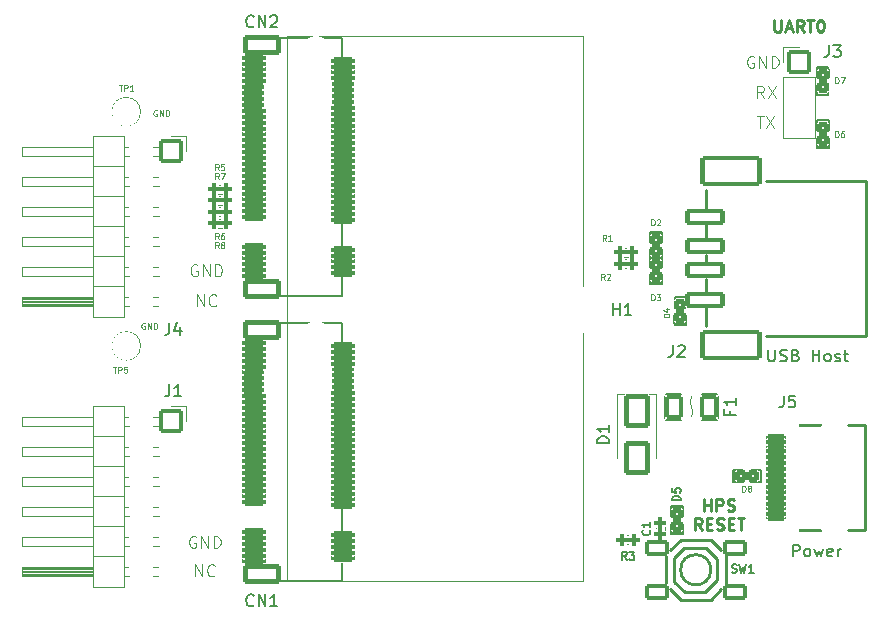
<source format=gbr>
%TF.GenerationSoftware,KiCad,Pcbnew,6.0.11-2627ca5db0~126~ubuntu22.04.1*%
%TF.CreationDate,2023-05-15T07:50:27+07:00*%
%TF.ProjectId,MiSTeX-Pmod,4d695354-6558-42d5-906d-6f642e6b6963,rev?*%
%TF.SameCoordinates,Original*%
%TF.FileFunction,Legend,Top*%
%TF.FilePolarity,Positive*%
%FSLAX46Y46*%
G04 Gerber Fmt 4.6, Leading zero omitted, Abs format (unit mm)*
G04 Created by KiCad (PCBNEW 6.0.11-2627ca5db0~126~ubuntu22.04.1) date 2023-05-15 07:50:27*
%MOMM*%
%LPD*%
G01*
G04 APERTURE LIST*
G04 Aperture macros list*
%AMRoundRect*
0 Rectangle with rounded corners*
0 $1 Rounding radius*
0 $2 $3 $4 $5 $6 $7 $8 $9 X,Y pos of 4 corners*
0 Add a 4 corners polygon primitive as box body*
4,1,4,$2,$3,$4,$5,$6,$7,$8,$9,$2,$3,0*
0 Add four circle primitives for the rounded corners*
1,1,$1+$1,$2,$3*
1,1,$1+$1,$4,$5*
1,1,$1+$1,$6,$7*
1,1,$1+$1,$8,$9*
0 Add four rect primitives between the rounded corners*
20,1,$1+$1,$2,$3,$4,$5,0*
20,1,$1+$1,$4,$5,$6,$7,0*
20,1,$1+$1,$6,$7,$8,$9,0*
20,1,$1+$1,$8,$9,$2,$3,0*%
G04 Aperture macros list end*
%ADD10C,0.125000*%
%ADD11C,0.250000*%
%ADD12C,0.150000*%
%ADD13C,0.120000*%
%ADD14C,0.050000*%
%ADD15C,0.080000*%
%ADD16C,0.000000*%
%ADD17C,0.010000*%
%ADD18C,2.400000*%
%ADD19RoundRect,0.200000X-0.850000X-0.500000X0.850000X-0.500000X0.850000X0.500000X-0.850000X0.500000X0*%
%ADD20RoundRect,0.200000X-0.300000X0.300000X-0.300000X-0.300000X0.300000X-0.300000X0.300000X0.300000X0*%
%ADD21C,2.200000*%
%ADD22C,1.600000*%
%ADD23RoundRect,0.200000X0.775000X-0.150000X0.775000X0.150000X-0.775000X0.150000X-0.775000X-0.150000X0*%
%ADD24RoundRect,0.200000X0.760000X-0.150000X0.760000X0.150000X-0.760000X0.150000X-0.760000X-0.150000X0*%
%ADD25RoundRect,0.200000X1.400000X-0.650000X1.400000X0.650000X-1.400000X0.650000X-1.400000X-0.650000X0*%
%ADD26RoundRect,0.335000X0.135000X0.185000X-0.135000X0.185000X-0.135000X-0.185000X0.135000X-0.185000X0*%
%ADD27RoundRect,0.200000X-0.900000X1.250000X-0.900000X-1.250000X0.900000X-1.250000X0.900000X1.250000X0*%
%ADD28RoundRect,0.200000X0.300000X-0.300000X0.300000X0.300000X-0.300000X0.300000X-0.300000X-0.300000X0*%
%ADD29C,1.700000*%
%ADD30RoundRect,0.200000X1.500000X-0.500000X1.500000X0.500000X-1.500000X0.500000X-1.500000X-0.500000X0*%
%ADD31RoundRect,0.200000X2.400000X-1.100000X2.400000X1.100000X-2.400000X1.100000X-2.400000X-1.100000X0*%
%ADD32C,1.150000*%
%ADD33O,2.200000X1.600000*%
%ADD34O,2.400000X1.600000*%
%ADD35RoundRect,0.200000X0.650000X-0.150000X0.650000X0.150000X-0.650000X0.150000X-0.650000X-0.150000X0*%
%ADD36RoundRect,0.200000X0.850000X0.850000X-0.850000X0.850000X-0.850000X-0.850000X0.850000X-0.850000X0*%
%ADD37O,2.100000X2.100000*%
%ADD38RoundRect,0.200000X0.595000X0.865000X-0.595000X0.865000X-0.595000X-0.865000X0.595000X-0.865000X0*%
%ADD39RoundRect,0.200000X-0.850000X-0.850000X0.850000X-0.850000X0.850000X0.850000X-0.850000X0.850000X0*%
%ADD40RoundRect,0.340000X0.170000X-0.140000X0.170000X0.140000X-0.170000X0.140000X-0.170000X-0.140000X0*%
%ADD41RoundRect,0.335000X-0.135000X-0.185000X0.135000X-0.185000X0.135000X0.185000X-0.135000X0.185000X0*%
%ADD42C,3.000000*%
%ADD43C,3.900000*%
%ADD44RoundRect,0.200000X0.300000X0.300000X-0.300000X0.300000X-0.300000X-0.300000X0.300000X-0.300000X0*%
G04 APERTURE END LIST*
D10*
X121958195Y-115476400D02*
X121862957Y-115428780D01*
X121720100Y-115428780D01*
X121577242Y-115476400D01*
X121482004Y-115571638D01*
X121434385Y-115666876D01*
X121386766Y-115857352D01*
X121386766Y-116000209D01*
X121434385Y-116190685D01*
X121482004Y-116285923D01*
X121577242Y-116381161D01*
X121720100Y-116428780D01*
X121815338Y-116428780D01*
X121958195Y-116381161D01*
X122005814Y-116333542D01*
X122005814Y-116000209D01*
X121815338Y-116000209D01*
X122434385Y-116428780D02*
X122434385Y-115428780D01*
X123005814Y-116428780D01*
X123005814Y-115428780D01*
X123482004Y-116428780D02*
X123482004Y-115428780D01*
X123720100Y-115428780D01*
X123862957Y-115476400D01*
X123958195Y-115571638D01*
X124005814Y-115666876D01*
X124053433Y-115857352D01*
X124053433Y-116000209D01*
X124005814Y-116190685D01*
X123958195Y-116285923D01*
X123862957Y-116381161D01*
X123720100Y-116428780D01*
X123482004Y-116428780D01*
D11*
X170940671Y-71740780D02*
X170940671Y-72550304D01*
X170988290Y-72645542D01*
X171035909Y-72693161D01*
X171131147Y-72740780D01*
X171321623Y-72740780D01*
X171416861Y-72693161D01*
X171464480Y-72645542D01*
X171512100Y-72550304D01*
X171512100Y-71740780D01*
X171940671Y-72455066D02*
X172416861Y-72455066D01*
X171845433Y-72740780D02*
X172178766Y-71740780D01*
X172512100Y-72740780D01*
X173416861Y-72740780D02*
X173083528Y-72264590D01*
X172845433Y-72740780D02*
X172845433Y-71740780D01*
X173226385Y-71740780D01*
X173321623Y-71788400D01*
X173369242Y-71836019D01*
X173416861Y-71931257D01*
X173416861Y-72074114D01*
X173369242Y-72169352D01*
X173321623Y-72216971D01*
X173226385Y-72264590D01*
X172845433Y-72264590D01*
X173702576Y-71740780D02*
X174274004Y-71740780D01*
X173988290Y-72740780D02*
X173988290Y-71740780D01*
X174797814Y-71740780D02*
X174893052Y-71740780D01*
X174988290Y-71788400D01*
X175035909Y-71836019D01*
X175083528Y-71931257D01*
X175131147Y-72121733D01*
X175131147Y-72359828D01*
X175083528Y-72550304D01*
X175035909Y-72645542D01*
X174988290Y-72693161D01*
X174893052Y-72740780D01*
X174797814Y-72740780D01*
X174702576Y-72693161D01*
X174654957Y-72645542D01*
X174607338Y-72550304D01*
X174559719Y-72359828D01*
X174559719Y-72121733D01*
X174607338Y-71931257D01*
X174654957Y-71836019D01*
X174702576Y-71788400D01*
X174797814Y-71740780D01*
X164981095Y-113312380D02*
X164981095Y-112312380D01*
X164981095Y-112788571D02*
X165552523Y-112788571D01*
X165552523Y-113312380D02*
X165552523Y-112312380D01*
X166028714Y-113312380D02*
X166028714Y-112312380D01*
X166409666Y-112312380D01*
X166504904Y-112360000D01*
X166552523Y-112407619D01*
X166600142Y-112502857D01*
X166600142Y-112645714D01*
X166552523Y-112740952D01*
X166504904Y-112788571D01*
X166409666Y-112836190D01*
X166028714Y-112836190D01*
X166981095Y-113264761D02*
X167123952Y-113312380D01*
X167362047Y-113312380D01*
X167457285Y-113264761D01*
X167504904Y-113217142D01*
X167552523Y-113121904D01*
X167552523Y-113026666D01*
X167504904Y-112931428D01*
X167457285Y-112883809D01*
X167362047Y-112836190D01*
X167171571Y-112788571D01*
X167076333Y-112740952D01*
X167028714Y-112693333D01*
X166981095Y-112598095D01*
X166981095Y-112502857D01*
X167028714Y-112407619D01*
X167076333Y-112360000D01*
X167171571Y-112312380D01*
X167409666Y-112312380D01*
X167552523Y-112360000D01*
X164790619Y-114922380D02*
X164457285Y-114446190D01*
X164219190Y-114922380D02*
X164219190Y-113922380D01*
X164600142Y-113922380D01*
X164695380Y-113970000D01*
X164743000Y-114017619D01*
X164790619Y-114112857D01*
X164790619Y-114255714D01*
X164743000Y-114350952D01*
X164695380Y-114398571D01*
X164600142Y-114446190D01*
X164219190Y-114446190D01*
X165219190Y-114398571D02*
X165552523Y-114398571D01*
X165695380Y-114922380D02*
X165219190Y-114922380D01*
X165219190Y-113922380D01*
X165695380Y-113922380D01*
X166076333Y-114874761D02*
X166219190Y-114922380D01*
X166457285Y-114922380D01*
X166552523Y-114874761D01*
X166600142Y-114827142D01*
X166647761Y-114731904D01*
X166647761Y-114636666D01*
X166600142Y-114541428D01*
X166552523Y-114493809D01*
X166457285Y-114446190D01*
X166266809Y-114398571D01*
X166171571Y-114350952D01*
X166123952Y-114303333D01*
X166076333Y-114208095D01*
X166076333Y-114112857D01*
X166123952Y-114017619D01*
X166171571Y-113970000D01*
X166266809Y-113922380D01*
X166504904Y-113922380D01*
X166647761Y-113970000D01*
X167076333Y-114398571D02*
X167409666Y-114398571D01*
X167552523Y-114922380D02*
X167076333Y-114922380D01*
X167076333Y-113922380D01*
X167552523Y-113922380D01*
X167838238Y-113922380D02*
X168409666Y-113922380D01*
X168123952Y-114922380D02*
X168123952Y-113922380D01*
D12*
X172521809Y-117165380D02*
X172521809Y-116165380D01*
X172902761Y-116165380D01*
X172998000Y-116213000D01*
X173045619Y-116260619D01*
X173093238Y-116355857D01*
X173093238Y-116498714D01*
X173045619Y-116593952D01*
X172998000Y-116641571D01*
X172902761Y-116689190D01*
X172521809Y-116689190D01*
X173664666Y-117165380D02*
X173569428Y-117117761D01*
X173521809Y-117070142D01*
X173474190Y-116974904D01*
X173474190Y-116689190D01*
X173521809Y-116593952D01*
X173569428Y-116546333D01*
X173664666Y-116498714D01*
X173807523Y-116498714D01*
X173902761Y-116546333D01*
X173950380Y-116593952D01*
X173998000Y-116689190D01*
X173998000Y-116974904D01*
X173950380Y-117070142D01*
X173902761Y-117117761D01*
X173807523Y-117165380D01*
X173664666Y-117165380D01*
X174331333Y-116498714D02*
X174521809Y-117165380D01*
X174712285Y-116689190D01*
X174902761Y-117165380D01*
X175093238Y-116498714D01*
X175855142Y-117117761D02*
X175759904Y-117165380D01*
X175569428Y-117165380D01*
X175474190Y-117117761D01*
X175426571Y-117022523D01*
X175426571Y-116641571D01*
X175474190Y-116546333D01*
X175569428Y-116498714D01*
X175759904Y-116498714D01*
X175855142Y-116546333D01*
X175902761Y-116641571D01*
X175902761Y-116736809D01*
X175426571Y-116832047D01*
X176331333Y-117165380D02*
X176331333Y-116498714D01*
X176331333Y-116689190D02*
X176378952Y-116593952D01*
X176426571Y-116546333D01*
X176521809Y-116498714D01*
X176617047Y-116498714D01*
D10*
X170051433Y-78328780D02*
X169718100Y-77852590D01*
X169480004Y-78328780D02*
X169480004Y-77328780D01*
X169860957Y-77328780D01*
X169956195Y-77376400D01*
X170003814Y-77424019D01*
X170051433Y-77519257D01*
X170051433Y-77662114D01*
X170003814Y-77757352D01*
X169956195Y-77804971D01*
X169860957Y-77852590D01*
X169480004Y-77852590D01*
X170384766Y-77328780D02*
X171051433Y-78328780D01*
X171051433Y-77328780D02*
X170384766Y-78328780D01*
X122085195Y-92489400D02*
X121989957Y-92441780D01*
X121847100Y-92441780D01*
X121704242Y-92489400D01*
X121609004Y-92584638D01*
X121561385Y-92679876D01*
X121513766Y-92870352D01*
X121513766Y-93013209D01*
X121561385Y-93203685D01*
X121609004Y-93298923D01*
X121704242Y-93394161D01*
X121847100Y-93441780D01*
X121942338Y-93441780D01*
X122085195Y-93394161D01*
X122132814Y-93346542D01*
X122132814Y-93013209D01*
X121942338Y-93013209D01*
X122561385Y-93441780D02*
X122561385Y-92441780D01*
X123132814Y-93441780D01*
X123132814Y-92441780D01*
X123609004Y-93441780D02*
X123609004Y-92441780D01*
X123847100Y-92441780D01*
X123989957Y-92489400D01*
X124085195Y-92584638D01*
X124132814Y-92679876D01*
X124180433Y-92870352D01*
X124180433Y-93013209D01*
X124132814Y-93203685D01*
X124085195Y-93298923D01*
X123989957Y-93394161D01*
X123847100Y-93441780D01*
X123609004Y-93441780D01*
X121934385Y-118841780D02*
X121934385Y-117841780D01*
X122505814Y-118841780D01*
X122505814Y-117841780D01*
X123553433Y-118746542D02*
X123505814Y-118794161D01*
X123362957Y-118841780D01*
X123267719Y-118841780D01*
X123124861Y-118794161D01*
X123029623Y-118698923D01*
X122982004Y-118603685D01*
X122934385Y-118413209D01*
X122934385Y-118270352D01*
X122982004Y-118079876D01*
X123029623Y-117984638D01*
X123124861Y-117889400D01*
X123267719Y-117841780D01*
X123362957Y-117841780D01*
X123505814Y-117889400D01*
X123553433Y-117937019D01*
X169202195Y-74836400D02*
X169106957Y-74788780D01*
X168964100Y-74788780D01*
X168821242Y-74836400D01*
X168726004Y-74931638D01*
X168678385Y-75026876D01*
X168630766Y-75217352D01*
X168630766Y-75360209D01*
X168678385Y-75550685D01*
X168726004Y-75645923D01*
X168821242Y-75741161D01*
X168964100Y-75788780D01*
X169059338Y-75788780D01*
X169202195Y-75741161D01*
X169249814Y-75693542D01*
X169249814Y-75360209D01*
X169059338Y-75360209D01*
X169678385Y-75788780D02*
X169678385Y-74788780D01*
X170249814Y-75788780D01*
X170249814Y-74788780D01*
X170726004Y-75788780D02*
X170726004Y-74788780D01*
X170964100Y-74788780D01*
X171106957Y-74836400D01*
X171202195Y-74931638D01*
X171249814Y-75026876D01*
X171297433Y-75217352D01*
X171297433Y-75360209D01*
X171249814Y-75550685D01*
X171202195Y-75645923D01*
X171106957Y-75741161D01*
X170964100Y-75788780D01*
X170726004Y-75788780D01*
X117642323Y-97421230D02*
X117594704Y-97397420D01*
X117523276Y-97397420D01*
X117451847Y-97421230D01*
X117404228Y-97468849D01*
X117380418Y-97516468D01*
X117356609Y-97611706D01*
X117356609Y-97683134D01*
X117380418Y-97778372D01*
X117404228Y-97825991D01*
X117451847Y-97873610D01*
X117523276Y-97897420D01*
X117570895Y-97897420D01*
X117642323Y-97873610D01*
X117666133Y-97849801D01*
X117666133Y-97683134D01*
X117570895Y-97683134D01*
X117880418Y-97897420D02*
X117880418Y-97397420D01*
X118166133Y-97897420D01*
X118166133Y-97397420D01*
X118404228Y-97897420D02*
X118404228Y-97397420D01*
X118523276Y-97397420D01*
X118594704Y-97421230D01*
X118642323Y-97468849D01*
X118666133Y-97516468D01*
X118689942Y-97611706D01*
X118689942Y-97683134D01*
X118666133Y-97778372D01*
X118642323Y-97825991D01*
X118594704Y-97873610D01*
X118523276Y-97897420D01*
X118404228Y-97897420D01*
X122061385Y-95981780D02*
X122061385Y-94981780D01*
X122632814Y-95981780D01*
X122632814Y-94981780D01*
X123680433Y-95886542D02*
X123632814Y-95934161D01*
X123489957Y-95981780D01*
X123394719Y-95981780D01*
X123251861Y-95934161D01*
X123156623Y-95838923D01*
X123109004Y-95743685D01*
X123061385Y-95553209D01*
X123061385Y-95410352D01*
X123109004Y-95219876D01*
X123156623Y-95124638D01*
X123251861Y-95029400D01*
X123394719Y-94981780D01*
X123489957Y-94981780D01*
X123632814Y-95029400D01*
X123680433Y-95077019D01*
D12*
X170426476Y-99655380D02*
X170426476Y-100464904D01*
X170474095Y-100560142D01*
X170521714Y-100607761D01*
X170616952Y-100655380D01*
X170807428Y-100655380D01*
X170902666Y-100607761D01*
X170950285Y-100560142D01*
X170997904Y-100464904D01*
X170997904Y-99655380D01*
X171426476Y-100607761D02*
X171569333Y-100655380D01*
X171807428Y-100655380D01*
X171902666Y-100607761D01*
X171950285Y-100560142D01*
X171997904Y-100464904D01*
X171997904Y-100369666D01*
X171950285Y-100274428D01*
X171902666Y-100226809D01*
X171807428Y-100179190D01*
X171616952Y-100131571D01*
X171521714Y-100083952D01*
X171474095Y-100036333D01*
X171426476Y-99941095D01*
X171426476Y-99845857D01*
X171474095Y-99750619D01*
X171521714Y-99703000D01*
X171616952Y-99655380D01*
X171855047Y-99655380D01*
X171997904Y-99703000D01*
X172759809Y-100131571D02*
X172902666Y-100179190D01*
X172950285Y-100226809D01*
X172997904Y-100322047D01*
X172997904Y-100464904D01*
X172950285Y-100560142D01*
X172902666Y-100607761D01*
X172807428Y-100655380D01*
X172426476Y-100655380D01*
X172426476Y-99655380D01*
X172759809Y-99655380D01*
X172855047Y-99703000D01*
X172902666Y-99750619D01*
X172950285Y-99845857D01*
X172950285Y-99941095D01*
X172902666Y-100036333D01*
X172855047Y-100083952D01*
X172759809Y-100131571D01*
X172426476Y-100131571D01*
X174188380Y-100655380D02*
X174188380Y-99655380D01*
X174188380Y-100131571D02*
X174759809Y-100131571D01*
X174759809Y-100655380D02*
X174759809Y-99655380D01*
X175378857Y-100655380D02*
X175283619Y-100607761D01*
X175236000Y-100560142D01*
X175188380Y-100464904D01*
X175188380Y-100179190D01*
X175236000Y-100083952D01*
X175283619Y-100036333D01*
X175378857Y-99988714D01*
X175521714Y-99988714D01*
X175616952Y-100036333D01*
X175664571Y-100083952D01*
X175712190Y-100179190D01*
X175712190Y-100464904D01*
X175664571Y-100560142D01*
X175616952Y-100607761D01*
X175521714Y-100655380D01*
X175378857Y-100655380D01*
X176093142Y-100607761D02*
X176188380Y-100655380D01*
X176378857Y-100655380D01*
X176474095Y-100607761D01*
X176521714Y-100512523D01*
X176521714Y-100464904D01*
X176474095Y-100369666D01*
X176378857Y-100322047D01*
X176236000Y-100322047D01*
X176140761Y-100274428D01*
X176093142Y-100179190D01*
X176093142Y-100131571D01*
X176140761Y-100036333D01*
X176236000Y-99988714D01*
X176378857Y-99988714D01*
X176474095Y-100036333D01*
X176807428Y-99988714D02*
X177188380Y-99988714D01*
X176950285Y-99655380D02*
X176950285Y-100512523D01*
X176997904Y-100607761D01*
X177093142Y-100655380D01*
X177188380Y-100655380D01*
D10*
X169456195Y-79868780D02*
X170027623Y-79868780D01*
X169741909Y-80868780D02*
X169741909Y-79868780D01*
X170265719Y-79868780D02*
X170932385Y-80868780D01*
X170932385Y-79868780D02*
X170265719Y-80868780D01*
X118656147Y-79404400D02*
X118608528Y-79380590D01*
X118537100Y-79380590D01*
X118465671Y-79404400D01*
X118418052Y-79452019D01*
X118394242Y-79499638D01*
X118370433Y-79594876D01*
X118370433Y-79666304D01*
X118394242Y-79761542D01*
X118418052Y-79809161D01*
X118465671Y-79856780D01*
X118537100Y-79880590D01*
X118584719Y-79880590D01*
X118656147Y-79856780D01*
X118679957Y-79832971D01*
X118679957Y-79666304D01*
X118584719Y-79666304D01*
X118894242Y-79880590D02*
X118894242Y-79380590D01*
X119179957Y-79880590D01*
X119179957Y-79380590D01*
X119418052Y-79880590D02*
X119418052Y-79380590D01*
X119537100Y-79380590D01*
X119608528Y-79404400D01*
X119656147Y-79452019D01*
X119679957Y-79499638D01*
X119703766Y-79594876D01*
X119703766Y-79666304D01*
X119679957Y-79761542D01*
X119656147Y-79809161D01*
X119608528Y-79856780D01*
X119537100Y-79880590D01*
X119418052Y-79880590D01*
%TO.C,TP1*%
X115447047Y-77230190D02*
X115732761Y-77230190D01*
X115589904Y-77730190D02*
X115589904Y-77230190D01*
X115899428Y-77730190D02*
X115899428Y-77230190D01*
X116089904Y-77230190D01*
X116137523Y-77254000D01*
X116161333Y-77277809D01*
X116185142Y-77325428D01*
X116185142Y-77396857D01*
X116161333Y-77444476D01*
X116137523Y-77468285D01*
X116089904Y-77492095D01*
X115899428Y-77492095D01*
X116661333Y-77730190D02*
X116375619Y-77730190D01*
X116518476Y-77730190D02*
X116518476Y-77230190D01*
X116470857Y-77301619D01*
X116423238Y-77349238D01*
X116375619Y-77373047D01*
D12*
%TO.C,SW1*%
X167342066Y-118489333D02*
X167442066Y-118522666D01*
X167608733Y-118522666D01*
X167675400Y-118489333D01*
X167708733Y-118456000D01*
X167742066Y-118389333D01*
X167742066Y-118322666D01*
X167708733Y-118256000D01*
X167675400Y-118222666D01*
X167608733Y-118189333D01*
X167475400Y-118156000D01*
X167408733Y-118122666D01*
X167375400Y-118089333D01*
X167342066Y-118022666D01*
X167342066Y-117956000D01*
X167375400Y-117889333D01*
X167408733Y-117856000D01*
X167475400Y-117822666D01*
X167642066Y-117822666D01*
X167742066Y-117856000D01*
X167975400Y-117822666D02*
X168142066Y-118522666D01*
X168275400Y-118022666D01*
X168408733Y-118522666D01*
X168575400Y-117822666D01*
X169208733Y-118522666D02*
X168808733Y-118522666D01*
X169008733Y-118522666D02*
X169008733Y-117822666D01*
X168942066Y-117922666D01*
X168875400Y-117989333D01*
X168808733Y-118022666D01*
D10*
%TO.C,D4*%
X162062290Y-96914447D02*
X161562290Y-96914447D01*
X161562290Y-96795400D01*
X161586100Y-96723971D01*
X161633719Y-96676352D01*
X161681338Y-96652542D01*
X161776576Y-96628733D01*
X161848004Y-96628733D01*
X161943242Y-96652542D01*
X161990861Y-96676352D01*
X162038480Y-96723971D01*
X162062290Y-96795400D01*
X162062290Y-96914447D01*
X161728957Y-96200161D02*
X162062290Y-96200161D01*
X161538480Y-96319209D02*
X161895623Y-96438257D01*
X161895623Y-96128733D01*
%TO.C,D6*%
X176102052Y-81653590D02*
X176102052Y-81153590D01*
X176221100Y-81153590D01*
X176292528Y-81177400D01*
X176340147Y-81225019D01*
X176363957Y-81272638D01*
X176387766Y-81367876D01*
X176387766Y-81439304D01*
X176363957Y-81534542D01*
X176340147Y-81582161D01*
X176292528Y-81629780D01*
X176221100Y-81653590D01*
X176102052Y-81653590D01*
X176816338Y-81153590D02*
X176721100Y-81153590D01*
X176673480Y-81177400D01*
X176649671Y-81201209D01*
X176602052Y-81272638D01*
X176578242Y-81367876D01*
X176578242Y-81558352D01*
X176602052Y-81605971D01*
X176625861Y-81629780D01*
X176673480Y-81653590D01*
X176768719Y-81653590D01*
X176816338Y-81629780D01*
X176840147Y-81605971D01*
X176863957Y-81558352D01*
X176863957Y-81439304D01*
X176840147Y-81391685D01*
X176816338Y-81367876D01*
X176768719Y-81344066D01*
X176673480Y-81344066D01*
X176625861Y-81367876D01*
X176602052Y-81391685D01*
X176578242Y-81439304D01*
D12*
%TO.C,CN2*%
X126855623Y-72264542D02*
X126808004Y-72312161D01*
X126665147Y-72359780D01*
X126569909Y-72359780D01*
X126427052Y-72312161D01*
X126331814Y-72216923D01*
X126284195Y-72121685D01*
X126236576Y-71931209D01*
X126236576Y-71788352D01*
X126284195Y-71597876D01*
X126331814Y-71502638D01*
X126427052Y-71407400D01*
X126569909Y-71359780D01*
X126665147Y-71359780D01*
X126808004Y-71407400D01*
X126855623Y-71455019D01*
X127284195Y-72359780D02*
X127284195Y-71359780D01*
X127855623Y-72359780D01*
X127855623Y-71359780D01*
X128284195Y-71455019D02*
X128331814Y-71407400D01*
X128427052Y-71359780D01*
X128665147Y-71359780D01*
X128760385Y-71407400D01*
X128808004Y-71455019D01*
X128855623Y-71550257D01*
X128855623Y-71645495D01*
X128808004Y-71788352D01*
X128236576Y-72359780D01*
X128855623Y-72359780D01*
D10*
%TO.C,R1*%
X156711666Y-90421590D02*
X156545000Y-90183495D01*
X156425952Y-90421590D02*
X156425952Y-89921590D01*
X156616428Y-89921590D01*
X156664047Y-89945400D01*
X156687857Y-89969209D01*
X156711666Y-90016828D01*
X156711666Y-90088257D01*
X156687857Y-90135876D01*
X156664047Y-90159685D01*
X156616428Y-90183495D01*
X156425952Y-90183495D01*
X157187857Y-90421590D02*
X156902142Y-90421590D01*
X157045000Y-90421590D02*
X157045000Y-89921590D01*
X156997380Y-89993019D01*
X156949761Y-90040638D01*
X156902142Y-90064447D01*
D12*
%TO.C,D1*%
X156954480Y-107570495D02*
X155954480Y-107570495D01*
X155954480Y-107332400D01*
X156002100Y-107189542D01*
X156097338Y-107094304D01*
X156192576Y-107046685D01*
X156383052Y-106999066D01*
X156525909Y-106999066D01*
X156716385Y-107046685D01*
X156811623Y-107094304D01*
X156906861Y-107189542D01*
X156954480Y-107332400D01*
X156954480Y-107570495D01*
X156954480Y-106046685D02*
X156954480Y-106618114D01*
X156954480Y-106332400D02*
X155954480Y-106332400D01*
X156097338Y-106427638D01*
X156192576Y-106522876D01*
X156240195Y-106618114D01*
%TO.C,D5*%
X163004066Y-112423466D02*
X162304066Y-112423466D01*
X162304066Y-112256800D01*
X162337400Y-112156800D01*
X162404066Y-112090133D01*
X162470733Y-112056800D01*
X162604066Y-112023466D01*
X162704066Y-112023466D01*
X162837400Y-112056800D01*
X162904066Y-112090133D01*
X162970733Y-112156800D01*
X163004066Y-112256800D01*
X163004066Y-112423466D01*
X162304066Y-111390133D02*
X162304066Y-111723466D01*
X162637400Y-111756800D01*
X162604066Y-111723466D01*
X162570733Y-111656800D01*
X162570733Y-111490133D01*
X162604066Y-111423466D01*
X162637400Y-111390133D01*
X162704066Y-111356800D01*
X162870733Y-111356800D01*
X162937400Y-111390133D01*
X162970733Y-111423466D01*
X163004066Y-111490133D01*
X163004066Y-111656800D01*
X162970733Y-111723466D01*
X162937400Y-111756800D01*
%TO.C,J2*%
X162353666Y-99274380D02*
X162353666Y-99988666D01*
X162306047Y-100131523D01*
X162210809Y-100226761D01*
X162067952Y-100274380D01*
X161972714Y-100274380D01*
X162782238Y-99369619D02*
X162829857Y-99322000D01*
X162925095Y-99274380D01*
X163163190Y-99274380D01*
X163258428Y-99322000D01*
X163306047Y-99369619D01*
X163353666Y-99464857D01*
X163353666Y-99560095D01*
X163306047Y-99702952D01*
X162734619Y-100274380D01*
X163353666Y-100274380D01*
D10*
%TO.C,R5*%
X123906766Y-84452590D02*
X123740100Y-84214495D01*
X123621052Y-84452590D02*
X123621052Y-83952590D01*
X123811528Y-83952590D01*
X123859147Y-83976400D01*
X123882957Y-84000209D01*
X123906766Y-84047828D01*
X123906766Y-84119257D01*
X123882957Y-84166876D01*
X123859147Y-84190685D01*
X123811528Y-84214495D01*
X123621052Y-84214495D01*
X124359147Y-83952590D02*
X124121052Y-83952590D01*
X124097242Y-84190685D01*
X124121052Y-84166876D01*
X124168671Y-84143066D01*
X124287719Y-84143066D01*
X124335338Y-84166876D01*
X124359147Y-84190685D01*
X124382957Y-84238304D01*
X124382957Y-84357352D01*
X124359147Y-84404971D01*
X124335338Y-84428780D01*
X124287719Y-84452590D01*
X124168671Y-84452590D01*
X124121052Y-84428780D01*
X124097242Y-84404971D01*
D12*
%TO.C,J5*%
X171729766Y-103545580D02*
X171729766Y-104259866D01*
X171682147Y-104402723D01*
X171586909Y-104497961D01*
X171444052Y-104545580D01*
X171348814Y-104545580D01*
X172682147Y-103545580D02*
X172205957Y-103545580D01*
X172158338Y-104021771D01*
X172205957Y-103974152D01*
X172301195Y-103926533D01*
X172539290Y-103926533D01*
X172634528Y-103974152D01*
X172682147Y-104021771D01*
X172729766Y-104117009D01*
X172729766Y-104355104D01*
X172682147Y-104450342D01*
X172634528Y-104497961D01*
X172539290Y-104545580D01*
X172301195Y-104545580D01*
X172205957Y-104497961D01*
X172158338Y-104450342D01*
%TO.C,J1*%
X119719766Y-102601780D02*
X119719766Y-103316066D01*
X119672147Y-103458923D01*
X119576909Y-103554161D01*
X119434052Y-103601780D01*
X119338814Y-103601780D01*
X120719766Y-103601780D02*
X120148338Y-103601780D01*
X120434052Y-103601780D02*
X120434052Y-102601780D01*
X120338814Y-102744638D01*
X120243576Y-102839876D01*
X120148338Y-102887495D01*
D10*
%TO.C,TP5*%
X114939047Y-101097590D02*
X115224761Y-101097590D01*
X115081904Y-101597590D02*
X115081904Y-101097590D01*
X115391428Y-101597590D02*
X115391428Y-101097590D01*
X115581904Y-101097590D01*
X115629523Y-101121400D01*
X115653333Y-101145209D01*
X115677142Y-101192828D01*
X115677142Y-101264257D01*
X115653333Y-101311876D01*
X115629523Y-101335685D01*
X115581904Y-101359495D01*
X115391428Y-101359495D01*
X116129523Y-101097590D02*
X115891428Y-101097590D01*
X115867619Y-101335685D01*
X115891428Y-101311876D01*
X115939047Y-101288066D01*
X116058095Y-101288066D01*
X116105714Y-101311876D01*
X116129523Y-101335685D01*
X116153333Y-101383304D01*
X116153333Y-101502352D01*
X116129523Y-101549971D01*
X116105714Y-101573780D01*
X116058095Y-101597590D01*
X115939047Y-101597590D01*
X115891428Y-101573780D01*
X115867619Y-101549971D01*
%TO.C,D3*%
X160539952Y-95476190D02*
X160539952Y-94976190D01*
X160659000Y-94976190D01*
X160730428Y-95000000D01*
X160778047Y-95047619D01*
X160801857Y-95095238D01*
X160825666Y-95190476D01*
X160825666Y-95261904D01*
X160801857Y-95357142D01*
X160778047Y-95404761D01*
X160730428Y-95452380D01*
X160659000Y-95476190D01*
X160539952Y-95476190D01*
X160992333Y-94976190D02*
X161301857Y-94976190D01*
X161135190Y-95166666D01*
X161206619Y-95166666D01*
X161254238Y-95190476D01*
X161278047Y-95214285D01*
X161301857Y-95261904D01*
X161301857Y-95380952D01*
X161278047Y-95428571D01*
X161254238Y-95452380D01*
X161206619Y-95476190D01*
X161063761Y-95476190D01*
X161016142Y-95452380D01*
X160992333Y-95428571D01*
%TO.C,R6*%
X123906766Y-90294590D02*
X123740100Y-90056495D01*
X123621052Y-90294590D02*
X123621052Y-89794590D01*
X123811528Y-89794590D01*
X123859147Y-89818400D01*
X123882957Y-89842209D01*
X123906766Y-89889828D01*
X123906766Y-89961257D01*
X123882957Y-90008876D01*
X123859147Y-90032685D01*
X123811528Y-90056495D01*
X123621052Y-90056495D01*
X124335338Y-89794590D02*
X124240100Y-89794590D01*
X124192480Y-89818400D01*
X124168671Y-89842209D01*
X124121052Y-89913638D01*
X124097242Y-90008876D01*
X124097242Y-90199352D01*
X124121052Y-90246971D01*
X124144861Y-90270780D01*
X124192480Y-90294590D01*
X124287719Y-90294590D01*
X124335338Y-90270780D01*
X124359147Y-90246971D01*
X124382957Y-90199352D01*
X124382957Y-90080304D01*
X124359147Y-90032685D01*
X124335338Y-90008876D01*
X124287719Y-89985066D01*
X124192480Y-89985066D01*
X124144861Y-90008876D01*
X124121052Y-90032685D01*
X124097242Y-90080304D01*
D12*
%TO.C,F1*%
X167159971Y-104828933D02*
X167159971Y-105162266D01*
X167683780Y-105162266D02*
X166683780Y-105162266D01*
X166683780Y-104686076D01*
X167683780Y-103781314D02*
X167683780Y-104352742D01*
X167683780Y-104067028D02*
X166683780Y-104067028D01*
X166826638Y-104162266D01*
X166921876Y-104257504D01*
X166969495Y-104352742D01*
%TO.C,R3*%
X158430533Y-117455866D02*
X158197200Y-117122533D01*
X158030533Y-117455866D02*
X158030533Y-116755866D01*
X158297200Y-116755866D01*
X158363866Y-116789200D01*
X158397200Y-116822533D01*
X158430533Y-116889200D01*
X158430533Y-116989200D01*
X158397200Y-117055866D01*
X158363866Y-117089200D01*
X158297200Y-117122533D01*
X158030533Y-117122533D01*
X158663866Y-116755866D02*
X159097200Y-116755866D01*
X158863866Y-117022533D01*
X158963866Y-117022533D01*
X159030533Y-117055866D01*
X159063866Y-117089200D01*
X159097200Y-117155866D01*
X159097200Y-117322533D01*
X159063866Y-117389200D01*
X159030533Y-117422533D01*
X158963866Y-117455866D01*
X158763866Y-117455866D01*
X158697200Y-117422533D01*
X158663866Y-117389200D01*
D10*
%TO.C,D2*%
X160539952Y-89126190D02*
X160539952Y-88626190D01*
X160659000Y-88626190D01*
X160730428Y-88650000D01*
X160778047Y-88697619D01*
X160801857Y-88745238D01*
X160825666Y-88840476D01*
X160825666Y-88911904D01*
X160801857Y-89007142D01*
X160778047Y-89054761D01*
X160730428Y-89102380D01*
X160659000Y-89126190D01*
X160539952Y-89126190D01*
X161016142Y-88673809D02*
X161039952Y-88650000D01*
X161087571Y-88626190D01*
X161206619Y-88626190D01*
X161254238Y-88650000D01*
X161278047Y-88673809D01*
X161301857Y-88721428D01*
X161301857Y-88769047D01*
X161278047Y-88840476D01*
X160992333Y-89126190D01*
X161301857Y-89126190D01*
D12*
%TO.C,J3*%
X175561666Y-73874380D02*
X175561666Y-74588666D01*
X175514047Y-74731523D01*
X175418809Y-74826761D01*
X175275952Y-74874380D01*
X175180714Y-74874380D01*
X175942619Y-73874380D02*
X176561666Y-73874380D01*
X176228333Y-74255333D01*
X176371190Y-74255333D01*
X176466428Y-74302952D01*
X176514047Y-74350571D01*
X176561666Y-74445809D01*
X176561666Y-74683904D01*
X176514047Y-74779142D01*
X176466428Y-74826761D01*
X176371190Y-74874380D01*
X176085476Y-74874380D01*
X175990238Y-74826761D01*
X175942619Y-74779142D01*
%TO.C,C1*%
X160383400Y-114924466D02*
X160416733Y-114957800D01*
X160450066Y-115057800D01*
X160450066Y-115124466D01*
X160416733Y-115224466D01*
X160350066Y-115291133D01*
X160283400Y-115324466D01*
X160150066Y-115357800D01*
X160050066Y-115357800D01*
X159916733Y-115324466D01*
X159850066Y-115291133D01*
X159783400Y-115224466D01*
X159750066Y-115124466D01*
X159750066Y-115057800D01*
X159783400Y-114957800D01*
X159816733Y-114924466D01*
X160450066Y-114257800D02*
X160450066Y-114657800D01*
X160450066Y-114457800D02*
X159750066Y-114457800D01*
X159850066Y-114524466D01*
X159916733Y-114591133D01*
X159950066Y-114657800D01*
%TO.C,J4*%
X119719766Y-97394780D02*
X119719766Y-98109066D01*
X119672147Y-98251923D01*
X119576909Y-98347161D01*
X119434052Y-98394780D01*
X119338814Y-98394780D01*
X120624528Y-97728114D02*
X120624528Y-98394780D01*
X120386433Y-97347161D02*
X120148338Y-98061447D01*
X120767385Y-98061447D01*
%TO.C,CN1*%
X126855623Y-121286542D02*
X126808004Y-121334161D01*
X126665147Y-121381780D01*
X126569909Y-121381780D01*
X126427052Y-121334161D01*
X126331814Y-121238923D01*
X126284195Y-121143685D01*
X126236576Y-120953209D01*
X126236576Y-120810352D01*
X126284195Y-120619876D01*
X126331814Y-120524638D01*
X126427052Y-120429400D01*
X126569909Y-120381780D01*
X126665147Y-120381780D01*
X126808004Y-120429400D01*
X126855623Y-120477019D01*
X127284195Y-121381780D02*
X127284195Y-120381780D01*
X127855623Y-121381780D01*
X127855623Y-120381780D01*
X128855623Y-121381780D02*
X128284195Y-121381780D01*
X128569909Y-121381780D02*
X128569909Y-120381780D01*
X128474671Y-120524638D01*
X128379433Y-120619876D01*
X128284195Y-120667495D01*
D10*
%TO.C,R2*%
X156584666Y-93723590D02*
X156418000Y-93485495D01*
X156298952Y-93723590D02*
X156298952Y-93223590D01*
X156489428Y-93223590D01*
X156537047Y-93247400D01*
X156560857Y-93271209D01*
X156584666Y-93318828D01*
X156584666Y-93390257D01*
X156560857Y-93437876D01*
X156537047Y-93461685D01*
X156489428Y-93485495D01*
X156298952Y-93485495D01*
X156775142Y-93271209D02*
X156798952Y-93247400D01*
X156846571Y-93223590D01*
X156965619Y-93223590D01*
X157013238Y-93247400D01*
X157037047Y-93271209D01*
X157060857Y-93318828D01*
X157060857Y-93366447D01*
X157037047Y-93437876D01*
X156751333Y-93723590D01*
X157060857Y-93723590D01*
%TO.C,R8*%
X123906766Y-91056590D02*
X123740100Y-90818495D01*
X123621052Y-91056590D02*
X123621052Y-90556590D01*
X123811528Y-90556590D01*
X123859147Y-90580400D01*
X123882957Y-90604209D01*
X123906766Y-90651828D01*
X123906766Y-90723257D01*
X123882957Y-90770876D01*
X123859147Y-90794685D01*
X123811528Y-90818495D01*
X123621052Y-90818495D01*
X124192480Y-90770876D02*
X124144861Y-90747066D01*
X124121052Y-90723257D01*
X124097242Y-90675638D01*
X124097242Y-90651828D01*
X124121052Y-90604209D01*
X124144861Y-90580400D01*
X124192480Y-90556590D01*
X124287719Y-90556590D01*
X124335338Y-90580400D01*
X124359147Y-90604209D01*
X124382957Y-90651828D01*
X124382957Y-90675638D01*
X124359147Y-90723257D01*
X124335338Y-90747066D01*
X124287719Y-90770876D01*
X124192480Y-90770876D01*
X124144861Y-90794685D01*
X124121052Y-90818495D01*
X124097242Y-90866114D01*
X124097242Y-90961352D01*
X124121052Y-91008971D01*
X124144861Y-91032780D01*
X124192480Y-91056590D01*
X124287719Y-91056590D01*
X124335338Y-91032780D01*
X124359147Y-91008971D01*
X124382957Y-90961352D01*
X124382957Y-90866114D01*
X124359147Y-90818495D01*
X124335338Y-90794685D01*
X124287719Y-90770876D01*
D12*
%TO.C,H1*%
X157264195Y-96743780D02*
X157264195Y-95743780D01*
X157264195Y-96219971D02*
X157835623Y-96219971D01*
X157835623Y-96743780D02*
X157835623Y-95743780D01*
X158835623Y-96743780D02*
X158264195Y-96743780D01*
X158549909Y-96743780D02*
X158549909Y-95743780D01*
X158454671Y-95886638D01*
X158359433Y-95981876D01*
X158264195Y-96029495D01*
D10*
%TO.C,D8*%
X168239652Y-111685390D02*
X168239652Y-111185390D01*
X168358700Y-111185390D01*
X168430128Y-111209200D01*
X168477747Y-111256819D01*
X168501557Y-111304438D01*
X168525366Y-111399676D01*
X168525366Y-111471104D01*
X168501557Y-111566342D01*
X168477747Y-111613961D01*
X168430128Y-111661580D01*
X168358700Y-111685390D01*
X168239652Y-111685390D01*
X168811080Y-111399676D02*
X168763461Y-111375866D01*
X168739652Y-111352057D01*
X168715842Y-111304438D01*
X168715842Y-111280628D01*
X168739652Y-111233009D01*
X168763461Y-111209200D01*
X168811080Y-111185390D01*
X168906319Y-111185390D01*
X168953938Y-111209200D01*
X168977747Y-111233009D01*
X169001557Y-111280628D01*
X169001557Y-111304438D01*
X168977747Y-111352057D01*
X168953938Y-111375866D01*
X168906319Y-111399676D01*
X168811080Y-111399676D01*
X168763461Y-111423485D01*
X168739652Y-111447295D01*
X168715842Y-111494914D01*
X168715842Y-111590152D01*
X168739652Y-111637771D01*
X168763461Y-111661580D01*
X168811080Y-111685390D01*
X168906319Y-111685390D01*
X168953938Y-111661580D01*
X168977747Y-111637771D01*
X169001557Y-111590152D01*
X169001557Y-111494914D01*
X168977747Y-111447295D01*
X168953938Y-111423485D01*
X168906319Y-111399676D01*
%TO.C,D7*%
X176102052Y-77103590D02*
X176102052Y-76603590D01*
X176221100Y-76603590D01*
X176292528Y-76627400D01*
X176340147Y-76675019D01*
X176363957Y-76722638D01*
X176387766Y-76817876D01*
X176387766Y-76889304D01*
X176363957Y-76984542D01*
X176340147Y-77032161D01*
X176292528Y-77079780D01*
X176221100Y-77103590D01*
X176102052Y-77103590D01*
X176554433Y-76603590D02*
X176887766Y-76603590D01*
X176673480Y-77103590D01*
%TO.C,R7*%
X123906766Y-85214590D02*
X123740100Y-84976495D01*
X123621052Y-85214590D02*
X123621052Y-84714590D01*
X123811528Y-84714590D01*
X123859147Y-84738400D01*
X123882957Y-84762209D01*
X123906766Y-84809828D01*
X123906766Y-84881257D01*
X123882957Y-84928876D01*
X123859147Y-84952685D01*
X123811528Y-84976495D01*
X123621052Y-84976495D01*
X124073433Y-84714590D02*
X124406766Y-84714590D01*
X124192480Y-85214590D01*
D13*
%TO.C,TP1*%
X117278000Y-79502000D02*
G75*
G03*
X117278000Y-79502000I-1200000J0D01*
G01*
D11*
%TO.C,SW1*%
X162118400Y-119947800D02*
X163008400Y-120837800D01*
X166458400Y-119947800D02*
X165568400Y-120837800D01*
X163008400Y-120837800D02*
X165568400Y-120837800D01*
X166088400Y-119187800D02*
X165088400Y-120187800D01*
X163008400Y-115737800D02*
X162118400Y-116627800D01*
X166088400Y-117387800D02*
X166088400Y-119187800D01*
X165568400Y-115737800D02*
X166458400Y-116627800D01*
X165088400Y-120187800D02*
X163388400Y-120187800D01*
X166838400Y-117117800D02*
X166838400Y-119457800D01*
X162488400Y-119287800D02*
X162488400Y-117287800D01*
X162488400Y-117287800D02*
X163288400Y-116487800D01*
X165188400Y-116487800D02*
X166088400Y-117387800D01*
X163008400Y-115737800D02*
X165568400Y-115737800D01*
X163388400Y-120187800D02*
X162488400Y-119287800D01*
X163288400Y-116487800D02*
X165188400Y-116487800D01*
X161738400Y-117117800D02*
X161738400Y-119457800D01*
X165568400Y-118287800D02*
G75*
G03*
X165568400Y-118287800I-1280000J0D01*
G01*
D12*
%TO.C,D4*%
X162496100Y-97579400D02*
X162496100Y-97249400D01*
X162496100Y-95419400D02*
X162496100Y-95239400D01*
X162486100Y-96729400D02*
X162486100Y-97389400D01*
X163496100Y-96079400D02*
X163496100Y-95419400D01*
X163496100Y-97389400D02*
X163496100Y-96729400D01*
D14*
X163246100Y-96399400D02*
X162746100Y-96399400D01*
D12*
X163496100Y-97389400D02*
X163496100Y-97579400D01*
X163496100Y-95419400D02*
X162496100Y-95419400D01*
X163496100Y-95419400D02*
X162496100Y-95419400D01*
X162496100Y-95229400D02*
X163506100Y-95229400D01*
X162496100Y-95429400D02*
X162496100Y-95229400D01*
X162496100Y-95419400D02*
X162496100Y-96079400D01*
X163506100Y-95229400D02*
X163496100Y-95419400D01*
X162486100Y-97389400D02*
X163496100Y-97389400D01*
X163496100Y-97579400D02*
X162496100Y-97579400D01*
X162496100Y-95419400D02*
X162496100Y-96079400D01*
%TO.C,D6*%
X175581100Y-80247400D02*
X175571100Y-80437400D01*
X174571100Y-80447400D02*
X174571100Y-80247400D01*
D14*
X175321100Y-81417400D02*
X174821100Y-81417400D01*
D12*
X175571100Y-80437400D02*
X174571100Y-80437400D01*
X174571100Y-80437400D02*
X174571100Y-81097400D01*
X175571100Y-82407400D02*
X175571100Y-81747400D01*
X175571100Y-82407400D02*
X175571100Y-82597400D01*
X174571100Y-82597400D02*
X174571100Y-82267400D01*
X175571100Y-82597400D02*
X174571100Y-82597400D01*
X174561100Y-81747400D02*
X174561100Y-82407400D01*
X175571100Y-80437400D02*
X174571100Y-80437400D01*
X175571100Y-81097400D02*
X175571100Y-80437400D01*
X174571100Y-80437400D02*
X174571100Y-81097400D01*
X174561100Y-82407400D02*
X175571100Y-82407400D01*
X174571100Y-80437400D02*
X174571100Y-80257400D01*
X174571100Y-80247400D02*
X175581100Y-80247400D01*
%TO.C,CN2*%
X134380100Y-93532400D02*
X134380100Y-95082400D01*
X134380100Y-73282400D02*
X134380100Y-74842400D01*
X134380100Y-90842400D02*
X134380100Y-89032400D01*
X134380100Y-93532400D02*
X134380100Y-93532400D01*
X134380100Y-95082400D02*
X129150100Y-95082400D01*
X132640100Y-73282400D02*
X134380100Y-73282400D01*
X129150100Y-73282400D02*
X131600100Y-73282400D01*
D13*
%TO.C,R1*%
X158522641Y-91019400D02*
X158215359Y-91019400D01*
X158522641Y-91779400D02*
X158215359Y-91779400D01*
%TO.C,D1*%
X157646100Y-103432400D02*
X157646100Y-108832400D01*
X160946100Y-103432400D02*
X157646100Y-103432400D01*
X160946100Y-103432400D02*
X160946100Y-108832400D01*
D12*
%TO.C,D5*%
X162187400Y-113085800D02*
X162187400Y-113745800D01*
X163187400Y-115055800D02*
X163187400Y-114395800D01*
X163187400Y-115055800D02*
X163187400Y-115235800D01*
X162187400Y-113085800D02*
X162187400Y-112895800D01*
X163197400Y-113085800D02*
X162187400Y-113085800D01*
X163187400Y-115055800D02*
X163187400Y-114395800D01*
X162177400Y-115245800D02*
X162187400Y-115055800D01*
X163187400Y-112895800D02*
X163187400Y-113225800D01*
X162187400Y-112895800D02*
X163187400Y-112895800D01*
X163197400Y-113745800D02*
X163197400Y-113085800D01*
X162187400Y-115055800D02*
X163187400Y-115055800D01*
X163187400Y-115045800D02*
X163187400Y-115245800D01*
X162187400Y-115055800D02*
X163187400Y-115055800D01*
D14*
X162437400Y-114075800D02*
X162937400Y-114075800D01*
D12*
X162187400Y-114395800D02*
X162187400Y-115055800D01*
X163187400Y-115245800D02*
X162177400Y-115245800D01*
D11*
%TO.C,J2*%
X178728600Y-85409400D02*
X170228600Y-85409400D01*
X165128600Y-96139400D02*
X165128600Y-97669400D01*
X165128600Y-91639400D02*
X165128600Y-92169400D01*
X165128600Y-89139400D02*
X165128600Y-90169400D01*
X178728600Y-85409400D02*
X178728600Y-98509400D01*
X165128600Y-93639400D02*
X165128600Y-94669400D01*
X178728600Y-98509400D02*
X170228600Y-98509400D01*
X165128600Y-86139400D02*
X165128600Y-87669400D01*
D13*
%TO.C,R5*%
X124145741Y-86435200D02*
X123838459Y-86435200D01*
X124145741Y-85675200D02*
X123838459Y-85675200D01*
D11*
%TO.C,J5*%
X178639000Y-106024000D02*
X177159000Y-106024000D01*
X178639000Y-114964000D02*
X177159000Y-114964000D01*
X178639000Y-106024000D02*
X178639000Y-114964000D01*
X174919000Y-114964000D02*
X173059000Y-114964000D01*
X174919000Y-106024000D02*
X173059000Y-106024000D01*
D13*
%TO.C,J1*%
X107235300Y-116254800D02*
X107235300Y-115494800D01*
X116292371Y-115494800D02*
X115895300Y-115494800D01*
X113235300Y-119744800D02*
X115895300Y-119744800D01*
X113235300Y-118494800D02*
X107235300Y-118494800D01*
X118832371Y-107874800D02*
X118378229Y-107874800D01*
X118832371Y-106094800D02*
X118378229Y-106094800D01*
X107235300Y-106094800D02*
X107235300Y-105334800D01*
X107235300Y-111174800D02*
X107235300Y-110414800D01*
X118832371Y-116254800D02*
X118378229Y-116254800D01*
X115895300Y-106984800D02*
X113235300Y-106984800D01*
X116292371Y-111174800D02*
X115895300Y-111174800D01*
X113235300Y-118254800D02*
X107235300Y-118254800D01*
X115895300Y-119744800D02*
X115895300Y-104384800D01*
X116292371Y-106094800D02*
X115895300Y-106094800D01*
X107235300Y-105334800D02*
X113235300Y-105334800D01*
X119875300Y-104444800D02*
X121145300Y-104444800D01*
X113235300Y-118734800D02*
X107235300Y-118734800D01*
X107235300Y-107874800D02*
X113235300Y-107874800D01*
X118832371Y-110414800D02*
X118378229Y-110414800D01*
X113235300Y-118134800D02*
X107235300Y-118134800D01*
X107235300Y-110414800D02*
X113235300Y-110414800D01*
X118832371Y-113714800D02*
X118378229Y-113714800D01*
X115895300Y-109524800D02*
X113235300Y-109524800D01*
X118832371Y-108634800D02*
X118378229Y-108634800D01*
X113235300Y-118374800D02*
X107235300Y-118374800D01*
X113235300Y-108634800D02*
X107235300Y-108634800D01*
X107235300Y-112954800D02*
X113235300Y-112954800D01*
X116292371Y-113714800D02*
X115895300Y-113714800D01*
X118765300Y-118794800D02*
X118378229Y-118794800D01*
X113235300Y-113714800D02*
X107235300Y-113714800D01*
X118832371Y-111174800D02*
X118378229Y-111174800D01*
X116292371Y-105334800D02*
X115895300Y-105334800D01*
X116292371Y-116254800D02*
X115895300Y-116254800D01*
X116292371Y-118034800D02*
X115895300Y-118034800D01*
X121145300Y-104444800D02*
X121145300Y-105714800D01*
X113235300Y-111174800D02*
X107235300Y-111174800D01*
X118832371Y-115494800D02*
X118378229Y-115494800D01*
X118765300Y-118034800D02*
X118378229Y-118034800D01*
X113235300Y-116254800D02*
X107235300Y-116254800D01*
X107235300Y-113714800D02*
X107235300Y-112954800D01*
X113235300Y-118614800D02*
X107235300Y-118614800D01*
X107235300Y-108634800D02*
X107235300Y-107874800D01*
X115895300Y-112064800D02*
X113235300Y-112064800D01*
X118832371Y-105334800D02*
X118378229Y-105334800D01*
X107235300Y-118794800D02*
X107235300Y-118034800D01*
X113235300Y-118794800D02*
X107235300Y-118794800D01*
X116292371Y-107874800D02*
X115895300Y-107874800D01*
X116292371Y-112954800D02*
X115895300Y-112954800D01*
X113235300Y-104384800D02*
X113235300Y-119744800D01*
X118832371Y-112954800D02*
X118378229Y-112954800D01*
X116292371Y-108634800D02*
X115895300Y-108634800D01*
X113235300Y-106094800D02*
X107235300Y-106094800D01*
X107235300Y-115494800D02*
X113235300Y-115494800D01*
X107235300Y-118034800D02*
X113235300Y-118034800D01*
X115895300Y-114604800D02*
X113235300Y-114604800D01*
X116292371Y-110414800D02*
X115895300Y-110414800D01*
X115895300Y-104384800D02*
X113235300Y-104384800D01*
X115895300Y-117144800D02*
X113235300Y-117144800D01*
X116292371Y-118794800D02*
X115895300Y-118794800D01*
%TO.C,TP5*%
X117278000Y-99339400D02*
G75*
G03*
X117278000Y-99339400I-1200000J0D01*
G01*
D12*
%TO.C,D3*%
X161409000Y-91966000D02*
X160409000Y-91966000D01*
X160409000Y-91776000D02*
X161419000Y-91776000D01*
X160409000Y-91966000D02*
X160409000Y-92626000D01*
X160409000Y-94126000D02*
X160409000Y-93796000D01*
X161409000Y-92626000D02*
X161409000Y-91966000D01*
X161409000Y-93936000D02*
X161409000Y-94126000D01*
D14*
X161159000Y-92946000D02*
X160659000Y-92946000D01*
D12*
X161409000Y-93936000D02*
X161409000Y-93276000D01*
X160409000Y-91976000D02*
X160409000Y-91776000D01*
X161419000Y-91776000D02*
X161409000Y-91966000D01*
X160409000Y-91966000D02*
X160409000Y-91786000D01*
X161409000Y-94126000D02*
X160409000Y-94126000D01*
X160399000Y-93276000D02*
X160399000Y-93936000D01*
X160409000Y-91966000D02*
X160409000Y-92626000D01*
X160399000Y-93936000D02*
X161409000Y-93936000D01*
X161409000Y-91966000D02*
X160409000Y-91966000D01*
D13*
%TO.C,R6*%
X124173141Y-88365600D02*
X123865859Y-88365600D01*
X124173141Y-87605600D02*
X123865859Y-87605600D01*
D12*
%TO.C,F1*%
X161659400Y-105435600D02*
X161659400Y-103555600D01*
X162999400Y-105585600D02*
X161809400Y-105585600D01*
X164859400Y-105585600D02*
X166049400Y-105585600D01*
X166049400Y-103405600D02*
X164859400Y-103405600D01*
X161809400Y-103405600D02*
X162999400Y-103405600D01*
X166199400Y-105435600D02*
X166199400Y-103555600D01*
D15*
X163929400Y-105335600D02*
G75*
G03*
X163928131Y-104493401I-730000J420000D01*
G01*
X163929400Y-103655600D02*
G75*
G03*
X163930669Y-104497799I729999J-420001D01*
G01*
D13*
%TO.C,R3*%
X158687041Y-116137800D02*
X158379759Y-116137800D01*
X158687041Y-115377800D02*
X158379759Y-115377800D01*
D12*
%TO.C,D2*%
X161419598Y-90509099D02*
X161419598Y-89849099D01*
X161409598Y-89659099D02*
X161409598Y-89989099D01*
X160409598Y-91819099D02*
X161409598Y-91819099D01*
X160399598Y-92009099D02*
X160409598Y-91819099D01*
X161419598Y-89849099D02*
X160409598Y-89849099D01*
X160409598Y-89849099D02*
X160409598Y-90509099D01*
X161409598Y-92009099D02*
X160399598Y-92009099D01*
X160409598Y-91159099D02*
X160409598Y-91819099D01*
D14*
X160659598Y-90839099D02*
X161159598Y-90839099D01*
D12*
X161409598Y-91809099D02*
X161409598Y-92009099D01*
X161409598Y-91819099D02*
X161409598Y-91159099D01*
X161409598Y-91819099D02*
X161409598Y-91159099D01*
X160409598Y-91819099D02*
X161409598Y-91819099D01*
X160409598Y-89849099D02*
X160409598Y-89659099D01*
X160409598Y-89659099D02*
X161409598Y-89659099D01*
X161409598Y-91819099D02*
X161409598Y-91999099D01*
D13*
%TO.C,J3*%
X174351100Y-76597400D02*
X174351100Y-81737400D01*
X171691100Y-76597400D02*
X174351100Y-76597400D01*
X171691100Y-76597400D02*
X171691100Y-81737400D01*
X171691100Y-81737400D02*
X174351100Y-81737400D01*
X171691100Y-73997400D02*
X173021100Y-73997400D01*
X171691100Y-75327400D02*
X171691100Y-73997400D01*
%TO.C,C1*%
X160933400Y-114915636D02*
X160933400Y-114699964D01*
X161653400Y-114915636D02*
X161653400Y-114699964D01*
%TO.C,J4*%
X113235300Y-85774800D02*
X107235300Y-85774800D01*
X121145300Y-81584800D02*
X121145300Y-82854800D01*
X107235300Y-93394800D02*
X107235300Y-92634800D01*
X115895300Y-91744800D02*
X113235300Y-91744800D01*
X115895300Y-84124800D02*
X113235300Y-84124800D01*
X107235300Y-85774800D02*
X107235300Y-85014800D01*
X118765300Y-95934800D02*
X118378229Y-95934800D01*
X118832371Y-82474800D02*
X118378229Y-82474800D01*
X116292371Y-95174800D02*
X115895300Y-95174800D01*
X116292371Y-85774800D02*
X115895300Y-85774800D01*
X118832371Y-87554800D02*
X118378229Y-87554800D01*
X116292371Y-82474800D02*
X115895300Y-82474800D01*
X118832371Y-92634800D02*
X118378229Y-92634800D01*
X116292371Y-87554800D02*
X115895300Y-87554800D01*
X118832371Y-90094800D02*
X118378229Y-90094800D01*
X113235300Y-95274800D02*
X107235300Y-95274800D01*
X118832371Y-83234800D02*
X118378229Y-83234800D01*
X113235300Y-83234800D02*
X107235300Y-83234800D01*
X107235300Y-90854800D02*
X107235300Y-90094800D01*
X116292371Y-95934800D02*
X115895300Y-95934800D01*
X107235300Y-95934800D02*
X107235300Y-95174800D01*
X115895300Y-96884800D02*
X115895300Y-81524800D01*
X113235300Y-95934800D02*
X107235300Y-95934800D01*
X115895300Y-89204800D02*
X113235300Y-89204800D01*
X107235300Y-85014800D02*
X113235300Y-85014800D01*
X118832371Y-85774800D02*
X118378229Y-85774800D01*
X118765300Y-95174800D02*
X118378229Y-95174800D01*
X113235300Y-95514800D02*
X107235300Y-95514800D01*
X116292371Y-90854800D02*
X115895300Y-90854800D01*
X115895300Y-86664800D02*
X113235300Y-86664800D01*
X107235300Y-88314800D02*
X107235300Y-87554800D01*
X113235300Y-95754800D02*
X107235300Y-95754800D01*
X107235300Y-92634800D02*
X113235300Y-92634800D01*
X107235300Y-95174800D02*
X113235300Y-95174800D01*
X113235300Y-88314800D02*
X107235300Y-88314800D01*
X107235300Y-82474800D02*
X113235300Y-82474800D01*
X113235300Y-81524800D02*
X113235300Y-96884800D01*
X115895300Y-94284800D02*
X113235300Y-94284800D01*
X115895300Y-81524800D02*
X113235300Y-81524800D01*
X107235300Y-87554800D02*
X113235300Y-87554800D01*
X118832371Y-88314800D02*
X118378229Y-88314800D01*
X116292371Y-88314800D02*
X115895300Y-88314800D01*
X113235300Y-95394800D02*
X107235300Y-95394800D01*
X118832371Y-90854800D02*
X118378229Y-90854800D01*
X113235300Y-93394800D02*
X107235300Y-93394800D01*
X116292371Y-92634800D02*
X115895300Y-92634800D01*
X107235300Y-83234800D02*
X107235300Y-82474800D01*
X116292371Y-93394800D02*
X115895300Y-93394800D01*
X119875300Y-81584800D02*
X121145300Y-81584800D01*
X118832371Y-93394800D02*
X118378229Y-93394800D01*
X116292371Y-83234800D02*
X115895300Y-83234800D01*
X113235300Y-95634800D02*
X107235300Y-95634800D01*
X113235300Y-96884800D02*
X115895300Y-96884800D01*
X113235300Y-95874800D02*
X107235300Y-95874800D01*
X116292371Y-85014800D02*
X115895300Y-85014800D01*
X118832371Y-85014800D02*
X118378229Y-85014800D01*
X113235300Y-90854800D02*
X107235300Y-90854800D01*
X116292371Y-90094800D02*
X115895300Y-90094800D01*
X107235300Y-90094800D02*
X113235300Y-90094800D01*
D12*
%TO.C,CN1*%
X132640100Y-97432400D02*
X134380100Y-97432400D01*
X129150100Y-97432400D02*
X131600100Y-97432400D01*
X134380100Y-117682400D02*
X134380100Y-117682400D01*
X134380100Y-119232400D02*
X129150100Y-119232400D01*
X134380100Y-114992400D02*
X134380100Y-113182400D01*
X134380100Y-97432400D02*
X134380100Y-98992400D01*
X134380100Y-117682400D02*
X134380100Y-119232400D01*
D13*
%TO.C,R2*%
X158532641Y-91999400D02*
X158225359Y-91999400D01*
X158532641Y-92759400D02*
X158225359Y-92759400D01*
%TO.C,R8*%
X123865859Y-89330800D02*
X124173141Y-89330800D01*
X123865859Y-88570800D02*
X124173141Y-88570800D01*
D12*
%TO.C,D8*%
X169598700Y-110841600D02*
X169598700Y-109841600D01*
X169588700Y-109841600D02*
X169788700Y-109841600D01*
X169598700Y-109841600D02*
X168938700Y-109841600D01*
X167438700Y-110841600D02*
X167438700Y-109841600D01*
X169598700Y-109841600D02*
X168938700Y-109841600D01*
D14*
X168618700Y-110591600D02*
X168618700Y-110091600D01*
D12*
X169788700Y-110851600D02*
X169598700Y-110841600D01*
X168288700Y-109831600D02*
X167628700Y-109831600D01*
X169598700Y-109841600D02*
X169778700Y-109841600D01*
X167628700Y-110841600D02*
X167438700Y-110841600D01*
X167438700Y-109841600D02*
X167768700Y-109841600D01*
X169788700Y-109841600D02*
X169788700Y-110851600D01*
X167628700Y-109831600D02*
X167628700Y-110841600D01*
X167628700Y-110841600D02*
X168288700Y-110841600D01*
X169598700Y-110841600D02*
X169598700Y-109841600D01*
X168938700Y-110841600D02*
X169598700Y-110841600D01*
D13*
%TO.C,H2*%
X154705100Y-73064400D02*
X129705100Y-73064400D01*
X129705100Y-73064400D02*
X129705100Y-119264400D01*
X129705100Y-119264400D02*
X154705100Y-119264400D01*
X154705100Y-119264400D02*
X154705100Y-73064400D01*
D12*
%TO.C,D7*%
X175531100Y-75897400D02*
X174521100Y-75897400D01*
X175521100Y-75707400D02*
X175521100Y-76037400D01*
X174521100Y-75897400D02*
X174521100Y-75707400D01*
X175521100Y-77857400D02*
X175521100Y-78057400D01*
X174521100Y-77867400D02*
X175521100Y-77867400D01*
X174521100Y-75707400D02*
X175521100Y-75707400D01*
D14*
X174771100Y-76887400D02*
X175271100Y-76887400D01*
D12*
X174511100Y-78057400D02*
X174521100Y-77867400D01*
X175521100Y-77867400D02*
X175521100Y-77207400D01*
X174521100Y-75897400D02*
X174521100Y-76557400D01*
X175521100Y-77867400D02*
X175521100Y-78047400D01*
X175531100Y-76557400D02*
X175531100Y-75897400D01*
X175521100Y-78057400D02*
X174511100Y-78057400D01*
X174521100Y-77867400D02*
X175521100Y-77867400D01*
X175521100Y-77867400D02*
X175521100Y-77207400D01*
X174521100Y-77207400D02*
X174521100Y-77867400D01*
D13*
%TO.C,R7*%
X123840459Y-87400400D02*
X124147741Y-87400400D01*
X123840459Y-86640400D02*
X124147741Y-86640400D01*
%TD*%
%LPC*%
D16*
G36*
X161621417Y-75736496D02*
G01*
X161869772Y-75740730D01*
X161869772Y-75839507D01*
X161612950Y-75843741D01*
X161354717Y-75846563D01*
X161354717Y-75799996D01*
X161354766Y-75794990D01*
X161354910Y-75790044D01*
X161355145Y-75785185D01*
X161355467Y-75780439D01*
X161355871Y-75775834D01*
X161356354Y-75771396D01*
X161356911Y-75767153D01*
X161357539Y-75763131D01*
X161358233Y-75759357D01*
X161358989Y-75755858D01*
X161359803Y-75752660D01*
X161360670Y-75749792D01*
X161361587Y-75747278D01*
X161362550Y-75745148D01*
X161363553Y-75743426D01*
X161364070Y-75742727D01*
X161364595Y-75742141D01*
X161366921Y-75741364D01*
X161371694Y-75740625D01*
X161388054Y-75739274D01*
X161444323Y-75737202D01*
X161524932Y-75736187D01*
X161621417Y-75736496D01*
G37*
G36*
X164600506Y-73791595D02*
G01*
X164620558Y-73792338D01*
X164640263Y-73793709D01*
X164659432Y-73795700D01*
X164677878Y-73798303D01*
X164695412Y-73801510D01*
X164711847Y-73805312D01*
X164726994Y-73809701D01*
X164740665Y-73814669D01*
X164752672Y-73820207D01*
X164765935Y-73827632D01*
X164778210Y-73835622D01*
X164789501Y-73844178D01*
X164799813Y-73853302D01*
X164809148Y-73862997D01*
X164817512Y-73873264D01*
X164824909Y-73884107D01*
X164831342Y-73895525D01*
X164836816Y-73907523D01*
X164841336Y-73920101D01*
X164844904Y-73933263D01*
X164847526Y-73947009D01*
X164849205Y-73961342D01*
X164849946Y-73976265D01*
X164849752Y-73991778D01*
X164848628Y-74007885D01*
X164845236Y-74035123D01*
X164839814Y-74061281D01*
X164832350Y-74086373D01*
X164822831Y-74110411D01*
X164811245Y-74133407D01*
X164797580Y-74155374D01*
X164781823Y-74176323D01*
X164763961Y-74196268D01*
X164743983Y-74215221D01*
X164721876Y-74233194D01*
X164697627Y-74250200D01*
X164671225Y-74266251D01*
X164642656Y-74281359D01*
X164611909Y-74295537D01*
X164578970Y-74308797D01*
X164543828Y-74321152D01*
X164525435Y-74326378D01*
X164501922Y-74331942D01*
X164442206Y-74343707D01*
X164370022Y-74355705D01*
X164290710Y-74367189D01*
X164209613Y-74377417D01*
X164132070Y-74385644D01*
X164063425Y-74391126D01*
X164009017Y-74393118D01*
X164001287Y-74393078D01*
X163994473Y-74392925D01*
X163988531Y-74392616D01*
X163983418Y-74392104D01*
X163981159Y-74391758D01*
X163979091Y-74391344D01*
X163977208Y-74390857D01*
X163975506Y-74390291D01*
X163973978Y-74389640D01*
X163972619Y-74388898D01*
X163971424Y-74388060D01*
X163970388Y-74387121D01*
X163969504Y-74386074D01*
X163968768Y-74384914D01*
X163968174Y-74383635D01*
X163967717Y-74382232D01*
X163967391Y-74380698D01*
X163967191Y-74379029D01*
X163967111Y-74377217D01*
X163967146Y-74375259D01*
X163967291Y-74373147D01*
X163967540Y-74370877D01*
X163968329Y-74365839D01*
X163969469Y-74360097D01*
X163970917Y-74353607D01*
X163975600Y-74336810D01*
X163982123Y-74317850D01*
X163990308Y-74297046D01*
X163999977Y-74274717D01*
X164010952Y-74251181D01*
X164023056Y-74226756D01*
X164036111Y-74201760D01*
X164049939Y-74176513D01*
X164064362Y-74151331D01*
X164079203Y-74126534D01*
X164094284Y-74102440D01*
X164109426Y-74079367D01*
X164124453Y-74057633D01*
X164139187Y-74037557D01*
X164153449Y-74019457D01*
X164167062Y-74003652D01*
X164184033Y-73985651D01*
X164201562Y-73968189D01*
X164219579Y-73951311D01*
X164238014Y-73935058D01*
X164256796Y-73919476D01*
X164275855Y-73904607D01*
X164295121Y-73890494D01*
X164314523Y-73877181D01*
X164333991Y-73864711D01*
X164353455Y-73853129D01*
X164372845Y-73842476D01*
X164392090Y-73832797D01*
X164411120Y-73824135D01*
X164429865Y-73816533D01*
X164448254Y-73810036D01*
X164466217Y-73804685D01*
X164483433Y-73800798D01*
X164501619Y-73797596D01*
X164520586Y-73795073D01*
X164540146Y-73793220D01*
X164560112Y-73792028D01*
X164580294Y-73791489D01*
X164600506Y-73791595D01*
G37*
G36*
X163921529Y-75736496D02*
G01*
X164169884Y-75740730D01*
X164174117Y-75792940D01*
X164178351Y-75846563D01*
X163654828Y-75846563D01*
X163654828Y-75799996D01*
X163654877Y-75794990D01*
X163655021Y-75790044D01*
X163655256Y-75785185D01*
X163655578Y-75780439D01*
X163655982Y-75775834D01*
X163656465Y-75771396D01*
X163657023Y-75767153D01*
X163657650Y-75763131D01*
X163658344Y-75759357D01*
X163659100Y-75755858D01*
X163659914Y-75752660D01*
X163660781Y-75749792D01*
X163661698Y-75747278D01*
X163662661Y-75745148D01*
X163663665Y-75743426D01*
X163664181Y-75742727D01*
X163664706Y-75742141D01*
X163667032Y-75741364D01*
X163671805Y-75740625D01*
X163688166Y-75739274D01*
X163744434Y-75737202D01*
X163825044Y-75736187D01*
X163921529Y-75736496D01*
G37*
G36*
X164002491Y-76611032D02*
G01*
X164009849Y-76600843D01*
X164016407Y-76591497D01*
X164022109Y-76583078D01*
X164026899Y-76575667D01*
X164030722Y-76569347D01*
X164033522Y-76564201D01*
X164035243Y-76560313D01*
X164035681Y-76558865D01*
X164035829Y-76557763D01*
X164031555Y-76553976D01*
X164018636Y-76550548D01*
X163966287Y-76544754D01*
X163877624Y-76540350D01*
X163751490Y-76537302D01*
X163382175Y-76535141D01*
X162849084Y-76538007D01*
X162762424Y-76538272D01*
X162683653Y-76538008D01*
X162613117Y-76537214D01*
X162551163Y-76535891D01*
X162498139Y-76534039D01*
X162454392Y-76531657D01*
X162420268Y-76528747D01*
X162406925Y-76527093D01*
X162396117Y-76525307D01*
X162375696Y-76520331D01*
X162355715Y-76514402D01*
X162336186Y-76507526D01*
X162317117Y-76499709D01*
X162298519Y-76490958D01*
X162280403Y-76481279D01*
X162262779Y-76470678D01*
X162245657Y-76459162D01*
X162229048Y-76446736D01*
X162212962Y-76433406D01*
X162197409Y-76419180D01*
X162182400Y-76404062D01*
X162167944Y-76388060D01*
X162154053Y-76371179D01*
X162140737Y-76353427D01*
X162128006Y-76334807D01*
X162074383Y-76250141D01*
X161865539Y-76254374D01*
X161823617Y-76255151D01*
X161784158Y-76256358D01*
X161748039Y-76257896D01*
X161716138Y-76259666D01*
X161689329Y-76261567D01*
X161668491Y-76263502D01*
X161660584Y-76264451D01*
X161654498Y-76265371D01*
X161650343Y-76266249D01*
X161648228Y-76267074D01*
X161647170Y-76268782D01*
X161646117Y-76271740D01*
X161644039Y-76281119D01*
X161642027Y-76294632D01*
X161640114Y-76311700D01*
X161638334Y-76331745D01*
X161636719Y-76354188D01*
X161635302Y-76378450D01*
X161634117Y-76403952D01*
X161629884Y-76530952D01*
X160924328Y-76530952D01*
X160920095Y-76394074D01*
X160915861Y-76255785D01*
X160705606Y-76255785D01*
X160625925Y-76255479D01*
X160594341Y-76255571D01*
X160567692Y-76256248D01*
X160545549Y-76257826D01*
X160536033Y-76259052D01*
X160527483Y-76260622D01*
X160519847Y-76262575D01*
X160513069Y-76264951D01*
X160507097Y-76267790D01*
X160501877Y-76271131D01*
X160497355Y-76275013D01*
X160493479Y-76279477D01*
X160490195Y-76284561D01*
X160487449Y-76290305D01*
X160485187Y-76296749D01*
X160483357Y-76303932D01*
X160481905Y-76311894D01*
X160480776Y-76320674D01*
X160479279Y-76340848D01*
X160478436Y-76364769D01*
X160477006Y-76425119D01*
X160472773Y-76530952D01*
X158168428Y-76535185D01*
X155865494Y-76538007D01*
X155865494Y-75902755D01*
X156116129Y-75902755D01*
X156116169Y-75905410D01*
X156117014Y-75911047D01*
X156125139Y-75938285D01*
X156133606Y-75973563D01*
X158775206Y-75973563D01*
X158893739Y-76039885D01*
X158917469Y-76053927D01*
X158939644Y-76067292D01*
X158959769Y-76079697D01*
X158977347Y-76090862D01*
X158985027Y-76095891D01*
X158991883Y-76100505D01*
X158997855Y-76104669D01*
X159002880Y-76108346D01*
X159006896Y-76111503D01*
X159009842Y-76114104D01*
X159010893Y-76115184D01*
X159011654Y-76116113D01*
X159012117Y-76116885D01*
X159012272Y-76117496D01*
X158898458Y-76122479D01*
X158588586Y-76126668D01*
X157570117Y-76131607D01*
X157110230Y-76133112D01*
X156922302Y-76133858D01*
X156759896Y-76134650D01*
X156621146Y-76135524D01*
X156504185Y-76136519D01*
X156407146Y-76137670D01*
X156365514Y-76138316D01*
X156328163Y-76139016D01*
X156294859Y-76139773D01*
X156265368Y-76140593D01*
X156239459Y-76141480D01*
X156216897Y-76142439D01*
X156197449Y-76143474D01*
X156180882Y-76144590D01*
X156166962Y-76145793D01*
X156155456Y-76147085D01*
X156146131Y-76148473D01*
X156138753Y-76149961D01*
X156135721Y-76150743D01*
X156133089Y-76151553D01*
X156130827Y-76152389D01*
X156128906Y-76153254D01*
X156127297Y-76154146D01*
X156125971Y-76155068D01*
X156124898Y-76156020D01*
X156124050Y-76157001D01*
X156123397Y-76158013D01*
X156122910Y-76159057D01*
X156122317Y-76161241D01*
X156121837Y-76164030D01*
X156121454Y-76167089D01*
X156121166Y-76170387D01*
X156120972Y-76173897D01*
X156120853Y-76181432D01*
X156121082Y-76189463D01*
X156121641Y-76197759D01*
X156122515Y-76206088D01*
X156123686Y-76214218D01*
X156125139Y-76221918D01*
X156133606Y-76255785D01*
X159302961Y-76255785D01*
X159428550Y-76183818D01*
X159481864Y-76153105D01*
X159532267Y-76124375D01*
X159602117Y-76085041D01*
X159672102Y-76044515D01*
X159701543Y-76027395D01*
X159727551Y-76012192D01*
X159750327Y-75998776D01*
X159770069Y-75987013D01*
X159786980Y-75976771D01*
X159801260Y-75967918D01*
X159813109Y-75960323D01*
X159818184Y-75956955D01*
X159822727Y-75953851D01*
X159826762Y-75950996D01*
X159830315Y-75948372D01*
X159833411Y-75945963D01*
X159836075Y-75943753D01*
X159838331Y-75941725D01*
X159840205Y-75939862D01*
X159841722Y-75938147D01*
X159842907Y-75936565D01*
X159843785Y-75935099D01*
X159844381Y-75933732D01*
X159844720Y-75932448D01*
X159844828Y-75931229D01*
X159844706Y-75929519D01*
X159844348Y-75927829D01*
X159843764Y-75926157D01*
X159842964Y-75924502D01*
X159841959Y-75922865D01*
X159840760Y-75921245D01*
X159837819Y-75918050D01*
X159834225Y-75914913D01*
X159830062Y-75911827D01*
X159825414Y-75908788D01*
X159820364Y-75905790D01*
X159775552Y-75882596D01*
X159768227Y-75878485D01*
X159765879Y-75877158D01*
X159763747Y-75875910D01*
X159761336Y-75874433D01*
X159758150Y-75872420D01*
X159747468Y-75865565D01*
X159713142Y-75843068D01*
X159699515Y-75834657D01*
X160016146Y-75834657D01*
X160016984Y-75955219D01*
X160018546Y-76058682D01*
X160019504Y-76100586D01*
X160020754Y-76136546D01*
X160021529Y-76152439D01*
X160022425Y-76167016D01*
X160023460Y-76180334D01*
X160024648Y-76192451D01*
X160026008Y-76203422D01*
X160027554Y-76213304D01*
X160029303Y-76222156D01*
X160031271Y-76230032D01*
X160033475Y-76236991D01*
X160035931Y-76243089D01*
X160038656Y-76248383D01*
X160041664Y-76252930D01*
X160044974Y-76256786D01*
X160048600Y-76260009D01*
X160052560Y-76262655D01*
X160056870Y-76264781D01*
X160061545Y-76266444D01*
X160066602Y-76267701D01*
X160072058Y-76268609D01*
X160077929Y-76269224D01*
X160084230Y-76269603D01*
X160090979Y-76269804D01*
X160105884Y-76269896D01*
X160119161Y-76269689D01*
X160131008Y-76268965D01*
X160141516Y-76267571D01*
X160150775Y-76265354D01*
X160154964Y-76263890D01*
X160158876Y-76262162D01*
X160162521Y-76260152D01*
X160165911Y-76257841D01*
X160169057Y-76255210D01*
X160171970Y-76252239D01*
X160174663Y-76248909D01*
X160177145Y-76245202D01*
X160179429Y-76241098D01*
X160181526Y-76236577D01*
X160183447Y-76231622D01*
X160185204Y-76226212D01*
X160188270Y-76213954D01*
X160190815Y-76199649D01*
X160192930Y-76183145D01*
X160194706Y-76164289D01*
X160196235Y-76142927D01*
X160197606Y-76118907D01*
X160204661Y-75994729D01*
X160550384Y-75987674D01*
X160896106Y-75980618D01*
X160896106Y-75935463D01*
X161168450Y-75935463D01*
X161169126Y-76017412D01*
X161170148Y-76085173D01*
X161170815Y-76114095D01*
X161171600Y-76139903D01*
X161172514Y-76162743D01*
X161173565Y-76182760D01*
X161174766Y-76200098D01*
X161176126Y-76214901D01*
X161177655Y-76227316D01*
X161179364Y-76237485D01*
X161181263Y-76245554D01*
X161182288Y-76248846D01*
X161183363Y-76251667D01*
X161184492Y-76254036D01*
X161185674Y-76255970D01*
X161186912Y-76257488D01*
X161188206Y-76258607D01*
X161190329Y-76259744D01*
X161192970Y-76260776D01*
X161199666Y-76262526D01*
X161208006Y-76263872D01*
X161217707Y-76264825D01*
X161228482Y-76265398D01*
X161240047Y-76265602D01*
X161252117Y-76265451D01*
X161264406Y-76264957D01*
X161276628Y-76264132D01*
X161288499Y-76262989D01*
X161299734Y-76261540D01*
X161310046Y-76259798D01*
X161319152Y-76257774D01*
X161326765Y-76255482D01*
X161332600Y-76252933D01*
X161334762Y-76251567D01*
X161336372Y-76250141D01*
X161337927Y-76247793D01*
X161339415Y-76243931D01*
X161342193Y-76231686D01*
X161344707Y-76213455D01*
X161346956Y-76189287D01*
X161348940Y-76159232D01*
X161350660Y-76123339D01*
X161352115Y-76081659D01*
X161353306Y-76034241D01*
X161354717Y-75989085D01*
X161673628Y-75984852D01*
X161800645Y-75982969D01*
X161851583Y-75981723D01*
X161894952Y-75979847D01*
X161913988Y-75978572D01*
X161931359Y-75977019D01*
X161947142Y-75975149D01*
X161961412Y-75972921D01*
X161974246Y-75970295D01*
X161985719Y-75967230D01*
X161995907Y-75963688D01*
X162004886Y-75959628D01*
X162012733Y-75955010D01*
X162019523Y-75949793D01*
X162022541Y-75946752D01*
X162321328Y-75946752D01*
X162321791Y-76057287D01*
X162323486Y-76101750D01*
X162327149Y-76139677D01*
X162329951Y-76156346D01*
X162333524Y-76171568D01*
X162337961Y-76185407D01*
X162343355Y-76197924D01*
X162349799Y-76209182D01*
X162357386Y-76219244D01*
X162366209Y-76228173D01*
X162376361Y-76236030D01*
X162387936Y-76242878D01*
X162401026Y-76248780D01*
X162415723Y-76253798D01*
X162432122Y-76257995D01*
X162450316Y-76261434D01*
X162470396Y-76264177D01*
X162516591Y-76267824D01*
X162571450Y-76269437D01*
X162635719Y-76269516D01*
X162795461Y-76267074D01*
X163118606Y-76262841D01*
X163156706Y-76223330D01*
X163169342Y-76210608D01*
X163174500Y-76204701D01*
X163178953Y-76198812D01*
X163182752Y-76192723D01*
X163185950Y-76186222D01*
X163188599Y-76179092D01*
X163190749Y-76171119D01*
X163192452Y-76162087D01*
X163193761Y-76151782D01*
X163194727Y-76139989D01*
X163195401Y-76126492D01*
X163196082Y-76093529D01*
X163196217Y-76051174D01*
X163196178Y-76029863D01*
X163196038Y-76010800D01*
X163195761Y-75993816D01*
X163195313Y-75978744D01*
X163194658Y-75965417D01*
X163194539Y-75963685D01*
X163471384Y-75963685D01*
X163471403Y-76069215D01*
X163471672Y-76111416D01*
X163472332Y-76147262D01*
X163472859Y-76162964D01*
X163473546Y-76177271D01*
X163474411Y-76190248D01*
X163475477Y-76201959D01*
X163476762Y-76212469D01*
X163478288Y-76221844D01*
X163480075Y-76230146D01*
X163482144Y-76237441D01*
X163484514Y-76243793D01*
X163487206Y-76249268D01*
X163490241Y-76253929D01*
X163493639Y-76257841D01*
X163497421Y-76261069D01*
X163501606Y-76263678D01*
X163506216Y-76265731D01*
X163511270Y-76267295D01*
X163516789Y-76268432D01*
X163522794Y-76269208D01*
X163529305Y-76269687D01*
X163536342Y-76269935D01*
X163570162Y-76269896D01*
X163582972Y-76269591D01*
X163594462Y-76268582D01*
X163604699Y-76266724D01*
X163609369Y-76265433D01*
X163613752Y-76263877D01*
X163617855Y-76262037D01*
X163621688Y-76259897D01*
X163625259Y-76257437D01*
X163628577Y-76254641D01*
X163631649Y-76251491D01*
X163634485Y-76247968D01*
X163637093Y-76244055D01*
X163639482Y-76239734D01*
X163641660Y-76234987D01*
X163643636Y-76229796D01*
X163647015Y-76218013D01*
X163649686Y-76204241D01*
X163651719Y-76188338D01*
X163653182Y-76170162D01*
X163654142Y-76149569D01*
X163654668Y-76126417D01*
X163654828Y-76100563D01*
X163654828Y-75987674D01*
X163913062Y-75990496D01*
X164169884Y-75994729D01*
X164174117Y-76124552D01*
X164174446Y-76137886D01*
X164174897Y-76150856D01*
X164175460Y-76163396D01*
X164176124Y-76175440D01*
X164176879Y-76186922D01*
X164177714Y-76197775D01*
X164178620Y-76207934D01*
X164179585Y-76217332D01*
X164180601Y-76225904D01*
X164181655Y-76233582D01*
X164182738Y-76240301D01*
X164183840Y-76245995D01*
X164184951Y-76250598D01*
X164186059Y-76254043D01*
X164186609Y-76255311D01*
X164187155Y-76256265D01*
X164187695Y-76256896D01*
X164188228Y-76257196D01*
X164222828Y-76260900D01*
X164237658Y-76262356D01*
X164250978Y-76263546D01*
X164262894Y-76264472D01*
X164273507Y-76265134D01*
X164282921Y-76265531D01*
X164291239Y-76265663D01*
X164298566Y-76265531D01*
X164305003Y-76265134D01*
X164307921Y-76264836D01*
X164310655Y-76264472D01*
X164313219Y-76264042D01*
X164315625Y-76263546D01*
X164317887Y-76262984D01*
X164320016Y-76262356D01*
X164322027Y-76261661D01*
X164323932Y-76260900D01*
X164325744Y-76260074D01*
X164327476Y-76259181D01*
X164329140Y-76258222D01*
X164330751Y-76257196D01*
X164333282Y-76254724D01*
X164335593Y-76250910D01*
X164337693Y-76245603D01*
X164339592Y-76238653D01*
X164342830Y-76219220D01*
X164345391Y-76191403D01*
X164347356Y-76153995D01*
X164348808Y-76105789D01*
X164350506Y-75972152D01*
X164350316Y-75916463D01*
X164349778Y-75863452D01*
X164348943Y-75814345D01*
X164347860Y-75770363D01*
X164346579Y-75732732D01*
X164345148Y-75702674D01*
X164343618Y-75681413D01*
X164342832Y-75674465D01*
X164342039Y-75670174D01*
X164340787Y-75666936D01*
X164339162Y-75663587D01*
X164337190Y-75660147D01*
X164334895Y-75656636D01*
X164332303Y-75653076D01*
X164329438Y-75649487D01*
X164326325Y-75645889D01*
X164322989Y-75642305D01*
X164319454Y-75638753D01*
X164315746Y-75635254D01*
X164311889Y-75631831D01*
X164307908Y-75628502D01*
X164303827Y-75625289D01*
X164299673Y-75622213D01*
X164295468Y-75619293D01*
X164291239Y-75616551D01*
X164276819Y-75609444D01*
X164268196Y-75606478D01*
X164258166Y-75603874D01*
X164232502Y-75599660D01*
X164197047Y-75596620D01*
X164149026Y-75594572D01*
X164085658Y-75593335D01*
X163901773Y-75592563D01*
X163553228Y-75592563D01*
X163471384Y-75674407D01*
X163471384Y-75963685D01*
X163194539Y-75963685D01*
X163194242Y-75959355D01*
X163193761Y-75953667D01*
X163193211Y-75948331D01*
X163192587Y-75943326D01*
X163191886Y-75938632D01*
X163191102Y-75934228D01*
X163190231Y-75930093D01*
X163189269Y-75926205D01*
X163188211Y-75922544D01*
X163187053Y-75919089D01*
X163185791Y-75915819D01*
X163184420Y-75912713D01*
X163182936Y-75909750D01*
X163181334Y-75906910D01*
X163179611Y-75904171D01*
X163177761Y-75901512D01*
X163175780Y-75898912D01*
X163173664Y-75896352D01*
X163171409Y-75893808D01*
X163169010Y-75891261D01*
X163163762Y-75886074D01*
X163152635Y-75875766D01*
X163146848Y-75871551D01*
X163140368Y-75867906D01*
X163132789Y-75864790D01*
X163123702Y-75862162D01*
X163112702Y-75859981D01*
X163099380Y-75858205D01*
X163064143Y-75855702D01*
X163014735Y-75854324D01*
X162947897Y-75853740D01*
X162860373Y-75853618D01*
X162589439Y-75853618D01*
X162589439Y-75980618D01*
X162801106Y-75987674D01*
X163012773Y-75994729D01*
X163017006Y-76055407D01*
X163021239Y-76114674D01*
X162763006Y-76111852D01*
X162504773Y-76107618D01*
X162504773Y-75740730D01*
X162843439Y-75733674D01*
X163182106Y-75726618D01*
X163186339Y-75688518D01*
X163186980Y-75682890D01*
X163187298Y-75677621D01*
X163187269Y-75672674D01*
X163187117Y-75670310D01*
X163186868Y-75668013D01*
X163186521Y-75665778D01*
X163186071Y-75663600D01*
X163185515Y-75661475D01*
X163184851Y-75659398D01*
X163184075Y-75657364D01*
X163183185Y-75655369D01*
X163182177Y-75653408D01*
X163181048Y-75651477D01*
X163179795Y-75649570D01*
X163178414Y-75647684D01*
X163176904Y-75645813D01*
X163175260Y-75643953D01*
X163173480Y-75642099D01*
X163171560Y-75640246D01*
X163167290Y-75636528D01*
X163162424Y-75632760D01*
X163156938Y-75628905D01*
X163150807Y-75624926D01*
X163144006Y-75620785D01*
X163127858Y-75611875D01*
X163119297Y-75608225D01*
X163109809Y-75605065D01*
X163098939Y-75602359D01*
X163086236Y-75600073D01*
X163053518Y-75596620D01*
X163008035Y-75594423D01*
X162946164Y-75593202D01*
X162758772Y-75592563D01*
X162693045Y-75592909D01*
X162634719Y-75593475D01*
X162583326Y-75594352D01*
X162538397Y-75595628D01*
X162518209Y-75596443D01*
X162499462Y-75597391D01*
X162482096Y-75598484D01*
X162466052Y-75599731D01*
X162451273Y-75601146D01*
X162437699Y-75602737D01*
X162425271Y-75604518D01*
X162413932Y-75606498D01*
X162403622Y-75608689D01*
X162394283Y-75611101D01*
X162385856Y-75613747D01*
X162378282Y-75616637D01*
X162371503Y-75619783D01*
X162365461Y-75623194D01*
X162360095Y-75626884D01*
X162355349Y-75630861D01*
X162351163Y-75635139D01*
X162347478Y-75639727D01*
X162344236Y-75644638D01*
X162341378Y-75649881D01*
X162338846Y-75655469D01*
X162336581Y-75661411D01*
X162334524Y-75667721D01*
X162332617Y-75674407D01*
X162331327Y-75679543D01*
X162330106Y-75686920D01*
X162327877Y-75707833D01*
X162325945Y-75736022D01*
X162324327Y-75770363D01*
X162322100Y-75853001D01*
X162321328Y-75946752D01*
X162022541Y-75946752D01*
X162025332Y-75943939D01*
X162030237Y-75937406D01*
X162034312Y-75930155D01*
X162037635Y-75922145D01*
X162040280Y-75913337D01*
X162042325Y-75903691D01*
X162043844Y-75893166D01*
X162044915Y-75881722D01*
X162046012Y-75855920D01*
X162046161Y-75791530D01*
X162046117Y-75768341D01*
X162045935Y-75747837D01*
X162045547Y-75729794D01*
X162044882Y-75713984D01*
X162044424Y-75706847D01*
X162043870Y-75700184D01*
X162043212Y-75693967D01*
X162042441Y-75688168D01*
X162041547Y-75682759D01*
X162040523Y-75677711D01*
X162039359Y-75672996D01*
X162038047Y-75668586D01*
X162036578Y-75664454D01*
X162034943Y-75660570D01*
X162033134Y-75656907D01*
X162031141Y-75653436D01*
X162028955Y-75650130D01*
X162026569Y-75646960D01*
X162023973Y-75643898D01*
X162021158Y-75640915D01*
X162018116Y-75637985D01*
X162014838Y-75635078D01*
X162011315Y-75632166D01*
X162007538Y-75629221D01*
X161999187Y-75623121D01*
X161989717Y-75616551D01*
X161983847Y-75612794D01*
X161977091Y-75609444D01*
X161969058Y-75606478D01*
X161959356Y-75603874D01*
X161933385Y-75599660D01*
X161896054Y-75596620D01*
X161844237Y-75594572D01*
X161774809Y-75593335D01*
X161570617Y-75592563D01*
X161477823Y-75592767D01*
X161398175Y-75593401D01*
X161331326Y-75594498D01*
X161276929Y-75596091D01*
X161254292Y-75597084D01*
X161234637Y-75598213D01*
X161217922Y-75599483D01*
X161204103Y-75600897D01*
X161193136Y-75602461D01*
X161184978Y-75604177D01*
X161181940Y-75605094D01*
X161179587Y-75606051D01*
X161177914Y-75607047D01*
X161176917Y-75608085D01*
X161175338Y-75617522D01*
X161173808Y-75638600D01*
X161171096Y-75710391D01*
X161169178Y-75812873D01*
X161168450Y-75935463D01*
X160896106Y-75935463D01*
X160896106Y-75853618D01*
X160553206Y-75849385D01*
X160430806Y-75847897D01*
X160381405Y-75847041D01*
X160339180Y-75845945D01*
X160320596Y-75845269D01*
X160303610Y-75844486D01*
X160288159Y-75843581D01*
X160274178Y-75842539D01*
X160261601Y-75841344D01*
X160250364Y-75839980D01*
X160240401Y-75838432D01*
X160231649Y-75836685D01*
X160224042Y-75834723D01*
X160217515Y-75832530D01*
X160214636Y-75831343D01*
X160212003Y-75830092D01*
X160209608Y-75828775D01*
X160207442Y-75827392D01*
X160205498Y-75825939D01*
X160203767Y-75824415D01*
X160202241Y-75822817D01*
X160200913Y-75821145D01*
X160199773Y-75819396D01*
X160198814Y-75817567D01*
X160198028Y-75815658D01*
X160197407Y-75813666D01*
X160196943Y-75811590D01*
X160196626Y-75809426D01*
X160196407Y-75804832D01*
X160196684Y-75799867D01*
X160197393Y-75794517D01*
X160198469Y-75788766D01*
X160199847Y-75782599D01*
X160203250Y-75768952D01*
X160211717Y-75733674D01*
X160540506Y-75733674D01*
X160622904Y-75733467D01*
X160692751Y-75732814D01*
X160750725Y-75731665D01*
X160775472Y-75730889D01*
X160797504Y-75729970D01*
X160816908Y-75728902D01*
X160833766Y-75727679D01*
X160848165Y-75726295D01*
X160860189Y-75724744D01*
X160869922Y-75723019D01*
X160877450Y-75721114D01*
X160880413Y-75720093D01*
X160882857Y-75719024D01*
X160884792Y-75717906D01*
X160886228Y-75716740D01*
X160888523Y-75714202D01*
X160890645Y-75711364D01*
X160892596Y-75708249D01*
X160894378Y-75704881D01*
X160895991Y-75701283D01*
X160897437Y-75697477D01*
X160898717Y-75693486D01*
X160899832Y-75689334D01*
X160900784Y-75685044D01*
X160901574Y-75680638D01*
X160902673Y-75671571D01*
X160903140Y-75662319D01*
X160902985Y-75653064D01*
X160902218Y-75643992D01*
X160900849Y-75635285D01*
X160898889Y-75627128D01*
X160897691Y-75623313D01*
X160896348Y-75619705D01*
X160894863Y-75616326D01*
X160893237Y-75613199D01*
X160891471Y-75610348D01*
X160889566Y-75607796D01*
X160887523Y-75605565D01*
X160885345Y-75603678D01*
X160883031Y-75602159D01*
X160880584Y-75601030D01*
X160867647Y-75599450D01*
X160839529Y-75597921D01*
X160744764Y-75595209D01*
X160610312Y-75593291D01*
X160450195Y-75592563D01*
X160042384Y-75592563D01*
X160026861Y-75630663D01*
X160023890Y-75644377D01*
X160021349Y-75667087D01*
X160019271Y-75698132D01*
X160017689Y-75736849D01*
X160016636Y-75782578D01*
X160016146Y-75834657D01*
X159699515Y-75834657D01*
X159636285Y-75795628D01*
X159517651Y-75725136D01*
X159357994Y-75633485D01*
X159343894Y-75625310D01*
X159330390Y-75617831D01*
X159323964Y-75614403D01*
X159317811Y-75611210D01*
X159311972Y-75608275D01*
X159306489Y-75605616D01*
X159301403Y-75603254D01*
X159296755Y-75601211D01*
X159292586Y-75599507D01*
X159288938Y-75598163D01*
X159285853Y-75597199D01*
X159283371Y-75596636D01*
X159282370Y-75596512D01*
X159281534Y-75596495D01*
X159280871Y-75596589D01*
X159280384Y-75596796D01*
X157704172Y-75602441D01*
X156133606Y-75606674D01*
X156125139Y-75641952D01*
X156116829Y-75669195D01*
X156116293Y-75680049D01*
X156121633Y-75689246D01*
X156135448Y-75696930D01*
X156160337Y-75703244D01*
X156253726Y-75712331D01*
X156422588Y-75717647D01*
X156687709Y-75720335D01*
X157589872Y-75722385D01*
X159047550Y-75726618D01*
X158934661Y-75792940D01*
X158821772Y-75860674D01*
X157476984Y-75860674D01*
X156997084Y-75860594D01*
X156805979Y-75860702D01*
X156644251Y-75861093D01*
X156509511Y-75861906D01*
X156451514Y-75862514D01*
X156399369Y-75863279D01*
X156352775Y-75864218D01*
X156311435Y-75865350D01*
X156275049Y-75866691D01*
X156243319Y-75868259D01*
X156215947Y-75870070D01*
X156192634Y-75872143D01*
X156173080Y-75874494D01*
X156156988Y-75877142D01*
X156150147Y-75878582D01*
X156144059Y-75880102D01*
X156138686Y-75881705D01*
X156133993Y-75883393D01*
X156129941Y-75885167D01*
X156126492Y-75887031D01*
X156123611Y-75888986D01*
X156121258Y-75891035D01*
X156119398Y-75893179D01*
X156117992Y-75895421D01*
X156117004Y-75897763D01*
X156116395Y-75900207D01*
X156116129Y-75902755D01*
X155865494Y-75902755D01*
X155865494Y-75663118D01*
X155830217Y-75640541D01*
X155822511Y-75634954D01*
X155815802Y-75629183D01*
X155810094Y-75623044D01*
X155805390Y-75616353D01*
X155801695Y-75608927D01*
X155799012Y-75600580D01*
X155797347Y-75591130D01*
X155796703Y-75580392D01*
X155797084Y-75568182D01*
X155798494Y-75554317D01*
X155800938Y-75538612D01*
X155804420Y-75520883D01*
X155808943Y-75500946D01*
X155814513Y-75478618D01*
X155828806Y-75426052D01*
X155845408Y-75367160D01*
X155852457Y-75341233D01*
X156124199Y-75341233D01*
X156124509Y-75344643D01*
X156124783Y-75345968D01*
X156125139Y-75347029D01*
X156126554Y-75349809D01*
X156128722Y-75352335D01*
X156131700Y-75354617D01*
X156135546Y-75356665D01*
X156140318Y-75358490D01*
X156146074Y-75360102D01*
X156152872Y-75361511D01*
X156160769Y-75362728D01*
X156169825Y-75363763D01*
X156180095Y-75364627D01*
X156204514Y-75365881D01*
X156234489Y-75366573D01*
X156270483Y-75366785D01*
X156335519Y-75366658D01*
X156361786Y-75366208D01*
X156384364Y-75365242D01*
X156394382Y-75364504D01*
X156403610Y-75363564D01*
X156412096Y-75362398D01*
X156419882Y-75360981D01*
X156427014Y-75359289D01*
X156433537Y-75357298D01*
X156439494Y-75354984D01*
X156444932Y-75352321D01*
X156449894Y-75349287D01*
X156454426Y-75345856D01*
X156458571Y-75342005D01*
X156462375Y-75337709D01*
X156465883Y-75332943D01*
X156469138Y-75327684D01*
X156472187Y-75321907D01*
X156475072Y-75315588D01*
X156477840Y-75308703D01*
X156480535Y-75301227D01*
X156485885Y-75284406D01*
X156497672Y-75242607D01*
X156540535Y-75091442D01*
X156599272Y-74879952D01*
X156687709Y-74569573D01*
X156778660Y-74259592D01*
X156870933Y-73954638D01*
X156963339Y-73659341D01*
X157014139Y-73497063D01*
X157031072Y-73581729D01*
X157199876Y-74447975D01*
X157263046Y-74781681D01*
X157297772Y-74974496D01*
X157306239Y-75028118D01*
X157594106Y-75028118D01*
X157705583Y-74854552D01*
X157955306Y-74475095D01*
X158244981Y-74040341D01*
X158488618Y-73678611D01*
X158566301Y-73565231D01*
X158600228Y-73518229D01*
X158602030Y-73527697D01*
X158598773Y-73563217D01*
X158579061Y-73701123D01*
X158500745Y-74165400D01*
X158397028Y-74730484D01*
X158299661Y-75215796D01*
X158295174Y-75238393D01*
X158291283Y-75260312D01*
X158288053Y-75281008D01*
X158285550Y-75299934D01*
X158283841Y-75316545D01*
X158283305Y-75323811D01*
X158282992Y-75330295D01*
X158282911Y-75335926D01*
X158283070Y-75340638D01*
X158283476Y-75344362D01*
X158284139Y-75347029D01*
X158285545Y-75350041D01*
X158287714Y-75352737D01*
X158290746Y-75355131D01*
X158294744Y-75357238D01*
X158299809Y-75359072D01*
X158306042Y-75360647D01*
X158313543Y-75361979D01*
X158322415Y-75363081D01*
X158344676Y-75364655D01*
X158373634Y-75365484D01*
X158410100Y-75365685D01*
X158454884Y-75365374D01*
X158487507Y-75365120D01*
X158518229Y-75364404D01*
X158546338Y-75363290D01*
X158571124Y-75361846D01*
X158591874Y-75360137D01*
X158600514Y-75359205D01*
X158607879Y-75358230D01*
X158613879Y-75357223D01*
X158618426Y-75356191D01*
X158621431Y-75355142D01*
X158622328Y-75354614D01*
X158622806Y-75354085D01*
X158626476Y-75343017D01*
X159116033Y-75343017D01*
X159116208Y-75346652D01*
X159116566Y-75349802D01*
X159117102Y-75352487D01*
X159117813Y-75354730D01*
X159118697Y-75356554D01*
X159119748Y-75357980D01*
X159120963Y-75359032D01*
X159122339Y-75359730D01*
X159130476Y-75361682D01*
X159143313Y-75363310D01*
X159180327Y-75365617D01*
X159227858Y-75366700D01*
X159280384Y-75366609D01*
X159332380Y-75365393D01*
X159378323Y-75363103D01*
X159397300Y-75361570D01*
X159412692Y-75359787D01*
X159423809Y-75357760D01*
X159429961Y-75355496D01*
X159437957Y-75347440D01*
X159447093Y-75328883D01*
X159458908Y-75293956D01*
X159474940Y-75236786D01*
X159477244Y-75227522D01*
X159849867Y-75227522D01*
X159849927Y-75230495D01*
X159850472Y-75232730D01*
X159852845Y-75237476D01*
X159856487Y-75242443D01*
X159867372Y-75252959D01*
X159882706Y-75264120D01*
X159902066Y-75275768D01*
X159925031Y-75287748D01*
X159951179Y-75299901D01*
X159980089Y-75312070D01*
X160011339Y-75324099D01*
X160044507Y-75335830D01*
X160079172Y-75347107D01*
X160114911Y-75357771D01*
X160151304Y-75367667D01*
X160187928Y-75376637D01*
X160224362Y-75384523D01*
X160260184Y-75391169D01*
X160294973Y-75396418D01*
X160328857Y-75400225D01*
X160365627Y-75403193D01*
X160445873Y-75406693D01*
X160531808Y-75407084D01*
X160619528Y-75404532D01*
X160705132Y-75399202D01*
X160784716Y-75391259D01*
X160821032Y-75386359D01*
X160854379Y-75380869D01*
X160884270Y-75374807D01*
X160910217Y-75368196D01*
X160947714Y-75356787D01*
X160983052Y-75345255D01*
X161016384Y-75333507D01*
X161047866Y-75321453D01*
X161077654Y-75309002D01*
X161105901Y-75296064D01*
X161132764Y-75282547D01*
X161158396Y-75268360D01*
X161182954Y-75253412D01*
X161206592Y-75237613D01*
X161229465Y-75220871D01*
X161251728Y-75203096D01*
X161273536Y-75184196D01*
X161295045Y-75164081D01*
X161316409Y-75142659D01*
X161337783Y-75119840D01*
X161361420Y-75092816D01*
X161383143Y-75065634D01*
X161402989Y-75038171D01*
X161420995Y-75010303D01*
X161437199Y-74981906D01*
X161451637Y-74952855D01*
X161464347Y-74923028D01*
X161475367Y-74892299D01*
X161484733Y-74860545D01*
X161492482Y-74827641D01*
X161498652Y-74793465D01*
X161503280Y-74757890D01*
X161506404Y-74720795D01*
X161508059Y-74682054D01*
X161508285Y-74641544D01*
X161507117Y-74599140D01*
X161505298Y-74558654D01*
X161504178Y-74540756D01*
X161502884Y-74524219D01*
X161501391Y-74508889D01*
X161499675Y-74494614D01*
X161497712Y-74481239D01*
X161495475Y-74468613D01*
X161492941Y-74456582D01*
X161490084Y-74444993D01*
X161486880Y-74433694D01*
X161483304Y-74422531D01*
X161479332Y-74411352D01*
X161474937Y-74400003D01*
X161470096Y-74388332D01*
X161464784Y-74376185D01*
X161450690Y-74347434D01*
X161435707Y-74320272D01*
X161419509Y-74294438D01*
X161401769Y-74269668D01*
X161382160Y-74245700D01*
X161360356Y-74222272D01*
X161336030Y-74199120D01*
X161308856Y-74175984D01*
X161278507Y-74152599D01*
X161244656Y-74128703D01*
X161206977Y-74104035D01*
X161165143Y-74078330D01*
X161118828Y-74051328D01*
X161067705Y-74022765D01*
X160949728Y-73959907D01*
X160917613Y-73942843D01*
X160887873Y-73926515D01*
X160860403Y-73910831D01*
X160835097Y-73895702D01*
X160811850Y-73881035D01*
X160790556Y-73866741D01*
X160771110Y-73852727D01*
X160753407Y-73838904D01*
X160737341Y-73825181D01*
X160722806Y-73811465D01*
X160709698Y-73797667D01*
X160697911Y-73783695D01*
X160687339Y-73769458D01*
X160677877Y-73754866D01*
X160669419Y-73739828D01*
X160661861Y-73724252D01*
X160656588Y-73711006D01*
X160651887Y-73696275D01*
X160647769Y-73680257D01*
X160644244Y-73663155D01*
X160641323Y-73645168D01*
X160639016Y-73626496D01*
X160637333Y-73607341D01*
X160636285Y-73587903D01*
X160635882Y-73568382D01*
X160636133Y-73548979D01*
X160637051Y-73529894D01*
X160638644Y-73511328D01*
X160640924Y-73493482D01*
X160643900Y-73476555D01*
X160647583Y-73460748D01*
X160651983Y-73446263D01*
X160658318Y-73429058D01*
X160665667Y-73412374D01*
X160674011Y-73396218D01*
X160683331Y-73380599D01*
X160704824Y-73351004D01*
X160729992Y-73323650D01*
X160758682Y-73298604D01*
X160790741Y-73275929D01*
X160826017Y-73255689D01*
X160864356Y-73237947D01*
X160905605Y-73222769D01*
X160949612Y-73210219D01*
X160996224Y-73200359D01*
X161045287Y-73193255D01*
X161096648Y-73188970D01*
X161150155Y-73187569D01*
X161205655Y-73189115D01*
X161262995Y-73193674D01*
X161313459Y-73199260D01*
X161335307Y-73201986D01*
X161355290Y-73204764D01*
X161373703Y-73207666D01*
X161390838Y-73210764D01*
X161406989Y-73214131D01*
X161422450Y-73217839D01*
X161437514Y-73221961D01*
X161452475Y-73226568D01*
X161467626Y-73231733D01*
X161483260Y-73237529D01*
X161499672Y-73244027D01*
X161517155Y-73251301D01*
X161556506Y-73268463D01*
X161575686Y-73276637D01*
X161593790Y-73284117D01*
X161610406Y-73290737D01*
X161625121Y-73296332D01*
X161637521Y-73300736D01*
X161642723Y-73302440D01*
X161647192Y-73303785D01*
X161650875Y-73304748D01*
X161653721Y-73305311D01*
X161655678Y-73305453D01*
X161656307Y-73305359D01*
X161656695Y-73305151D01*
X161667578Y-73288486D01*
X161686615Y-73256755D01*
X161709958Y-73216252D01*
X162088495Y-73216252D01*
X162089201Y-73219264D01*
X162091499Y-73221962D01*
X162095657Y-73224363D01*
X162101944Y-73226482D01*
X162121981Y-73229944D01*
X162153759Y-73232479D01*
X162199427Y-73234221D01*
X162261135Y-73235301D01*
X162441272Y-73236007D01*
X162532193Y-73236214D01*
X162607717Y-73236867D01*
X162640022Y-73237376D01*
X162668855Y-73238016D01*
X162694345Y-73238792D01*
X162716616Y-73239711D01*
X162735794Y-73240779D01*
X162752006Y-73242002D01*
X162765378Y-73243385D01*
X162776037Y-73244937D01*
X162784107Y-73246662D01*
X162787211Y-73247591D01*
X162789715Y-73248567D01*
X162791635Y-73249588D01*
X162792988Y-73250657D01*
X162793787Y-73251774D01*
X162794050Y-73252940D01*
X162792896Y-73261024D01*
X162789574Y-73278186D01*
X162777293Y-73335314D01*
X162758927Y-73415461D01*
X162736195Y-73509763D01*
X162651528Y-73871007D01*
X162625952Y-73978781D01*
X162613627Y-74029162D01*
X162603550Y-74068563D01*
X162574799Y-74183215D01*
X162534406Y-74350785D01*
X162442331Y-74736900D01*
X162369306Y-75039407D01*
X162347941Y-75131813D01*
X162329618Y-75214561D01*
X162316323Y-75278524D01*
X162312181Y-75300609D01*
X162310039Y-75314574D01*
X162307217Y-75359730D01*
X162472317Y-75362552D01*
X162506746Y-75362819D01*
X162538728Y-75362574D01*
X162567666Y-75361832D01*
X162580809Y-75361281D01*
X162592967Y-75360612D01*
X162604067Y-75359826D01*
X162614035Y-75358928D01*
X162622795Y-75357917D01*
X162630273Y-75356797D01*
X162636396Y-75355570D01*
X162641088Y-75354237D01*
X162642875Y-75353532D01*
X162644276Y-75352801D01*
X162645282Y-75352044D01*
X162645884Y-75351263D01*
X162647088Y-75349242D01*
X162648571Y-75345875D01*
X162652300Y-75335410D01*
X162656922Y-75320480D01*
X162662288Y-75301698D01*
X162674657Y-75255021D01*
X162688217Y-75200274D01*
X162739017Y-74992311D01*
X162789861Y-74779021D01*
X163581222Y-74779021D01*
X163581373Y-74802396D01*
X163581737Y-74823573D01*
X163582341Y-74842791D01*
X163583212Y-74860287D01*
X163584376Y-74876299D01*
X163585860Y-74891064D01*
X163587692Y-74904821D01*
X163589898Y-74917806D01*
X163592505Y-74930259D01*
X163595539Y-74942415D01*
X163599029Y-74954514D01*
X163603000Y-74966793D01*
X163607480Y-74979489D01*
X163612495Y-74992841D01*
X163636802Y-75049494D01*
X163664742Y-75101978D01*
X163696307Y-75150291D01*
X163731491Y-75194431D01*
X163770289Y-75234395D01*
X163812693Y-75270182D01*
X163858699Y-75301789D01*
X163908299Y-75329214D01*
X163961487Y-75352456D01*
X164018258Y-75371512D01*
X164078605Y-75386380D01*
X164142521Y-75397058D01*
X164210002Y-75403544D01*
X164281039Y-75405836D01*
X164355628Y-75403932D01*
X164433762Y-75397830D01*
X164467201Y-75393817D01*
X164501252Y-75389275D01*
X164534940Y-75384336D01*
X164567288Y-75379132D01*
X164597321Y-75373797D01*
X164624063Y-75368461D01*
X164646539Y-75363257D01*
X164655872Y-75360747D01*
X164663773Y-75358318D01*
X164690363Y-75349895D01*
X164714633Y-75342063D01*
X164736680Y-75334785D01*
X164756597Y-75328024D01*
X164774481Y-75321742D01*
X164790425Y-75315902D01*
X164804526Y-75310468D01*
X164816878Y-75305402D01*
X164827577Y-75300666D01*
X164836716Y-75296224D01*
X164840732Y-75294101D01*
X164844393Y-75292038D01*
X164847712Y-75290030D01*
X164850701Y-75288072D01*
X164853371Y-75286159D01*
X164855735Y-75284287D01*
X164857805Y-75282451D01*
X164859592Y-75280647D01*
X164861108Y-75278869D01*
X164862365Y-75277114D01*
X164863375Y-75275377D01*
X164864150Y-75273652D01*
X164864862Y-75270919D01*
X164865415Y-75267004D01*
X164866069Y-75255925D01*
X164866160Y-75241009D01*
X164865738Y-75222852D01*
X164864854Y-75202049D01*
X164863556Y-75179195D01*
X164859918Y-75129718D01*
X164855235Y-75082909D01*
X164852920Y-75064284D01*
X164850238Y-75048668D01*
X164848670Y-75041947D01*
X164846904Y-75035929D01*
X164844902Y-75030597D01*
X164842628Y-75025936D01*
X164840048Y-75021927D01*
X164837126Y-75018555D01*
X164833824Y-75015803D01*
X164830108Y-75013654D01*
X164825941Y-75012093D01*
X164821287Y-75011102D01*
X164816111Y-75010666D01*
X164810377Y-75010766D01*
X164804048Y-75011388D01*
X164797089Y-75012513D01*
X164781138Y-75016212D01*
X164762234Y-75021730D01*
X164740091Y-75028934D01*
X164684939Y-75047874D01*
X164629885Y-75065262D01*
X164574504Y-75079357D01*
X164519164Y-75090206D01*
X164464233Y-75097858D01*
X164410079Y-75102360D01*
X164357071Y-75103759D01*
X164305576Y-75102103D01*
X164255962Y-75097439D01*
X164208596Y-75089816D01*
X164185872Y-75084909D01*
X164163848Y-75079279D01*
X164142570Y-75072934D01*
X164122084Y-75065878D01*
X164102437Y-75058118D01*
X164083674Y-75049660D01*
X164065841Y-75040509D01*
X164048984Y-75030671D01*
X164033149Y-75020153D01*
X164018382Y-75008961D01*
X164004730Y-74997099D01*
X163992237Y-74984575D01*
X163980951Y-74971395D01*
X163970917Y-74957563D01*
X163964638Y-74947333D01*
X163958525Y-74935781D01*
X163952611Y-74923044D01*
X163946928Y-74909254D01*
X163941509Y-74894547D01*
X163936389Y-74879056D01*
X163931599Y-74862916D01*
X163927172Y-74846261D01*
X163923143Y-74829226D01*
X163919543Y-74811945D01*
X163916407Y-74794553D01*
X163913767Y-74777183D01*
X163911656Y-74759970D01*
X163910107Y-74743049D01*
X163909153Y-74726554D01*
X163908828Y-74710618D01*
X163908828Y-74665463D01*
X164004784Y-74656996D01*
X164025305Y-74654951D01*
X164047249Y-74653072D01*
X164069921Y-74651390D01*
X164092625Y-74649941D01*
X164114668Y-74648756D01*
X164135356Y-74647868D01*
X164153992Y-74647311D01*
X164169884Y-74647118D01*
X164190964Y-74646412D01*
X164217217Y-74644379D01*
X164282376Y-74636844D01*
X164359639Y-74625538D01*
X164443286Y-74611488D01*
X164527594Y-74595718D01*
X164606843Y-74579253D01*
X164675309Y-74563119D01*
X164727272Y-74548340D01*
X164750708Y-74540235D01*
X164773404Y-74531785D01*
X164795380Y-74522975D01*
X164816658Y-74513790D01*
X164837257Y-74504217D01*
X164857200Y-74494241D01*
X164876505Y-74483848D01*
X164895195Y-74473022D01*
X164913289Y-74461750D01*
X164930809Y-74450018D01*
X164947775Y-74437809D01*
X164964207Y-74425111D01*
X164980127Y-74411908D01*
X164995555Y-74398187D01*
X165010511Y-74383932D01*
X165025017Y-74369130D01*
X165041285Y-74351777D01*
X165056271Y-74335081D01*
X165070050Y-74318906D01*
X165082696Y-74303116D01*
X165094284Y-74287574D01*
X165104888Y-74272143D01*
X165114583Y-74256688D01*
X165123442Y-74241071D01*
X165131541Y-74225157D01*
X165138953Y-74208808D01*
X165145754Y-74191889D01*
X165152017Y-74174264D01*
X165157817Y-74155795D01*
X165163229Y-74136346D01*
X165168326Y-74115780D01*
X165173184Y-74093963D01*
X165178854Y-74064452D01*
X165183174Y-74035466D01*
X165186158Y-74007023D01*
X165187821Y-73979142D01*
X165188177Y-73951843D01*
X165187239Y-73925145D01*
X165185022Y-73899068D01*
X165181540Y-73873631D01*
X165176808Y-73848853D01*
X165170839Y-73824754D01*
X165163649Y-73801354D01*
X165155250Y-73778670D01*
X165145658Y-73756724D01*
X165134886Y-73735534D01*
X165122948Y-73715120D01*
X165109860Y-73695500D01*
X165095635Y-73676695D01*
X165080287Y-73658724D01*
X165063831Y-73641606D01*
X165046280Y-73625361D01*
X165027650Y-73610007D01*
X165007953Y-73595565D01*
X164987205Y-73582054D01*
X164965419Y-73569492D01*
X164942611Y-73557901D01*
X164918793Y-73547297D01*
X164893981Y-73537703D01*
X164868188Y-73529135D01*
X164841428Y-73521615D01*
X164813717Y-73515161D01*
X164785067Y-73509793D01*
X164755494Y-73505530D01*
X164711684Y-73499973D01*
X164676737Y-73496004D01*
X164661678Y-73494615D01*
X164647743Y-73493623D01*
X164634569Y-73493028D01*
X164621792Y-73492829D01*
X164609048Y-73493028D01*
X164595973Y-73493623D01*
X164582204Y-73494615D01*
X164567376Y-73496004D01*
X164533090Y-73499973D01*
X164490206Y-73505530D01*
X164426930Y-73516125D01*
X164364733Y-73531420D01*
X164303768Y-73551288D01*
X164244188Y-73575600D01*
X164186145Y-73604228D01*
X164129794Y-73637044D01*
X164075286Y-73673920D01*
X164022776Y-73714727D01*
X163972415Y-73759337D01*
X163924356Y-73807623D01*
X163878753Y-73859456D01*
X163835759Y-73914708D01*
X163795527Y-73973250D01*
X163758209Y-74034955D01*
X163723958Y-74099695D01*
X163692928Y-74167340D01*
X163678654Y-74202420D01*
X163665450Y-74236840D01*
X163653296Y-74270736D01*
X163642172Y-74304240D01*
X163632057Y-74337489D01*
X163622929Y-74370615D01*
X163614769Y-74403754D01*
X163607556Y-74437039D01*
X163601269Y-74470606D01*
X163595887Y-74504588D01*
X163591390Y-74539120D01*
X163587756Y-74574336D01*
X163584967Y-74610370D01*
X163582999Y-74647358D01*
X163581834Y-74685433D01*
X163581451Y-74724729D01*
X163581222Y-74779021D01*
X162789861Y-74779021D01*
X162844850Y-74548340D01*
X162956328Y-74089730D01*
X163026531Y-73795866D01*
X163090384Y-73525285D01*
X163133422Y-73340606D01*
X163147930Y-73280611D01*
X163152621Y-73262694D01*
X163154225Y-73257255D01*
X163155295Y-73254351D01*
X163156889Y-73251819D01*
X163160702Y-73249506D01*
X163166872Y-73247400D01*
X163175535Y-73245488D01*
X163200886Y-73242197D01*
X163237845Y-73239535D01*
X163287504Y-73237402D01*
X163350954Y-73235698D01*
X163523595Y-73233185D01*
X163887662Y-73228952D01*
X163910239Y-73137229D01*
X163920095Y-73096748D01*
X163929819Y-73054679D01*
X163938219Y-73015786D01*
X163941551Y-72999018D01*
X163944106Y-72984829D01*
X163953983Y-72925563D01*
X162159051Y-72925563D01*
X162143528Y-72963663D01*
X162136707Y-72985744D01*
X162128381Y-73017020D01*
X162119294Y-73054249D01*
X162110191Y-73094190D01*
X162101815Y-73133602D01*
X162094911Y-73169244D01*
X162090223Y-73197874D01*
X162088942Y-73208547D01*
X162088495Y-73216252D01*
X161709958Y-73216252D01*
X161737305Y-73168803D01*
X161785084Y-73082703D01*
X161800483Y-73053288D01*
X161804764Y-73044253D01*
X161806273Y-73039863D01*
X161805816Y-73038125D01*
X161804471Y-73036098D01*
X161799267Y-73031239D01*
X161790962Y-73025417D01*
X161779859Y-73018762D01*
X161750462Y-73003474D01*
X161713492Y-72986417D01*
X161671363Y-72968632D01*
X161626488Y-72951161D01*
X161581283Y-72935046D01*
X161538162Y-72921330D01*
X161509369Y-72914072D01*
X161476290Y-72907651D01*
X161439504Y-72902078D01*
X161399586Y-72897363D01*
X161357113Y-72893516D01*
X161312662Y-72890547D01*
X161220132Y-72887286D01*
X161126610Y-72887664D01*
X161036710Y-72891762D01*
X160994559Y-72895233D01*
X160955045Y-72899664D01*
X160918742Y-72905067D01*
X160886228Y-72911452D01*
X160838082Y-72923236D01*
X160791573Y-72936865D01*
X160746751Y-72952302D01*
X160703666Y-72969506D01*
X160662366Y-72988438D01*
X160622901Y-73009058D01*
X160585322Y-73031328D01*
X160549678Y-73055209D01*
X160516018Y-73080660D01*
X160484392Y-73107643D01*
X160454850Y-73136118D01*
X160427441Y-73166047D01*
X160402214Y-73197389D01*
X160379220Y-73230106D01*
X160368576Y-73246968D01*
X160358508Y-73264159D01*
X160349024Y-73281673D01*
X160340128Y-73299507D01*
X160328481Y-73324997D01*
X160317880Y-73350650D01*
X160308320Y-73376435D01*
X160299796Y-73402325D01*
X160292303Y-73428292D01*
X160285837Y-73454307D01*
X160280393Y-73480342D01*
X160275967Y-73506367D01*
X160272553Y-73532356D01*
X160270148Y-73558279D01*
X160268746Y-73584108D01*
X160268343Y-73609814D01*
X160268935Y-73635369D01*
X160270516Y-73660745D01*
X160273082Y-73685914D01*
X160276628Y-73710846D01*
X160281150Y-73735514D01*
X160286643Y-73759888D01*
X160293102Y-73783942D01*
X160300523Y-73807645D01*
X160308901Y-73830970D01*
X160318232Y-73853889D01*
X160328510Y-73876372D01*
X160339731Y-73898392D01*
X160351891Y-73919919D01*
X160364984Y-73940927D01*
X160379007Y-73961385D01*
X160393954Y-73981267D01*
X160409821Y-74000543D01*
X160426603Y-74019184D01*
X160444296Y-74037163D01*
X160462895Y-74054452D01*
X160482270Y-74070263D01*
X160508888Y-74089663D01*
X160541525Y-74111875D01*
X160578959Y-74136120D01*
X160619964Y-74161622D01*
X160663317Y-74187603D01*
X160707794Y-74213287D01*
X160752173Y-74237896D01*
X160813536Y-74271535D01*
X160868234Y-74302352D01*
X160916643Y-74330768D01*
X160959143Y-74357201D01*
X160996111Y-74382072D01*
X161012639Y-74394052D01*
X161027926Y-74405799D01*
X161042020Y-74417365D01*
X161054966Y-74428803D01*
X161066814Y-74440165D01*
X161077610Y-74451503D01*
X161087401Y-74462870D01*
X161096235Y-74474319D01*
X161104159Y-74485901D01*
X161111220Y-74497670D01*
X161117466Y-74509678D01*
X161122944Y-74521976D01*
X161127700Y-74534619D01*
X161131783Y-74547657D01*
X161135240Y-74561144D01*
X161138118Y-74575132D01*
X161140464Y-74589674D01*
X161142325Y-74604821D01*
X161144784Y-74637143D01*
X161145872Y-74672518D01*
X161145621Y-74706222D01*
X161145249Y-74720835D01*
X161144660Y-74734188D01*
X161143814Y-74746459D01*
X161142673Y-74757822D01*
X161141196Y-74768453D01*
X161139346Y-74778528D01*
X161137082Y-74788223D01*
X161134366Y-74797713D01*
X161131158Y-74807174D01*
X161127418Y-74816782D01*
X161123108Y-74826713D01*
X161118188Y-74837142D01*
X161112619Y-74848244D01*
X161106361Y-74860196D01*
X161097001Y-74876336D01*
X161086906Y-74891952D01*
X161076072Y-74907046D01*
X161064491Y-74921624D01*
X161052158Y-74935689D01*
X161039066Y-74949245D01*
X161025210Y-74962297D01*
X161010582Y-74974849D01*
X160995178Y-74986905D01*
X160978989Y-74998469D01*
X160962012Y-75009545D01*
X160944238Y-75020137D01*
X160925662Y-75030250D01*
X160906279Y-75039887D01*
X160886080Y-75049053D01*
X160865061Y-75057752D01*
X160839066Y-75067657D01*
X160826763Y-75071760D01*
X160814526Y-75075347D01*
X160802057Y-75078453D01*
X160789060Y-75081118D01*
X160775235Y-75083377D01*
X160760286Y-75085268D01*
X160725824Y-75088096D01*
X160683293Y-75089899D01*
X160630310Y-75090973D01*
X160564495Y-75091618D01*
X160483014Y-75091020D01*
X160447900Y-75090121D01*
X160415887Y-75088686D01*
X160386487Y-75086614D01*
X160359211Y-75083805D01*
X160333573Y-75080156D01*
X160309084Y-75075567D01*
X160285256Y-75069936D01*
X160261602Y-75063162D01*
X160237634Y-75055143D01*
X160212863Y-75045779D01*
X160186803Y-75034968D01*
X160158965Y-75022609D01*
X160096006Y-74992841D01*
X160002873Y-74947685D01*
X159976061Y-74984374D01*
X159965256Y-74999503D01*
X159954112Y-75016113D01*
X159942786Y-75033896D01*
X159931435Y-75052548D01*
X159920216Y-75071762D01*
X159909287Y-75091233D01*
X159898804Y-75110653D01*
X159888925Y-75129718D01*
X159879807Y-75148122D01*
X159871606Y-75165558D01*
X159864480Y-75181721D01*
X159858586Y-75196305D01*
X159854081Y-75209004D01*
X159851123Y-75219511D01*
X159849867Y-75227522D01*
X159477244Y-75227522D01*
X159525807Y-75032242D01*
X159611995Y-74668285D01*
X159661891Y-74455670D01*
X159696838Y-74309334D01*
X159719349Y-74217237D01*
X159731939Y-74167340D01*
X159761021Y-74052093D01*
X159803729Y-73874006D01*
X159844056Y-73700417D01*
X159865995Y-73598663D01*
X159875872Y-73546452D01*
X159537206Y-73546452D01*
X159506161Y-73676274D01*
X159464710Y-73851781D01*
X159407384Y-74089730D01*
X159293084Y-74562451D01*
X159240343Y-74785054D01*
X159175961Y-75052107D01*
X159156410Y-75133968D01*
X159148199Y-75169092D01*
X159140992Y-75200583D01*
X159134762Y-75228617D01*
X159129477Y-75253372D01*
X159125111Y-75275028D01*
X159121634Y-75293760D01*
X159119016Y-75309747D01*
X159117229Y-75323167D01*
X159116639Y-75328970D01*
X159116245Y-75334198D01*
X159116044Y-75338873D01*
X159116033Y-75343017D01*
X158626476Y-75343017D01*
X158627893Y-75338742D01*
X158636255Y-75304895D01*
X158659495Y-75197628D01*
X158685909Y-75064168D01*
X158708883Y-74936396D01*
X158772384Y-74576563D01*
X158838662Y-74185045D01*
X158897267Y-73800275D01*
X158950580Y-73406774D01*
X159000983Y-72989063D01*
X159001980Y-72979048D01*
X159002213Y-72970128D01*
X159001511Y-72962243D01*
X158999705Y-72955328D01*
X158998335Y-72952216D01*
X158996625Y-72949324D01*
X158994555Y-72946643D01*
X158992103Y-72944166D01*
X158989248Y-72941886D01*
X158985969Y-72939794D01*
X158978053Y-72936146D01*
X158968186Y-72933159D01*
X158956197Y-72930772D01*
X158941919Y-72928922D01*
X158925180Y-72927547D01*
X158905813Y-72926586D01*
X158883646Y-72925976D01*
X158830239Y-72925563D01*
X158677839Y-72925563D01*
X158600228Y-73027163D01*
X158539749Y-73108963D01*
X158464585Y-73213782D01*
X158369048Y-73349822D01*
X158247450Y-73525285D01*
X158099813Y-73743302D01*
X157853750Y-74109485D01*
X157537661Y-74582207D01*
X157520728Y-74469318D01*
X157495838Y-74311990D01*
X157465276Y-74136737D01*
X157391435Y-73753885D01*
X157307804Y-73363625D01*
X157265005Y-73179111D01*
X157222983Y-73008818D01*
X157220219Y-72998152D01*
X157217273Y-72987519D01*
X157214227Y-72977217D01*
X157211165Y-72967543D01*
X157208170Y-72958796D01*
X157205322Y-72951271D01*
X157203981Y-72948061D01*
X157202707Y-72945269D01*
X157201512Y-72942931D01*
X157200406Y-72941085D01*
X157198349Y-72939163D01*
X157194633Y-72937364D01*
X157182667Y-72934140D01*
X157165394Y-72931411D01*
X157143697Y-72929179D01*
X157090570Y-72926202D01*
X157030367Y-72925210D01*
X156970163Y-72926202D01*
X156917037Y-72929179D01*
X156895340Y-72931411D01*
X156878066Y-72934140D01*
X156866101Y-72937364D01*
X156862385Y-72939163D01*
X156860328Y-72941085D01*
X156846429Y-72975900D01*
X156818458Y-73055032D01*
X156732799Y-73308679D01*
X156628354Y-73626885D01*
X156530128Y-73934507D01*
X156496261Y-74039635D01*
X156453928Y-74174396D01*
X156415762Y-74298794D01*
X156368732Y-74456266D01*
X156259194Y-74833385D01*
X156218956Y-74976414D01*
X156190226Y-75076978D01*
X156147717Y-75224263D01*
X156144626Y-75234835D01*
X156141711Y-75245339D01*
X156138982Y-75255706D01*
X156136450Y-75265869D01*
X156134124Y-75275758D01*
X156132015Y-75285307D01*
X156130134Y-75294447D01*
X156128490Y-75303109D01*
X156127095Y-75311225D01*
X156125957Y-75318727D01*
X156125089Y-75325548D01*
X156124499Y-75331618D01*
X156124199Y-75336869D01*
X156124199Y-75341233D01*
X155852457Y-75341233D01*
X155864260Y-75297817D01*
X155900772Y-75162174D01*
X155984844Y-74857286D01*
X156084393Y-74511652D01*
X156189499Y-74159668D01*
X156290239Y-73835730D01*
X156411793Y-73461807D01*
X156533479Y-73097542D01*
X156630559Y-72815562D01*
X156662141Y-72728126D01*
X156678294Y-72688496D01*
X156685615Y-72678249D01*
X156690002Y-72674103D01*
X156695581Y-72670548D01*
X156702879Y-72667540D01*
X156712426Y-72665031D01*
X156724751Y-72662977D01*
X156740383Y-72661332D01*
X156783687Y-72659089D01*
X156846570Y-72657937D01*
X157048006Y-72657452D01*
X157118404Y-72657705D01*
X157184685Y-72658422D01*
X157245377Y-72659535D01*
X157299007Y-72660979D01*
X157344105Y-72662688D01*
X157379198Y-72664595D01*
X157402815Y-72666635D01*
X157409859Y-72667683D01*
X157413483Y-72668740D01*
X157420406Y-72676157D01*
X157428446Y-72690367D01*
X157447725Y-72738568D01*
X157471006Y-72812136D01*
X157497974Y-72909864D01*
X157528315Y-73030544D01*
X157561716Y-73172970D01*
X157597862Y-73335934D01*
X157636439Y-73518229D01*
X157657727Y-73619284D01*
X157666291Y-73659808D01*
X157673657Y-73694310D01*
X157679964Y-73723271D01*
X157682765Y-73735826D01*
X157685354Y-73747177D01*
X157687748Y-73757385D01*
X157689966Y-73766510D01*
X157692025Y-73774613D01*
X157693942Y-73781754D01*
X157695735Y-73787995D01*
X157697421Y-73793394D01*
X157699019Y-73798013D01*
X157699790Y-73800049D01*
X157700545Y-73801912D01*
X157701287Y-73803611D01*
X157702018Y-73805152D01*
X157702740Y-73806544D01*
X157703454Y-73807793D01*
X157704164Y-73808908D01*
X157704872Y-73809896D01*
X157705580Y-73810764D01*
X157706289Y-73811520D01*
X157707002Y-73812172D01*
X157707722Y-73812727D01*
X157708451Y-73813193D01*
X157709190Y-73813577D01*
X157709942Y-73813887D01*
X157710709Y-73814130D01*
X157711493Y-73814314D01*
X157712297Y-73814447D01*
X157713972Y-73814588D01*
X157715752Y-73814614D01*
X157719694Y-73814563D01*
X157722672Y-73813228D01*
X157727307Y-73809312D01*
X157741170Y-73794256D01*
X157760523Y-73770435D01*
X157784606Y-73738892D01*
X157812657Y-73700668D01*
X157843917Y-73656805D01*
X157877623Y-73608345D01*
X157913017Y-73556330D01*
X158027570Y-73387630D01*
X158136766Y-73228819D01*
X158238157Y-73083304D01*
X158329295Y-72954490D01*
X158407733Y-72845785D01*
X158471023Y-72760595D01*
X158516719Y-72702326D01*
X158532204Y-72684351D01*
X158542372Y-72674385D01*
X158546792Y-72672102D01*
X158553256Y-72670011D01*
X158572821Y-72666381D01*
X158602077Y-72663446D01*
X158642032Y-72661156D01*
X158693695Y-72659461D01*
X158758074Y-72658312D01*
X158929017Y-72657452D01*
X159022936Y-72657658D01*
X159101195Y-72658312D01*
X159164934Y-72659461D01*
X159191716Y-72660237D01*
X159215296Y-72661156D01*
X159235817Y-72662223D01*
X159253421Y-72663446D01*
X159268251Y-72664830D01*
X159280450Y-72666381D01*
X159290160Y-72668106D01*
X159297524Y-72670011D01*
X159300370Y-72671033D01*
X159302684Y-72672102D01*
X159304483Y-72673219D01*
X159305784Y-72674385D01*
X159308082Y-72679992D01*
X159309686Y-72689943D01*
X159310811Y-72722914D01*
X159309157Y-72773380D01*
X159304725Y-72841425D01*
X159287527Y-73030580D01*
X159259217Y-73291040D01*
X159254730Y-73328870D01*
X159250838Y-73364551D01*
X159247608Y-73397254D01*
X159245106Y-73426154D01*
X159243397Y-73450425D01*
X159242548Y-73469238D01*
X159242467Y-73476339D01*
X159242625Y-73481767D01*
X159243032Y-73485416D01*
X159243331Y-73486542D01*
X159243695Y-73487185D01*
X159245828Y-73489108D01*
X159247991Y-73490645D01*
X159250184Y-73491799D01*
X159252404Y-73492573D01*
X159254648Y-73492970D01*
X159256916Y-73492992D01*
X159259204Y-73492643D01*
X159261510Y-73491926D01*
X159263833Y-73490842D01*
X159266171Y-73489395D01*
X159270881Y-73485424D01*
X159275624Y-73480035D01*
X159280384Y-73473250D01*
X159285143Y-73465093D01*
X159289887Y-73455587D01*
X159294597Y-73444753D01*
X159299257Y-73432615D01*
X159303851Y-73419195D01*
X159308363Y-73404517D01*
X159312776Y-73388602D01*
X159317072Y-73371474D01*
X159319765Y-73360270D01*
X159322538Y-73349445D01*
X159325372Y-73339045D01*
X159328251Y-73329119D01*
X159331154Y-73319713D01*
X159334063Y-73310876D01*
X159336960Y-73302655D01*
X159339826Y-73295098D01*
X159342643Y-73288251D01*
X159345391Y-73282163D01*
X159348052Y-73276882D01*
X159350608Y-73272454D01*
X159351841Y-73270575D01*
X159353040Y-73268927D01*
X159354204Y-73267516D01*
X159355329Y-73266349D01*
X159356415Y-73265431D01*
X159357458Y-73264767D01*
X159358455Y-73264365D01*
X159359406Y-73264230D01*
X159361861Y-73264127D01*
X159364200Y-73263819D01*
X159366422Y-73263309D01*
X159368526Y-73262598D01*
X159370510Y-73261689D01*
X159372376Y-73260583D01*
X159374120Y-73259283D01*
X159375744Y-73257791D01*
X159377245Y-73256109D01*
X159378624Y-73254239D01*
X159379880Y-73252182D01*
X159381011Y-73249942D01*
X159382897Y-73244918D01*
X159384277Y-73239182D01*
X159385144Y-73232752D01*
X159385492Y-73225644D01*
X159385315Y-73217875D01*
X159384607Y-73209461D01*
X159383362Y-73200418D01*
X159381573Y-73190763D01*
X159379234Y-73180514D01*
X159376339Y-73169685D01*
X159373834Y-73156439D01*
X159371643Y-73139390D01*
X159369815Y-73119232D01*
X159368402Y-73096660D01*
X159367451Y-73072368D01*
X159367012Y-73047051D01*
X159367136Y-73021403D01*
X159367210Y-73018892D01*
X159616625Y-73018892D01*
X159616699Y-73029919D01*
X159617248Y-73040900D01*
X159618268Y-73051809D01*
X159619756Y-73062617D01*
X159621706Y-73073297D01*
X159624116Y-73083821D01*
X159626980Y-73094162D01*
X159630295Y-73104292D01*
X159634056Y-73114183D01*
X159638260Y-73123807D01*
X159642902Y-73133138D01*
X159647978Y-73142146D01*
X159653484Y-73150806D01*
X159659416Y-73159088D01*
X159665769Y-73166966D01*
X159672540Y-73174412D01*
X159679725Y-73181397D01*
X159687318Y-73187896D01*
X159695317Y-73193878D01*
X159703717Y-73199318D01*
X159713411Y-73204296D01*
X159724382Y-73208642D01*
X159736453Y-73212356D01*
X159749446Y-73215436D01*
X159763183Y-73217879D01*
X159777486Y-73219683D01*
X159792178Y-73220846D01*
X159807081Y-73221367D01*
X159822017Y-73221243D01*
X159836808Y-73220471D01*
X159851277Y-73219051D01*
X159865245Y-73216979D01*
X159878536Y-73214254D01*
X159890970Y-73210874D01*
X159902372Y-73206837D01*
X159912562Y-73202140D01*
X159928233Y-73193281D01*
X159942968Y-73183671D01*
X159956762Y-73173362D01*
X159969612Y-73162403D01*
X159981516Y-73150848D01*
X159992470Y-73138746D01*
X160002471Y-73126149D01*
X160011516Y-73113108D01*
X160019601Y-73099675D01*
X160026725Y-73085900D01*
X160032883Y-73071834D01*
X160038073Y-73057529D01*
X160042291Y-73043036D01*
X160045535Y-73028406D01*
X160047801Y-73013691D01*
X160049086Y-72998941D01*
X160049388Y-72984207D01*
X160048702Y-72969541D01*
X160047026Y-72954994D01*
X160044357Y-72940616D01*
X160040692Y-72926460D01*
X160036027Y-72912577D01*
X160030359Y-72899017D01*
X160023686Y-72885831D01*
X160016005Y-72873071D01*
X160007311Y-72860789D01*
X159997603Y-72849034D01*
X159986876Y-72837859D01*
X159975128Y-72827314D01*
X159962357Y-72817451D01*
X159948557Y-72808320D01*
X159933728Y-72799974D01*
X159925778Y-72796260D01*
X159917552Y-72793051D01*
X159909074Y-72790339D01*
X159900365Y-72788117D01*
X159891449Y-72786376D01*
X159882348Y-72785109D01*
X159873084Y-72784309D01*
X159863679Y-72783966D01*
X159854157Y-72784075D01*
X159844539Y-72784626D01*
X159834849Y-72785612D01*
X159825108Y-72787026D01*
X159815339Y-72788859D01*
X159805565Y-72791104D01*
X159786090Y-72796799D01*
X159766864Y-72804048D01*
X159748065Y-72812790D01*
X159729874Y-72822962D01*
X159721062Y-72828565D01*
X159712470Y-72834502D01*
X159704120Y-72840766D01*
X159696034Y-72847349D01*
X159688235Y-72854243D01*
X159680745Y-72861440D01*
X159673587Y-72868933D01*
X159666783Y-72876713D01*
X159660356Y-72884774D01*
X159654328Y-72893107D01*
X159648374Y-72902520D01*
X159642945Y-72912220D01*
X159638038Y-72922178D01*
X159633646Y-72932368D01*
X159629768Y-72942761D01*
X159626398Y-72953330D01*
X159623532Y-72964047D01*
X159621167Y-72974886D01*
X159619298Y-72985817D01*
X159617920Y-72996813D01*
X159617031Y-73007847D01*
X159616625Y-73018892D01*
X159367210Y-73018892D01*
X159367872Y-72996118D01*
X159369697Y-72961756D01*
X159370830Y-72946397D01*
X159372150Y-72932089D01*
X159373684Y-72918707D01*
X159375463Y-72906127D01*
X159377514Y-72894225D01*
X159379867Y-72882877D01*
X159382551Y-72871958D01*
X159385594Y-72861346D01*
X159389026Y-72850916D01*
X159392875Y-72840543D01*
X159397172Y-72830105D01*
X159401943Y-72819476D01*
X159407219Y-72808533D01*
X159413028Y-72797152D01*
X159427810Y-72770265D01*
X159443576Y-72744648D01*
X159460318Y-72720313D01*
X159478027Y-72697271D01*
X159496696Y-72675536D01*
X159516315Y-72655120D01*
X159536876Y-72636035D01*
X159558372Y-72618293D01*
X159580795Y-72601908D01*
X159604134Y-72586890D01*
X159628384Y-72573254D01*
X159653534Y-72561011D01*
X159679578Y-72550173D01*
X159706506Y-72540754D01*
X159734311Y-72532764D01*
X159762984Y-72526218D01*
X159784703Y-72522338D01*
X159806447Y-72519416D01*
X159828182Y-72517438D01*
X159849874Y-72516387D01*
X159871492Y-72516246D01*
X159893000Y-72517000D01*
X159914367Y-72518632D01*
X159935558Y-72521125D01*
X159956540Y-72524464D01*
X159977281Y-72528631D01*
X159997745Y-72533612D01*
X160017901Y-72539389D01*
X160037715Y-72545947D01*
X160057154Y-72553269D01*
X160076183Y-72561338D01*
X160094771Y-72570139D01*
X160112883Y-72579655D01*
X160130487Y-72589870D01*
X160147548Y-72600768D01*
X160164034Y-72612332D01*
X160179911Y-72624546D01*
X160195146Y-72637394D01*
X160209706Y-72650859D01*
X160223557Y-72664926D01*
X160236666Y-72679578D01*
X160248999Y-72694798D01*
X160260524Y-72710571D01*
X160271207Y-72726880D01*
X160281014Y-72743709D01*
X160289913Y-72761041D01*
X160297869Y-72778861D01*
X160304850Y-72797152D01*
X160307525Y-72804471D01*
X160310244Y-72811588D01*
X160312983Y-72818465D01*
X160315720Y-72825065D01*
X160318432Y-72831351D01*
X160321097Y-72837286D01*
X160323692Y-72842831D01*
X160326193Y-72847952D01*
X160328579Y-72852609D01*
X160330826Y-72856765D01*
X160332912Y-72860385D01*
X160334814Y-72863430D01*
X160336510Y-72865863D01*
X160337976Y-72867646D01*
X160338615Y-72868283D01*
X160339189Y-72868744D01*
X160339694Y-72869024D01*
X160340128Y-72869118D01*
X160341593Y-72868825D01*
X160343840Y-72867966D01*
X160350513Y-72864664D01*
X160359798Y-72859444D01*
X160371349Y-72852538D01*
X160384818Y-72844176D01*
X160399858Y-72834590D01*
X160433262Y-72812674D01*
X160471260Y-72788564D01*
X160510636Y-72765978D01*
X160551375Y-72744917D01*
X160593467Y-72725383D01*
X160636898Y-72707380D01*
X160681656Y-72690908D01*
X160727728Y-72675969D01*
X160775103Y-72662567D01*
X160823768Y-72650702D01*
X160873710Y-72640378D01*
X160924917Y-72631595D01*
X160977377Y-72624357D01*
X161031077Y-72618664D01*
X161086005Y-72614520D01*
X161142148Y-72611926D01*
X161199494Y-72610885D01*
X161283819Y-72612244D01*
X161323952Y-72613982D01*
X161362919Y-72616463D01*
X161400860Y-72619713D01*
X161437917Y-72623759D01*
X161474230Y-72628627D01*
X161509939Y-72634345D01*
X161545185Y-72640939D01*
X161580109Y-72648437D01*
X161614851Y-72656864D01*
X161649551Y-72666249D01*
X161684351Y-72676618D01*
X161719390Y-72687997D01*
X161754810Y-72700414D01*
X161790751Y-72713896D01*
X161811652Y-72721834D01*
X161830501Y-72728713D01*
X161839187Y-72731755D01*
X161847395Y-72734534D01*
X161855139Y-72737047D01*
X161862430Y-72739296D01*
X161869282Y-72741280D01*
X161875705Y-72743000D01*
X161881712Y-72744455D01*
X161887315Y-72745646D01*
X161892526Y-72746572D01*
X161897358Y-72747234D01*
X161901823Y-72747631D01*
X161905932Y-72747763D01*
X161909698Y-72747631D01*
X161913133Y-72747234D01*
X161916250Y-72746572D01*
X161919059Y-72745646D01*
X161920353Y-72745084D01*
X161921574Y-72744455D01*
X161922725Y-72743761D01*
X161923807Y-72743000D01*
X161924821Y-72742173D01*
X161925769Y-72741280D01*
X161926653Y-72740321D01*
X161927474Y-72739296D01*
X161928932Y-72737047D01*
X161930156Y-72734534D01*
X161931159Y-72731755D01*
X161931952Y-72728713D01*
X161932548Y-72725405D01*
X161932959Y-72721834D01*
X161933196Y-72717997D01*
X161933272Y-72713896D01*
X161933309Y-72712433D01*
X161933419Y-72710956D01*
X161933598Y-72709467D01*
X161933846Y-72707968D01*
X161934160Y-72706462D01*
X161934538Y-72704951D01*
X161934978Y-72703437D01*
X161935477Y-72701924D01*
X161936649Y-72698905D01*
X161938035Y-72695913D01*
X161939620Y-72692966D01*
X161941387Y-72690084D01*
X161943319Y-72687284D01*
X161945399Y-72684585D01*
X161947613Y-72682007D01*
X161949941Y-72679566D01*
X161952370Y-72677283D01*
X161954880Y-72675176D01*
X161957457Y-72673263D01*
X161960084Y-72671563D01*
X161984420Y-72668120D01*
X162043648Y-72665191D01*
X162266647Y-72660803D01*
X163129895Y-72657452D01*
X163467156Y-72657609D01*
X163732219Y-72658179D01*
X163933716Y-72659312D01*
X164013324Y-72660136D01*
X164080278Y-72661156D01*
X164135657Y-72662391D01*
X164180539Y-72663859D01*
X164216004Y-72665580D01*
X164243130Y-72667572D01*
X164262996Y-72669853D01*
X164270544Y-72671108D01*
X164276682Y-72672442D01*
X164281544Y-72673858D01*
X164285266Y-72675357D01*
X164287983Y-72676943D01*
X164289828Y-72678618D01*
X164292942Y-72683247D01*
X164295360Y-72688923D01*
X164297012Y-72696034D01*
X164297832Y-72704966D01*
X164297750Y-72716106D01*
X164296699Y-72729840D01*
X164291415Y-72766636D01*
X164281436Y-72818448D01*
X164266214Y-72888367D01*
X164217861Y-73094896D01*
X164202025Y-73164173D01*
X164195692Y-73192428D01*
X164190389Y-73216781D01*
X164188117Y-73227576D01*
X164186094Y-73237495D01*
X164184319Y-73246571D01*
X164182788Y-73254837D01*
X164181498Y-73262325D01*
X164180448Y-73269069D01*
X164179635Y-73275102D01*
X164179056Y-73280457D01*
X164178708Y-73285167D01*
X164178589Y-73289266D01*
X164178697Y-73292785D01*
X164178835Y-73294338D01*
X164179028Y-73295759D01*
X164179277Y-73297051D01*
X164179581Y-73298220D01*
X164179939Y-73299269D01*
X164180352Y-73300202D01*
X164180818Y-73301023D01*
X164181339Y-73301737D01*
X164181913Y-73302347D01*
X164182539Y-73302858D01*
X164183219Y-73303275D01*
X164183951Y-73303600D01*
X164184735Y-73303838D01*
X164185570Y-73303994D01*
X164186457Y-73304071D01*
X164187395Y-73304074D01*
X164189424Y-73303873D01*
X164191653Y-73303423D01*
X164194079Y-73302759D01*
X164196702Y-73301913D01*
X164199516Y-73300918D01*
X164250981Y-73282083D01*
X164275925Y-73273962D01*
X164300610Y-73266655D01*
X164325237Y-73260125D01*
X164350007Y-73254335D01*
X164375120Y-73249248D01*
X164400777Y-73244827D01*
X164427178Y-73241034D01*
X164454523Y-73237832D01*
X164483014Y-73235184D01*
X164512850Y-73233053D01*
X164577361Y-73230192D01*
X164649661Y-73228952D01*
X164712891Y-73229191D01*
X164764446Y-73230076D01*
X164786580Y-73230838D01*
X164806675Y-73231854D01*
X164825026Y-73233155D01*
X164841925Y-73234772D01*
X164857667Y-73236737D01*
X164872545Y-73239080D01*
X164886853Y-73241832D01*
X164900883Y-73245025D01*
X164914930Y-73248689D01*
X164929287Y-73252855D01*
X164944248Y-73257554D01*
X164960106Y-73262818D01*
X164980410Y-73269736D01*
X164999771Y-73276621D01*
X165017777Y-73283307D01*
X165034013Y-73289629D01*
X165048066Y-73295423D01*
X165059523Y-73300521D01*
X165064149Y-73302759D01*
X165067971Y-73304760D01*
X165070937Y-73306506D01*
X165072995Y-73307974D01*
X165075040Y-73309752D01*
X165077197Y-73311383D01*
X165079454Y-73312868D01*
X165081801Y-73314211D01*
X165084225Y-73315412D01*
X165086715Y-73316473D01*
X165089260Y-73317395D01*
X165091847Y-73318182D01*
X165094465Y-73318835D01*
X165097102Y-73319355D01*
X165099747Y-73319744D01*
X165102389Y-73320004D01*
X165105015Y-73320137D01*
X165107613Y-73320145D01*
X165110173Y-73320029D01*
X165112683Y-73319792D01*
X165115130Y-73319435D01*
X165117504Y-73318959D01*
X165119793Y-73318368D01*
X165121984Y-73317661D01*
X165124067Y-73316843D01*
X165126030Y-73315913D01*
X165127862Y-73314874D01*
X165129550Y-73313728D01*
X165131082Y-73312477D01*
X165132449Y-73311122D01*
X165133636Y-73309665D01*
X165134634Y-73308109D01*
X165135431Y-73306454D01*
X165136014Y-73304703D01*
X165136373Y-73302857D01*
X165136495Y-73300918D01*
X165133874Y-73290941D01*
X165126374Y-73270315D01*
X165098924Y-73202140D01*
X165058509Y-73106449D01*
X165009495Y-72993296D01*
X164983844Y-72935035D01*
X164960128Y-72879635D01*
X164938826Y-72828370D01*
X164920418Y-72782511D01*
X164905384Y-72743334D01*
X164894202Y-72712110D01*
X164890206Y-72699879D01*
X164887354Y-72690114D01*
X164885704Y-72682974D01*
X164885317Y-72678618D01*
X164888715Y-72669294D01*
X164893363Y-72665506D01*
X164901390Y-72662236D01*
X164931826Y-72657063D01*
X164988505Y-72653395D01*
X165079910Y-72650851D01*
X165214525Y-72649051D01*
X165647317Y-72646163D01*
X166403672Y-72643341D01*
X166477051Y-72829607D01*
X166626628Y-73214841D01*
X166642255Y-73255291D01*
X166656391Y-73291586D01*
X166669134Y-73323938D01*
X166680581Y-73352556D01*
X166690829Y-73377652D01*
X166699976Y-73399437D01*
X166708118Y-73418121D01*
X166711842Y-73426366D01*
X166715352Y-73433916D01*
X166718659Y-73440795D01*
X166721776Y-73447031D01*
X166724715Y-73452650D01*
X166727487Y-73457678D01*
X166730105Y-73462142D01*
X166732582Y-73466069D01*
X166734929Y-73469483D01*
X166737158Y-73472412D01*
X166739282Y-73474883D01*
X166741312Y-73476921D01*
X166743262Y-73478552D01*
X166745142Y-73479804D01*
X166746966Y-73480703D01*
X166748744Y-73481274D01*
X166750491Y-73481544D01*
X166752216Y-73481540D01*
X166759580Y-73475854D01*
X166774282Y-73459991D01*
X166822640Y-73401747D01*
X166891173Y-73314828D01*
X166973761Y-73207256D01*
X167156632Y-72962230D01*
X167244678Y-72840816D01*
X167322306Y-72730830D01*
X167384395Y-72643341D01*
X168157683Y-72643341D01*
X168453945Y-72643112D01*
X168571482Y-72643238D01*
X168670402Y-72643892D01*
X168752042Y-72645347D01*
X168786799Y-72646462D01*
X168817737Y-72647880D01*
X168845022Y-72649636D01*
X168868821Y-72651764D01*
X168889302Y-72654299D01*
X168906631Y-72657275D01*
X168920976Y-72660727D01*
X168927081Y-72662642D01*
X168932502Y-72664688D01*
X168937261Y-72666871D01*
X168941377Y-72669194D01*
X168944873Y-72671661D01*
X168947769Y-72674277D01*
X168950085Y-72677047D01*
X168951843Y-72679974D01*
X168953063Y-72683063D01*
X168953767Y-72686318D01*
X168953974Y-72689744D01*
X168953707Y-72693344D01*
X168952986Y-72697123D01*
X168951831Y-72701086D01*
X168948306Y-72709578D01*
X168943298Y-72718855D01*
X168936974Y-72728950D01*
X168929502Y-72739900D01*
X168891462Y-72792918D01*
X168710099Y-73050981D01*
X168532754Y-73297699D01*
X168358682Y-73534033D01*
X168187141Y-73760941D01*
X168017386Y-73979382D01*
X167848673Y-74190315D01*
X167680257Y-74394700D01*
X167511395Y-74593496D01*
X167482056Y-74627302D01*
X167454752Y-74659422D01*
X167430060Y-74689093D01*
X167408560Y-74715557D01*
X167390830Y-74738052D01*
X167377450Y-74755818D01*
X167372571Y-74762690D01*
X167368997Y-74768094D01*
X167366799Y-74771935D01*
X167366239Y-74773240D01*
X167366051Y-74774118D01*
X167367782Y-74780658D01*
X167372754Y-74794425D01*
X167391098Y-74840264D01*
X167418438Y-74904889D01*
X167452129Y-74981552D01*
X167537627Y-75177591D01*
X167618066Y-75368505D01*
X167694470Y-75556971D01*
X167767864Y-75745668D01*
X167839274Y-75937276D01*
X167909725Y-76134474D01*
X167980242Y-76339939D01*
X168051850Y-76556352D01*
X168080095Y-76642970D01*
X168092059Y-76680462D01*
X168102650Y-76714308D01*
X168111919Y-76744681D01*
X168119914Y-76771756D01*
X168126686Y-76795705D01*
X168132284Y-76816702D01*
X168136757Y-76834921D01*
X168140155Y-76850535D01*
X168142528Y-76863719D01*
X168143925Y-76874645D01*
X168144273Y-76879316D01*
X168144396Y-76883488D01*
X168144300Y-76887183D01*
X168143991Y-76890421D01*
X168143475Y-76893226D01*
X168142759Y-76895618D01*
X168141849Y-76897619D01*
X168140750Y-76899252D01*
X168136757Y-76902264D01*
X168129709Y-76904962D01*
X168104282Y-76909482D01*
X168060135Y-76912944D01*
X167992937Y-76915480D01*
X167772054Y-76918302D01*
X167406973Y-76919007D01*
X167184051Y-76918900D01*
X167092239Y-76918719D01*
X167012391Y-76918412D01*
X166943656Y-76917948D01*
X166885182Y-76917296D01*
X166836117Y-76916425D01*
X166814846Y-76915897D01*
X166795609Y-76915303D01*
X166778298Y-76914639D01*
X166762808Y-76913901D01*
X166749030Y-76913084D01*
X166736860Y-76912186D01*
X166726191Y-76911202D01*
X166716916Y-76910128D01*
X166708929Y-76908961D01*
X166702123Y-76907696D01*
X166696392Y-76906331D01*
X166691629Y-76904859D01*
X166687728Y-76903279D01*
X166684583Y-76901586D01*
X166682087Y-76899776D01*
X166680133Y-76897846D01*
X166678616Y-76895791D01*
X166677428Y-76893607D01*
X166662325Y-76854339D01*
X166630685Y-76764667D01*
X166536317Y-76488618D01*
X166479266Y-76320189D01*
X166454920Y-76249055D01*
X166433130Y-76186023D01*
X166413720Y-76130632D01*
X166396518Y-76082417D01*
X166381350Y-76040916D01*
X166368042Y-76005666D01*
X166356421Y-75976203D01*
X166346313Y-75952065D01*
X166337545Y-75932789D01*
X166333609Y-75924830D01*
X166329942Y-75917912D01*
X166326524Y-75911978D01*
X166323332Y-75906970D01*
X166320344Y-75902831D01*
X166317540Y-75899502D01*
X166314897Y-75896925D01*
X166312393Y-75895042D01*
X166310007Y-75893796D01*
X166307717Y-75893129D01*
X166306499Y-75893202D01*
X166304968Y-75893679D01*
X166301004Y-75895803D01*
X166295898Y-75899424D01*
X166289726Y-75904463D01*
X166274479Y-75918480D01*
X166255859Y-75937227D01*
X166234461Y-75960075D01*
X166210880Y-75986395D01*
X166185711Y-76015560D01*
X166159551Y-76046941D01*
X165992224Y-76253338D01*
X165810477Y-76475742D01*
X165534428Y-76810352D01*
X165442705Y-76919007D01*
X164629906Y-76916185D01*
X163817105Y-76911952D01*
X163812873Y-76880907D01*
X163812745Y-76876370D01*
X163813433Y-76871203D01*
X163814960Y-76865370D01*
X163817349Y-76858837D01*
X163820623Y-76851567D01*
X163824804Y-76843527D01*
X163829916Y-76834680D01*
X163835980Y-76824992D01*
X163843020Y-76814428D01*
X163851059Y-76802952D01*
X163870222Y-76777125D01*
X163893651Y-76747229D01*
X163921529Y-76712985D01*
X163944672Y-76685248D01*
X163966177Y-76658569D01*
X163984141Y-76635484D01*
X164344112Y-76635484D01*
X164344118Y-76636995D01*
X164344302Y-76638368D01*
X164344662Y-76639607D01*
X164345198Y-76640713D01*
X164345910Y-76641687D01*
X164346797Y-76642532D01*
X164347859Y-76643249D01*
X164349095Y-76643841D01*
X164362195Y-76645296D01*
X164392773Y-76646487D01*
X164498496Y-76648074D01*
X164650521Y-76648603D01*
X164833106Y-76648074D01*
X165297361Y-76643841D01*
X165380617Y-76545063D01*
X165488038Y-76415064D01*
X165630384Y-76241674D01*
X166273851Y-75457096D01*
X166284054Y-75445182D01*
X166294356Y-75432953D01*
X166304460Y-75420757D01*
X166314067Y-75408942D01*
X166322881Y-75397854D01*
X166330604Y-75387842D01*
X166336937Y-75379251D01*
X166341583Y-75372429D01*
X166343714Y-75369836D01*
X166345861Y-75367356D01*
X166348008Y-75365004D01*
X166350139Y-75362794D01*
X166352236Y-75360742D01*
X166354284Y-75358861D01*
X166356266Y-75357167D01*
X166358165Y-75355673D01*
X166359964Y-75354393D01*
X166360822Y-75353839D01*
X166361648Y-75353344D01*
X166362442Y-75352909D01*
X166363200Y-75352538D01*
X166363921Y-75352231D01*
X166364603Y-75351991D01*
X166365243Y-75351818D01*
X166365840Y-75351716D01*
X166366392Y-75351686D01*
X166366896Y-75351729D01*
X166367350Y-75351847D01*
X166367753Y-75352043D01*
X166368102Y-75352318D01*
X166368395Y-75352674D01*
X166372035Y-75358478D01*
X166378931Y-75371983D01*
X166400564Y-75417717D01*
X166461705Y-75553405D01*
X166520994Y-75689621D01*
X166540311Y-75736017D01*
X166547607Y-75756252D01*
X166547704Y-75757272D01*
X166547992Y-75758727D01*
X166549106Y-75762822D01*
X166550881Y-75768307D01*
X166553251Y-75774949D01*
X166556150Y-75782517D01*
X166559512Y-75790780D01*
X166563272Y-75799506D01*
X166567362Y-75808463D01*
X166576424Y-75829475D01*
X166581178Y-75840982D01*
X166585882Y-75852737D01*
X166590388Y-75864425D01*
X166594547Y-75875733D01*
X166598210Y-75886347D01*
X166601228Y-75895952D01*
X166622395Y-75954337D01*
X166652028Y-76037063D01*
X166700888Y-76174823D01*
X166767740Y-76368674D01*
X166799534Y-76461190D01*
X166827359Y-76540477D01*
X166838874Y-76572513D01*
X166848305Y-76598068D01*
X166855289Y-76616081D01*
X166859462Y-76625496D01*
X166862209Y-76629735D01*
X166866027Y-76633475D01*
X166871424Y-76636748D01*
X166878908Y-76639585D01*
X166888989Y-76642017D01*
X166902175Y-76644075D01*
X166939895Y-76647192D01*
X166996135Y-76649185D01*
X167074965Y-76650301D01*
X167316662Y-76650896D01*
X167405515Y-76650643D01*
X167488795Y-76649926D01*
X167564634Y-76648813D01*
X167631163Y-76647368D01*
X167686514Y-76645660D01*
X167728817Y-76643753D01*
X167756204Y-76641713D01*
X167763720Y-76640664D01*
X167766807Y-76639608D01*
X167766864Y-76635033D01*
X167764949Y-76625108D01*
X167755385Y-76589755D01*
X167714595Y-76460925D01*
X167647347Y-76261981D01*
X167556551Y-76001785D01*
X167540083Y-75955128D01*
X167520061Y-75900780D01*
X167474177Y-75781123D01*
X167428559Y-75667021D01*
X167408866Y-75619619D01*
X167392861Y-75582685D01*
X167387253Y-75570630D01*
X167382124Y-75559005D01*
X167377558Y-75548107D01*
X167373636Y-75538235D01*
X167370441Y-75529686D01*
X167368057Y-75522757D01*
X167367195Y-75519993D01*
X167366566Y-75517746D01*
X167366181Y-75516054D01*
X167366051Y-75514952D01*
X167365953Y-75513683D01*
X167365665Y-75512011D01*
X167364551Y-75507566D01*
X167362776Y-75501830D01*
X167360406Y-75495020D01*
X167357507Y-75487350D01*
X167354144Y-75479035D01*
X167350385Y-75470290D01*
X167346295Y-75461330D01*
X167243483Y-75227570D01*
X167139744Y-74989313D01*
X167059553Y-74802914D01*
X167035936Y-74746773D01*
X167027384Y-74724729D01*
X167032375Y-74717327D01*
X167046677Y-74699109D01*
X167099174Y-74635124D01*
X167176807Y-74542564D01*
X167271505Y-74431218D01*
X167475257Y-74189301D01*
X167690782Y-73925688D01*
X167899164Y-73663662D01*
X167994764Y-73540521D01*
X168081484Y-73426507D01*
X168151519Y-73332575D01*
X168217634Y-73242842D01*
X168278161Y-73159658D01*
X168331427Y-73085371D01*
X168375765Y-73022329D01*
X168409502Y-72972879D01*
X168430969Y-72939371D01*
X168436579Y-72929328D01*
X168438496Y-72924152D01*
X168436260Y-72922846D01*
X168429671Y-72921580D01*
X168404144Y-72919191D01*
X168308673Y-72915156D01*
X168163461Y-72912444D01*
X167979883Y-72911452D01*
X167839348Y-72911556D01*
X167781158Y-72911731D01*
X167730316Y-72912025D01*
X167686295Y-72912468D01*
X167648568Y-72913089D01*
X167616608Y-72913916D01*
X167589888Y-72914979D01*
X167578329Y-72915608D01*
X167567881Y-72916307D01*
X167558481Y-72917079D01*
X167550060Y-72917928D01*
X167542555Y-72918858D01*
X167535898Y-72919872D01*
X167530024Y-72920974D01*
X167524867Y-72922167D01*
X167520361Y-72923456D01*
X167516441Y-72924843D01*
X167513039Y-72926332D01*
X167510092Y-72927928D01*
X167507531Y-72929632D01*
X167505293Y-72931450D01*
X167503310Y-72933385D01*
X167501517Y-72935441D01*
X167485003Y-72957004D01*
X167455127Y-72996824D01*
X167371695Y-73109007D01*
X167220530Y-73314500D01*
X167178616Y-73370746D01*
X167165439Y-73387996D01*
X167157207Y-73398285D01*
X167147637Y-73410654D01*
X167129336Y-73434797D01*
X167105215Y-73467143D01*
X167078183Y-73504118D01*
X167036732Y-73557961D01*
X166975173Y-73636410D01*
X166825595Y-73825852D01*
X166642151Y-74054452D01*
X166580062Y-73896407D01*
X166519737Y-73740479D01*
X166461528Y-73588785D01*
X166438377Y-73528372D01*
X166417078Y-73473779D01*
X166400013Y-73430829D01*
X166389562Y-73405341D01*
X166287962Y-73144285D01*
X166200473Y-72918507D01*
X165731984Y-72914274D01*
X165549840Y-72913987D01*
X165470269Y-72914398D01*
X165400902Y-72915156D01*
X165343639Y-72916244D01*
X165300382Y-72917647D01*
X165273033Y-72919348D01*
X165265919Y-72920305D01*
X165264106Y-72920809D01*
X165263495Y-72921330D01*
X165269608Y-72938549D01*
X165286469Y-72979450D01*
X165343575Y-73112182D01*
X165417086Y-73279311D01*
X165489273Y-73440618D01*
X165540778Y-73554036D01*
X165574998Y-73630523D01*
X165609217Y-73708729D01*
X165680125Y-73866774D01*
X165736217Y-73990952D01*
X165763138Y-74049799D01*
X165802363Y-74137884D01*
X165897083Y-74353607D01*
X166014206Y-74617485D01*
X165627562Y-75078919D01*
X164969984Y-75866318D01*
X164620204Y-76284537D01*
X164495916Y-76434445D01*
X164398483Y-76553530D01*
X164389867Y-76564016D01*
X164382008Y-76573790D01*
X164374901Y-76582864D01*
X164368542Y-76591255D01*
X164362927Y-76598976D01*
X164358052Y-76606041D01*
X164355891Y-76609333D01*
X164353913Y-76612466D01*
X164352118Y-76615442D01*
X164350506Y-76618264D01*
X164349076Y-76620933D01*
X164347827Y-76623451D01*
X164346758Y-76625819D01*
X164345870Y-76628040D01*
X164345162Y-76630115D01*
X164344634Y-76632046D01*
X164344284Y-76633835D01*
X164344112Y-76635484D01*
X163984141Y-76635484D01*
X163985599Y-76633610D01*
X164002491Y-76611032D01*
G37*
D12*
X159964666Y-78684380D02*
X159964666Y-77684380D01*
X160345619Y-77684380D01*
X160440857Y-77732000D01*
X160488476Y-77779619D01*
X160536095Y-77874857D01*
X160536095Y-78017714D01*
X160488476Y-78112952D01*
X160440857Y-78160571D01*
X160345619Y-78208190D01*
X159964666Y-78208190D01*
X160964666Y-78684380D02*
X160964666Y-78017714D01*
X160964666Y-78112952D02*
X161012285Y-78065333D01*
X161107523Y-78017714D01*
X161250380Y-78017714D01*
X161345619Y-78065333D01*
X161393238Y-78160571D01*
X161393238Y-78684380D01*
X161393238Y-78160571D02*
X161440857Y-78065333D01*
X161536095Y-78017714D01*
X161678952Y-78017714D01*
X161774190Y-78065333D01*
X161821809Y-78160571D01*
X161821809Y-78684380D01*
X162440857Y-78684380D02*
X162345619Y-78636761D01*
X162298000Y-78589142D01*
X162250380Y-78493904D01*
X162250380Y-78208190D01*
X162298000Y-78112952D01*
X162345619Y-78065333D01*
X162440857Y-78017714D01*
X162583714Y-78017714D01*
X162678952Y-78065333D01*
X162726571Y-78112952D01*
X162774190Y-78208190D01*
X162774190Y-78493904D01*
X162726571Y-78589142D01*
X162678952Y-78636761D01*
X162583714Y-78684380D01*
X162440857Y-78684380D01*
X163631333Y-78684380D02*
X163631333Y-77684380D01*
X163631333Y-78636761D02*
X163536095Y-78684380D01*
X163345619Y-78684380D01*
X163250380Y-78636761D01*
X163202761Y-78589142D01*
X163155142Y-78493904D01*
X163155142Y-78208190D01*
X163202761Y-78112952D01*
X163250380Y-78065333D01*
X163345619Y-78017714D01*
X163536095Y-78017714D01*
X163631333Y-78065333D01*
X159191666Y-80215666D02*
X159191666Y-79515666D01*
X159191666Y-79849000D02*
X159591666Y-79849000D01*
X159591666Y-80215666D02*
X159591666Y-79515666D01*
X160225000Y-80215666D02*
X160225000Y-79849000D01*
X160191666Y-79782333D01*
X160125000Y-79749000D01*
X159991666Y-79749000D01*
X159925000Y-79782333D01*
X160225000Y-80182333D02*
X160158333Y-80215666D01*
X159991666Y-80215666D01*
X159925000Y-80182333D01*
X159891666Y-80115666D01*
X159891666Y-80049000D01*
X159925000Y-79982333D01*
X159991666Y-79949000D01*
X160158333Y-79949000D01*
X160225000Y-79915666D01*
X160558333Y-79749000D02*
X160558333Y-80215666D01*
X160558333Y-79815666D02*
X160591666Y-79782333D01*
X160658333Y-79749000D01*
X160758333Y-79749000D01*
X160825000Y-79782333D01*
X160858333Y-79849000D01*
X160858333Y-80215666D01*
X161158333Y-80182333D02*
X161225000Y-80215666D01*
X161358333Y-80215666D01*
X161425000Y-80182333D01*
X161458333Y-80115666D01*
X161458333Y-80082333D01*
X161425000Y-80015666D01*
X161358333Y-79982333D01*
X161258333Y-79982333D01*
X161191666Y-79949000D01*
X161158333Y-79882333D01*
X161158333Y-79849000D01*
X161191666Y-79782333D01*
X161258333Y-79749000D01*
X161358333Y-79749000D01*
X161425000Y-79782333D01*
X162525000Y-79849000D02*
X162625000Y-79882333D01*
X162658333Y-79915666D01*
X162691666Y-79982333D01*
X162691666Y-80082333D01*
X162658333Y-80149000D01*
X162625000Y-80182333D01*
X162558333Y-80215666D01*
X162291666Y-80215666D01*
X162291666Y-79515666D01*
X162525000Y-79515666D01*
X162591666Y-79549000D01*
X162625000Y-79582333D01*
X162658333Y-79649000D01*
X162658333Y-79715666D01*
X162625000Y-79782333D01*
X162591666Y-79815666D01*
X162525000Y-79849000D01*
X162291666Y-79849000D01*
X163291666Y-80215666D02*
X163291666Y-79849000D01*
X163258333Y-79782333D01*
X163191666Y-79749000D01*
X163058333Y-79749000D01*
X162991666Y-79782333D01*
X163291666Y-80182333D02*
X163225000Y-80215666D01*
X163058333Y-80215666D01*
X162991666Y-80182333D01*
X162958333Y-80115666D01*
X162958333Y-80049000D01*
X162991666Y-79982333D01*
X163058333Y-79949000D01*
X163225000Y-79949000D01*
X163291666Y-79915666D01*
X163625000Y-80215666D02*
X163625000Y-79749000D01*
X163625000Y-79515666D02*
X163591666Y-79549000D01*
X163625000Y-79582333D01*
X163658333Y-79549000D01*
X163625000Y-79515666D01*
X163625000Y-79582333D01*
X164225000Y-80182333D02*
X164158333Y-80215666D01*
X164025000Y-80215666D01*
X163958333Y-80182333D01*
X163925000Y-80115666D01*
X163925000Y-79849000D01*
X163958333Y-79782333D01*
X164025000Y-79749000D01*
X164158333Y-79749000D01*
X164225000Y-79782333D01*
X164258333Y-79849000D01*
X164258333Y-79915666D01*
X163925000Y-79982333D01*
X164558333Y-80215666D02*
X164558333Y-79749000D01*
X164558333Y-79882333D02*
X164591666Y-79815666D01*
X164625000Y-79782333D01*
X164691666Y-79749000D01*
X164758333Y-79749000D01*
X160975000Y-81342666D02*
X160975000Y-80876000D01*
X160975000Y-81009333D02*
X161008333Y-80942666D01*
X161041666Y-80909333D01*
X161108333Y-80876000D01*
X161175000Y-80876000D01*
X161675000Y-81309333D02*
X161608333Y-81342666D01*
X161475000Y-81342666D01*
X161408333Y-81309333D01*
X161375000Y-81242666D01*
X161375000Y-80976000D01*
X161408333Y-80909333D01*
X161475000Y-80876000D01*
X161608333Y-80876000D01*
X161675000Y-80909333D01*
X161708333Y-80976000D01*
X161708333Y-81042666D01*
X161375000Y-81109333D01*
X161941666Y-80876000D02*
X162108333Y-81342666D01*
X162275000Y-80876000D01*
X162675000Y-80642666D02*
X162741666Y-80642666D01*
X162808333Y-80676000D01*
X162841666Y-80709333D01*
X162875000Y-80776000D01*
X162908333Y-80909333D01*
X162908333Y-81076000D01*
X162875000Y-81209333D01*
X162841666Y-81276000D01*
X162808333Y-81309333D01*
X162741666Y-81342666D01*
X162675000Y-81342666D01*
X162608333Y-81309333D01*
X162575000Y-81276000D01*
X162541666Y-81209333D01*
X162508333Y-81076000D01*
X162508333Y-80909333D01*
X162541666Y-80776000D01*
X162575000Y-80709333D01*
X162608333Y-80676000D01*
X162675000Y-80642666D01*
X158525000Y-81836333D02*
X158558333Y-81803000D01*
X158625000Y-81769666D01*
X158791666Y-81769666D01*
X158858333Y-81803000D01*
X158891666Y-81836333D01*
X158925000Y-81903000D01*
X158925000Y-81969666D01*
X158891666Y-82069666D01*
X158491666Y-82469666D01*
X158925000Y-82469666D01*
X159358333Y-81769666D02*
X159425000Y-81769666D01*
X159491666Y-81803000D01*
X159525000Y-81836333D01*
X159558333Y-81903000D01*
X159591666Y-82036333D01*
X159591666Y-82203000D01*
X159558333Y-82336333D01*
X159525000Y-82403000D01*
X159491666Y-82436333D01*
X159425000Y-82469666D01*
X159358333Y-82469666D01*
X159291666Y-82436333D01*
X159258333Y-82403000D01*
X159225000Y-82336333D01*
X159191666Y-82203000D01*
X159191666Y-82036333D01*
X159225000Y-81903000D01*
X159258333Y-81836333D01*
X159291666Y-81803000D01*
X159358333Y-81769666D01*
X159858333Y-81836333D02*
X159891666Y-81803000D01*
X159958333Y-81769666D01*
X160125000Y-81769666D01*
X160191666Y-81803000D01*
X160225000Y-81836333D01*
X160258333Y-81903000D01*
X160258333Y-81969666D01*
X160225000Y-82069666D01*
X159825000Y-82469666D01*
X160258333Y-82469666D01*
X160491666Y-81769666D02*
X160925000Y-81769666D01*
X160691666Y-82036333D01*
X160791666Y-82036333D01*
X160858333Y-82069666D01*
X160891666Y-82103000D01*
X160925000Y-82169666D01*
X160925000Y-82336333D01*
X160891666Y-82403000D01*
X160858333Y-82436333D01*
X160791666Y-82469666D01*
X160591666Y-82469666D01*
X160525000Y-82436333D01*
X160491666Y-82403000D01*
X161225000Y-82203000D02*
X161758333Y-82203000D01*
X162225000Y-81769666D02*
X162291666Y-81769666D01*
X162358333Y-81803000D01*
X162391666Y-81836333D01*
X162425000Y-81903000D01*
X162458333Y-82036333D01*
X162458333Y-82203000D01*
X162425000Y-82336333D01*
X162391666Y-82403000D01*
X162358333Y-82436333D01*
X162291666Y-82469666D01*
X162225000Y-82469666D01*
X162158333Y-82436333D01*
X162125000Y-82403000D01*
X162091666Y-82336333D01*
X162058333Y-82203000D01*
X162058333Y-82036333D01*
X162091666Y-81903000D01*
X162125000Y-81836333D01*
X162158333Y-81803000D01*
X162225000Y-81769666D01*
X163058333Y-82003000D02*
X163058333Y-82469666D01*
X162891666Y-81736333D02*
X162725000Y-82236333D01*
X163158333Y-82236333D01*
X163425000Y-82203000D02*
X163958333Y-82203000D01*
X164658333Y-82469666D02*
X164258333Y-82469666D01*
X164458333Y-82469666D02*
X164458333Y-81769666D01*
X164391666Y-81869666D01*
X164325000Y-81936333D01*
X164258333Y-81969666D01*
X165291666Y-81769666D02*
X164958333Y-81769666D01*
X164925000Y-82103000D01*
X164958333Y-82069666D01*
X165025000Y-82036333D01*
X165191666Y-82036333D01*
X165258333Y-82069666D01*
X165291666Y-82103000D01*
X165325000Y-82169666D01*
X165325000Y-82336333D01*
X165291666Y-82403000D01*
X165258333Y-82436333D01*
X165191666Y-82469666D01*
X165025000Y-82469666D01*
X164958333Y-82436333D01*
X164925000Y-82403000D01*
%TO.C,N1*%
G36*
X120824814Y-72652931D02*
G01*
X120908635Y-73097555D01*
X121217920Y-73225053D01*
X121527206Y-73352551D01*
X121898246Y-73100246D01*
X122002157Y-73029996D01*
X122096087Y-72967272D01*
X122175652Y-72914938D01*
X122236470Y-72875857D01*
X122274157Y-72852893D01*
X122284421Y-72847942D01*
X122302910Y-72860676D01*
X122342420Y-72895882D01*
X122398522Y-72949062D01*
X122466787Y-73015718D01*
X122542786Y-73091354D01*
X122622092Y-73171472D01*
X122700275Y-73251574D01*
X122772907Y-73327164D01*
X122835559Y-73393745D01*
X122883803Y-73446818D01*
X122913210Y-73481887D01*
X122920241Y-73493623D01*
X122910123Y-73515260D01*
X122881759Y-73562662D01*
X122838129Y-73631193D01*
X122782218Y-73716215D01*
X122717006Y-73813093D01*
X122679219Y-73868350D01*
X122610343Y-73969248D01*
X122549140Y-74060299D01*
X122498578Y-74136970D01*
X122461628Y-74194728D01*
X122441258Y-74229043D01*
X122438197Y-74236254D01*
X122445136Y-74256748D01*
X122464051Y-74304513D01*
X122492087Y-74372832D01*
X122526391Y-74454989D01*
X122564109Y-74544270D01*
X122602387Y-74633958D01*
X122638370Y-74717338D01*
X122669206Y-74787694D01*
X122692039Y-74838310D01*
X122704017Y-74862471D01*
X122704724Y-74863422D01*
X122723531Y-74868036D01*
X122773618Y-74878328D01*
X122849793Y-74893287D01*
X122946865Y-74911901D01*
X123059643Y-74933159D01*
X123125442Y-74945418D01*
X123245950Y-74968362D01*
X123354797Y-74990195D01*
X123446476Y-75009722D01*
X123515481Y-75025748D01*
X123556304Y-75037079D01*
X123564511Y-75040674D01*
X123572548Y-75065006D01*
X123579033Y-75119959D01*
X123583970Y-75199108D01*
X123587364Y-75296026D01*
X123589218Y-75404287D01*
X123589538Y-75517465D01*
X123588327Y-75629135D01*
X123585590Y-75732868D01*
X123581331Y-75822241D01*
X123575555Y-75890826D01*
X123568267Y-75932197D01*
X123563895Y-75940810D01*
X123537764Y-75951133D01*
X123482393Y-75965892D01*
X123405107Y-75983352D01*
X123313230Y-76001780D01*
X123281158Y-76007741D01*
X123126524Y-76036066D01*
X123004375Y-76058876D01*
X122910673Y-76077080D01*
X122841384Y-76091583D01*
X122792471Y-76103292D01*
X122759897Y-76113115D01*
X122739628Y-76121956D01*
X122727626Y-76130724D01*
X122725947Y-76132457D01*
X122709184Y-76160371D01*
X122683614Y-76214695D01*
X122651788Y-76288777D01*
X122616260Y-76375965D01*
X122579583Y-76469608D01*
X122544311Y-76563052D01*
X122512996Y-76649647D01*
X122488193Y-76722740D01*
X122472454Y-76775678D01*
X122468332Y-76801811D01*
X122468676Y-76802726D01*
X122482641Y-76824086D01*
X122514322Y-76871084D01*
X122560391Y-76938827D01*
X122617518Y-77022423D01*
X122682373Y-77116982D01*
X122700843Y-77143854D01*
X122766699Y-77241275D01*
X122824650Y-77330163D01*
X122871538Y-77405412D01*
X122904207Y-77461920D01*
X122919500Y-77494581D01*
X122920241Y-77498593D01*
X122907392Y-77519684D01*
X122871888Y-77561464D01*
X122818293Y-77619445D01*
X122751171Y-77689135D01*
X122675087Y-77766045D01*
X122594604Y-77845683D01*
X122514287Y-77923561D01*
X122438699Y-77995186D01*
X122372405Y-78056070D01*
X122319969Y-78101721D01*
X122285955Y-78127650D01*
X122276545Y-78131883D01*
X122254643Y-78121912D01*
X122209800Y-78095020D01*
X122149321Y-78055736D01*
X122102789Y-78024117D01*
X122018475Y-77966098D01*
X121918626Y-77897784D01*
X121818473Y-77829579D01*
X121764627Y-77793075D01*
X121582371Y-77669800D01*
X121429381Y-77752520D01*
X121359682Y-77788759D01*
X121300414Y-77816926D01*
X121260311Y-77832991D01*
X121250103Y-77835226D01*
X121237829Y-77818722D01*
X121213613Y-77772082D01*
X121179263Y-77699609D01*
X121136588Y-77605606D01*
X121087394Y-77494374D01*
X121033490Y-77370215D01*
X120976684Y-77237432D01*
X120918782Y-77100327D01*
X120861593Y-76963202D01*
X120806924Y-76830358D01*
X120756584Y-76706098D01*
X120712380Y-76594725D01*
X120676119Y-76500539D01*
X120649609Y-76427844D01*
X120634658Y-76380941D01*
X120632254Y-76364833D01*
X120651311Y-76344286D01*
X120693036Y-76310933D01*
X120748706Y-76271702D01*
X120753378Y-76268599D01*
X120897264Y-76153423D01*
X121013283Y-76019053D01*
X121100430Y-75869784D01*
X121157699Y-75709913D01*
X121184086Y-75543737D01*
X121178585Y-75375552D01*
X121140190Y-75209655D01*
X121067895Y-75050342D01*
X121046626Y-75015487D01*
X120935996Y-74874737D01*
X120805302Y-74761714D01*
X120659064Y-74677003D01*
X120501808Y-74621194D01*
X120338057Y-74594874D01*
X120172333Y-74598630D01*
X120009162Y-74633050D01*
X119853065Y-74698723D01*
X119708567Y-74796235D01*
X119663869Y-74835813D01*
X119550112Y-74959703D01*
X119467218Y-75090124D01*
X119410356Y-75236315D01*
X119378687Y-75381088D01*
X119370869Y-75543860D01*
X119396938Y-75707440D01*
X119454245Y-75866298D01*
X119540144Y-76014906D01*
X119651986Y-76147735D01*
X119787123Y-76259256D01*
X119804883Y-76271011D01*
X119861150Y-76309508D01*
X119903923Y-76342863D01*
X119924372Y-76364160D01*
X119924669Y-76364833D01*
X119920279Y-76387871D01*
X119902876Y-76440157D01*
X119874268Y-76517390D01*
X119836265Y-76615268D01*
X119790674Y-76729491D01*
X119739303Y-76855758D01*
X119683962Y-76989767D01*
X119626458Y-77127218D01*
X119568601Y-77263808D01*
X119512198Y-77395237D01*
X119459058Y-77517205D01*
X119410990Y-77625409D01*
X119369801Y-77715549D01*
X119337301Y-77783323D01*
X119315297Y-77824430D01*
X119306436Y-77835226D01*
X119279360Y-77826819D01*
X119228697Y-77804272D01*
X119163183Y-77771613D01*
X119127159Y-77752520D01*
X118974168Y-77669800D01*
X118791912Y-77793075D01*
X118698875Y-77856228D01*
X118597015Y-77925727D01*
X118501562Y-77991165D01*
X118453750Y-78024117D01*
X118386505Y-78069273D01*
X118329564Y-78105057D01*
X118290354Y-78126938D01*
X118277619Y-78131563D01*
X118259083Y-78119085D01*
X118218059Y-78084252D01*
X118158525Y-78030678D01*
X118084458Y-77961983D01*
X117999835Y-77881781D01*
X117946315Y-77830286D01*
X117852681Y-77738286D01*
X117771759Y-77655999D01*
X117706823Y-77586945D01*
X117661142Y-77534644D01*
X117637989Y-77502616D01*
X117635768Y-77496116D01*
X117646076Y-77471394D01*
X117674561Y-77421405D01*
X117718063Y-77351212D01*
X117773423Y-77265875D01*
X117837480Y-77170456D01*
X117855697Y-77143854D01*
X117922073Y-77047167D01*
X117981622Y-76960117D01*
X118031016Y-76887595D01*
X118066925Y-76834493D01*
X118086019Y-76805703D01*
X118087864Y-76802726D01*
X118085105Y-76779782D01*
X118070462Y-76729336D01*
X118046487Y-76658041D01*
X118015734Y-76572547D01*
X117980756Y-76479507D01*
X117944107Y-76385574D01*
X117908339Y-76297399D01*
X117876006Y-76221634D01*
X117849662Y-76164931D01*
X117831858Y-76133943D01*
X117830593Y-76132457D01*
X117819706Y-76123601D01*
X117801318Y-76114843D01*
X117771394Y-76105277D01*
X117725897Y-76093996D01*
X117660791Y-76080093D01*
X117572039Y-76062663D01*
X117455607Y-76040798D01*
X117307458Y-76013591D01*
X117275382Y-76007741D01*
X117180314Y-75989374D01*
X117097435Y-75971405D01*
X117034070Y-75955569D01*
X116997542Y-75943600D01*
X116992644Y-75940810D01*
X116984573Y-75916072D01*
X116978013Y-75860790D01*
X116972967Y-75781389D01*
X116969441Y-75684296D01*
X116967439Y-75575938D01*
X116966964Y-75462740D01*
X116968023Y-75351128D01*
X116970618Y-75247529D01*
X116974754Y-75158368D01*
X116980437Y-75090072D01*
X116987669Y-75049066D01*
X116992029Y-75040674D01*
X117016302Y-75032208D01*
X117071574Y-75018435D01*
X117152338Y-75000550D01*
X117253088Y-74979748D01*
X117368317Y-74957223D01*
X117431098Y-74945418D01*
X117550213Y-74923151D01*
X117656435Y-74902979D01*
X117744573Y-74885915D01*
X117809434Y-74872969D01*
X117845826Y-74865155D01*
X117851816Y-74863422D01*
X117861939Y-74843890D01*
X117883338Y-74796843D01*
X117913161Y-74729003D01*
X117948555Y-74647091D01*
X117986668Y-74557828D01*
X118024647Y-74467935D01*
X118059640Y-74384135D01*
X118088794Y-74313147D01*
X118109257Y-74261694D01*
X118118177Y-74236497D01*
X118118343Y-74235396D01*
X118108231Y-74215519D01*
X118079883Y-74169777D01*
X118036277Y-74102717D01*
X117980394Y-74018884D01*
X117915213Y-73922826D01*
X117877321Y-73867650D01*
X117808275Y-73766481D01*
X117746950Y-73674630D01*
X117696337Y-73596744D01*
X117659429Y-73537469D01*
X117639218Y-73501451D01*
X117636299Y-73493377D01*
X117648847Y-73474584D01*
X117683537Y-73434457D01*
X117735937Y-73377493D01*
X117801616Y-73308185D01*
X117876144Y-73231031D01*
X117955087Y-73150525D01*
X118034017Y-73071163D01*
X118108500Y-72997440D01*
X118174106Y-72933852D01*
X118226404Y-72884894D01*
X118260961Y-72855061D01*
X118272522Y-72847942D01*
X118291346Y-72857953D01*
X118336369Y-72886078D01*
X118403213Y-72929454D01*
X118487501Y-72985218D01*
X118584856Y-73050506D01*
X118658293Y-73100246D01*
X119029333Y-73352551D01*
X119647905Y-73097555D01*
X119731725Y-72652931D01*
X119815546Y-72208307D01*
X120740994Y-72208307D01*
X120824814Y-72652931D01*
G37*
D17*
X120824814Y-72652931D02*
X120908635Y-73097555D01*
X121217920Y-73225053D01*
X121527206Y-73352551D01*
X121898246Y-73100246D01*
X122002157Y-73029996D01*
X122096087Y-72967272D01*
X122175652Y-72914938D01*
X122236470Y-72875857D01*
X122274157Y-72852893D01*
X122284421Y-72847942D01*
X122302910Y-72860676D01*
X122342420Y-72895882D01*
X122398522Y-72949062D01*
X122466787Y-73015718D01*
X122542786Y-73091354D01*
X122622092Y-73171472D01*
X122700275Y-73251574D01*
X122772907Y-73327164D01*
X122835559Y-73393745D01*
X122883803Y-73446818D01*
X122913210Y-73481887D01*
X122920241Y-73493623D01*
X122910123Y-73515260D01*
X122881759Y-73562662D01*
X122838129Y-73631193D01*
X122782218Y-73716215D01*
X122717006Y-73813093D01*
X122679219Y-73868350D01*
X122610343Y-73969248D01*
X122549140Y-74060299D01*
X122498578Y-74136970D01*
X122461628Y-74194728D01*
X122441258Y-74229043D01*
X122438197Y-74236254D01*
X122445136Y-74256748D01*
X122464051Y-74304513D01*
X122492087Y-74372832D01*
X122526391Y-74454989D01*
X122564109Y-74544270D01*
X122602387Y-74633958D01*
X122638370Y-74717338D01*
X122669206Y-74787694D01*
X122692039Y-74838310D01*
X122704017Y-74862471D01*
X122704724Y-74863422D01*
X122723531Y-74868036D01*
X122773618Y-74878328D01*
X122849793Y-74893287D01*
X122946865Y-74911901D01*
X123059643Y-74933159D01*
X123125442Y-74945418D01*
X123245950Y-74968362D01*
X123354797Y-74990195D01*
X123446476Y-75009722D01*
X123515481Y-75025748D01*
X123556304Y-75037079D01*
X123564511Y-75040674D01*
X123572548Y-75065006D01*
X123579033Y-75119959D01*
X123583970Y-75199108D01*
X123587364Y-75296026D01*
X123589218Y-75404287D01*
X123589538Y-75517465D01*
X123588327Y-75629135D01*
X123585590Y-75732868D01*
X123581331Y-75822241D01*
X123575555Y-75890826D01*
X123568267Y-75932197D01*
X123563895Y-75940810D01*
X123537764Y-75951133D01*
X123482393Y-75965892D01*
X123405107Y-75983352D01*
X123313230Y-76001780D01*
X123281158Y-76007741D01*
X123126524Y-76036066D01*
X123004375Y-76058876D01*
X122910673Y-76077080D01*
X122841384Y-76091583D01*
X122792471Y-76103292D01*
X122759897Y-76113115D01*
X122739628Y-76121956D01*
X122727626Y-76130724D01*
X122725947Y-76132457D01*
X122709184Y-76160371D01*
X122683614Y-76214695D01*
X122651788Y-76288777D01*
X122616260Y-76375965D01*
X122579583Y-76469608D01*
X122544311Y-76563052D01*
X122512996Y-76649647D01*
X122488193Y-76722740D01*
X122472454Y-76775678D01*
X122468332Y-76801811D01*
X122468676Y-76802726D01*
X122482641Y-76824086D01*
X122514322Y-76871084D01*
X122560391Y-76938827D01*
X122617518Y-77022423D01*
X122682373Y-77116982D01*
X122700843Y-77143854D01*
X122766699Y-77241275D01*
X122824650Y-77330163D01*
X122871538Y-77405412D01*
X122904207Y-77461920D01*
X122919500Y-77494581D01*
X122920241Y-77498593D01*
X122907392Y-77519684D01*
X122871888Y-77561464D01*
X122818293Y-77619445D01*
X122751171Y-77689135D01*
X122675087Y-77766045D01*
X122594604Y-77845683D01*
X122514287Y-77923561D01*
X122438699Y-77995186D01*
X122372405Y-78056070D01*
X122319969Y-78101721D01*
X122285955Y-78127650D01*
X122276545Y-78131883D01*
X122254643Y-78121912D01*
X122209800Y-78095020D01*
X122149321Y-78055736D01*
X122102789Y-78024117D01*
X122018475Y-77966098D01*
X121918626Y-77897784D01*
X121818473Y-77829579D01*
X121764627Y-77793075D01*
X121582371Y-77669800D01*
X121429381Y-77752520D01*
X121359682Y-77788759D01*
X121300414Y-77816926D01*
X121260311Y-77832991D01*
X121250103Y-77835226D01*
X121237829Y-77818722D01*
X121213613Y-77772082D01*
X121179263Y-77699609D01*
X121136588Y-77605606D01*
X121087394Y-77494374D01*
X121033490Y-77370215D01*
X120976684Y-77237432D01*
X120918782Y-77100327D01*
X120861593Y-76963202D01*
X120806924Y-76830358D01*
X120756584Y-76706098D01*
X120712380Y-76594725D01*
X120676119Y-76500539D01*
X120649609Y-76427844D01*
X120634658Y-76380941D01*
X120632254Y-76364833D01*
X120651311Y-76344286D01*
X120693036Y-76310933D01*
X120748706Y-76271702D01*
X120753378Y-76268599D01*
X120897264Y-76153423D01*
X121013283Y-76019053D01*
X121100430Y-75869784D01*
X121157699Y-75709913D01*
X121184086Y-75543737D01*
X121178585Y-75375552D01*
X121140190Y-75209655D01*
X121067895Y-75050342D01*
X121046626Y-75015487D01*
X120935996Y-74874737D01*
X120805302Y-74761714D01*
X120659064Y-74677003D01*
X120501808Y-74621194D01*
X120338057Y-74594874D01*
X120172333Y-74598630D01*
X120009162Y-74633050D01*
X119853065Y-74698723D01*
X119708567Y-74796235D01*
X119663869Y-74835813D01*
X119550112Y-74959703D01*
X119467218Y-75090124D01*
X119410356Y-75236315D01*
X119378687Y-75381088D01*
X119370869Y-75543860D01*
X119396938Y-75707440D01*
X119454245Y-75866298D01*
X119540144Y-76014906D01*
X119651986Y-76147735D01*
X119787123Y-76259256D01*
X119804883Y-76271011D01*
X119861150Y-76309508D01*
X119903923Y-76342863D01*
X119924372Y-76364160D01*
X119924669Y-76364833D01*
X119920279Y-76387871D01*
X119902876Y-76440157D01*
X119874268Y-76517390D01*
X119836265Y-76615268D01*
X119790674Y-76729491D01*
X119739303Y-76855758D01*
X119683962Y-76989767D01*
X119626458Y-77127218D01*
X119568601Y-77263808D01*
X119512198Y-77395237D01*
X119459058Y-77517205D01*
X119410990Y-77625409D01*
X119369801Y-77715549D01*
X119337301Y-77783323D01*
X119315297Y-77824430D01*
X119306436Y-77835226D01*
X119279360Y-77826819D01*
X119228697Y-77804272D01*
X119163183Y-77771613D01*
X119127159Y-77752520D01*
X118974168Y-77669800D01*
X118791912Y-77793075D01*
X118698875Y-77856228D01*
X118597015Y-77925727D01*
X118501562Y-77991165D01*
X118453750Y-78024117D01*
X118386505Y-78069273D01*
X118329564Y-78105057D01*
X118290354Y-78126938D01*
X118277619Y-78131563D01*
X118259083Y-78119085D01*
X118218059Y-78084252D01*
X118158525Y-78030678D01*
X118084458Y-77961983D01*
X117999835Y-77881781D01*
X117946315Y-77830286D01*
X117852681Y-77738286D01*
X117771759Y-77655999D01*
X117706823Y-77586945D01*
X117661142Y-77534644D01*
X117637989Y-77502616D01*
X117635768Y-77496116D01*
X117646076Y-77471394D01*
X117674561Y-77421405D01*
X117718063Y-77351212D01*
X117773423Y-77265875D01*
X117837480Y-77170456D01*
X117855697Y-77143854D01*
X117922073Y-77047167D01*
X117981622Y-76960117D01*
X118031016Y-76887595D01*
X118066925Y-76834493D01*
X118086019Y-76805703D01*
X118087864Y-76802726D01*
X118085105Y-76779782D01*
X118070462Y-76729336D01*
X118046487Y-76658041D01*
X118015734Y-76572547D01*
X117980756Y-76479507D01*
X117944107Y-76385574D01*
X117908339Y-76297399D01*
X117876006Y-76221634D01*
X117849662Y-76164931D01*
X117831858Y-76133943D01*
X117830593Y-76132457D01*
X117819706Y-76123601D01*
X117801318Y-76114843D01*
X117771394Y-76105277D01*
X117725897Y-76093996D01*
X117660791Y-76080093D01*
X117572039Y-76062663D01*
X117455607Y-76040798D01*
X117307458Y-76013591D01*
X117275382Y-76007741D01*
X117180314Y-75989374D01*
X117097435Y-75971405D01*
X117034070Y-75955569D01*
X116997542Y-75943600D01*
X116992644Y-75940810D01*
X116984573Y-75916072D01*
X116978013Y-75860790D01*
X116972967Y-75781389D01*
X116969441Y-75684296D01*
X116967439Y-75575938D01*
X116966964Y-75462740D01*
X116968023Y-75351128D01*
X116970618Y-75247529D01*
X116974754Y-75158368D01*
X116980437Y-75090072D01*
X116987669Y-75049066D01*
X116992029Y-75040674D01*
X117016302Y-75032208D01*
X117071574Y-75018435D01*
X117152338Y-75000550D01*
X117253088Y-74979748D01*
X117368317Y-74957223D01*
X117431098Y-74945418D01*
X117550213Y-74923151D01*
X117656435Y-74902979D01*
X117744573Y-74885915D01*
X117809434Y-74872969D01*
X117845826Y-74865155D01*
X117851816Y-74863422D01*
X117861939Y-74843890D01*
X117883338Y-74796843D01*
X117913161Y-74729003D01*
X117948555Y-74647091D01*
X117986668Y-74557828D01*
X118024647Y-74467935D01*
X118059640Y-74384135D01*
X118088794Y-74313147D01*
X118109257Y-74261694D01*
X118118177Y-74236497D01*
X118118343Y-74235396D01*
X118108231Y-74215519D01*
X118079883Y-74169777D01*
X118036277Y-74102717D01*
X117980394Y-74018884D01*
X117915213Y-73922826D01*
X117877321Y-73867650D01*
X117808275Y-73766481D01*
X117746950Y-73674630D01*
X117696337Y-73596744D01*
X117659429Y-73537469D01*
X117639218Y-73501451D01*
X117636299Y-73493377D01*
X117648847Y-73474584D01*
X117683537Y-73434457D01*
X117735937Y-73377493D01*
X117801616Y-73308185D01*
X117876144Y-73231031D01*
X117955087Y-73150525D01*
X118034017Y-73071163D01*
X118108500Y-72997440D01*
X118174106Y-72933852D01*
X118226404Y-72884894D01*
X118260961Y-72855061D01*
X118272522Y-72847942D01*
X118291346Y-72857953D01*
X118336369Y-72886078D01*
X118403213Y-72929454D01*
X118487501Y-72985218D01*
X118584856Y-73050506D01*
X118658293Y-73100246D01*
X119029333Y-73352551D01*
X119647905Y-73097555D01*
X119731725Y-72652931D01*
X119815546Y-72208307D01*
X120740994Y-72208307D01*
X120824814Y-72652931D01*
%TD*%
D18*
%TO.C,TP1*%
X116078000Y-79502000D03*
%TD*%
D19*
%TO.C,SW1*%
X160988400Y-116437800D03*
X167588400Y-116437800D03*
X160988400Y-120137800D03*
X167588400Y-120137800D03*
%TD*%
D20*
%TO.C,D4*%
X162996100Y-95909400D03*
X162996100Y-96909400D03*
%TD*%
%TO.C,D6*%
X175071100Y-80927400D03*
X175071100Y-81927400D03*
%TD*%
D21*
%TO.C,CN2*%
X132120100Y-74182400D03*
D22*
X132120100Y-94182400D03*
D23*
X126850100Y-93432400D03*
X134400100Y-93182400D03*
X126850100Y-92932400D03*
X134400100Y-92682400D03*
X126850100Y-92432400D03*
X134400100Y-92182400D03*
X126850100Y-91932400D03*
X134400100Y-91682400D03*
X126850100Y-91432400D03*
X134400100Y-91182400D03*
X126850100Y-90932400D03*
X134400100Y-88682400D03*
X126850100Y-88432400D03*
X134400100Y-88182400D03*
X126850100Y-87932400D03*
X134400100Y-87682400D03*
X126850100Y-87432400D03*
X134400100Y-87182400D03*
X126850100Y-86932400D03*
X134400100Y-86682400D03*
X126850100Y-86432400D03*
X134400100Y-86182400D03*
X126850100Y-85932400D03*
X134400100Y-85682400D03*
X126850100Y-85432400D03*
X134400100Y-85182400D03*
X126850100Y-84932400D03*
X134400100Y-84682400D03*
X126850100Y-84432400D03*
X134400100Y-84182400D03*
X126850100Y-83932400D03*
X134400100Y-83682400D03*
X126850100Y-83432400D03*
X134390100Y-83182400D03*
X126850100Y-82932400D03*
X134390100Y-82682400D03*
X126850100Y-82432400D03*
X134390100Y-82182400D03*
X126850100Y-81932400D03*
X134390100Y-81682400D03*
X126850100Y-81432400D03*
X134390100Y-81182400D03*
X126850100Y-80932400D03*
X134390100Y-80682400D03*
X126850100Y-80432400D03*
X134390100Y-80182400D03*
X126850100Y-79932400D03*
X134390100Y-79682400D03*
X126850100Y-79432400D03*
X134390100Y-79182400D03*
D24*
X126840100Y-78932400D03*
X134390100Y-78682400D03*
X126840100Y-78432400D03*
X134390100Y-78182400D03*
X126840100Y-77932400D03*
X134390100Y-77682400D03*
X126840100Y-77432400D03*
X134390100Y-77182400D03*
D23*
X126850100Y-76932400D03*
X134390100Y-76682400D03*
X126850100Y-76432400D03*
X134390100Y-76182400D03*
X126850100Y-75932400D03*
X134390100Y-75682400D03*
X126850100Y-75432400D03*
X134390100Y-75182400D03*
X126850100Y-74932400D03*
D25*
X127570100Y-73832400D03*
X127570100Y-94532400D03*
%TD*%
D26*
%TO.C,R1*%
X158879000Y-91399400D03*
X157859000Y-91399400D03*
%TD*%
D27*
%TO.C,D1*%
X159296100Y-104832400D03*
X159296100Y-108832400D03*
%TD*%
D28*
%TO.C,D5*%
X162687400Y-114565800D03*
X162687400Y-113565800D03*
%TD*%
D29*
%TO.C,J2*%
X168598600Y-89409400D03*
X168598600Y-94409400D03*
D30*
X165058600Y-95409400D03*
X165058600Y-92909400D03*
X165058600Y-90909400D03*
X165048600Y-88409400D03*
D31*
X167288600Y-99259400D03*
X167288600Y-84559400D03*
%TD*%
D26*
%TO.C,R5*%
X124502100Y-86055200D03*
X123482100Y-86055200D03*
%TD*%
D32*
%TO.C,J5*%
X172329000Y-113394000D03*
X172329000Y-107594000D03*
D33*
X176029000Y-106164000D03*
X176029000Y-114824000D03*
D34*
X171829000Y-106164000D03*
X171829000Y-114824000D03*
D35*
X171069000Y-113844000D03*
X171069000Y-113044000D03*
X171069000Y-111744000D03*
X171069000Y-110744000D03*
X171069000Y-110244000D03*
X171069000Y-109244000D03*
X171069000Y-107944000D03*
X171069000Y-107144000D03*
X171069000Y-107444000D03*
X171069000Y-108244000D03*
X171069000Y-108744000D03*
X171069000Y-109744000D03*
X171069000Y-111244000D03*
X171069000Y-112244000D03*
X171069000Y-112744000D03*
X171069000Y-113544000D03*
%TD*%
D36*
%TO.C,J1*%
X119875300Y-105714800D03*
D37*
X119875300Y-108254800D03*
X119875300Y-110794800D03*
X119875300Y-113334800D03*
X119875300Y-115874800D03*
X119875300Y-118414800D03*
X117335300Y-105714800D03*
X117335300Y-108254800D03*
X117335300Y-110794800D03*
X117335300Y-113334800D03*
X117335300Y-115874800D03*
X117335300Y-118414800D03*
%TD*%
D18*
%TO.C,TP5*%
X116078000Y-99339400D03*
%TD*%
D20*
%TO.C,D3*%
X160909000Y-92456000D03*
X160909000Y-93456000D03*
%TD*%
D26*
%TO.C,R6*%
X124529500Y-87985600D03*
X123509500Y-87985600D03*
%TD*%
D38*
%TO.C,F1*%
X165379400Y-104495600D03*
X162479400Y-104495600D03*
%TD*%
D26*
%TO.C,R3*%
X159043400Y-115757800D03*
X158023400Y-115757800D03*
%TD*%
D28*
%TO.C,D2*%
X160909598Y-91329099D03*
X160909598Y-90329099D03*
%TD*%
D39*
%TO.C,J3*%
X173021100Y-75327400D03*
D37*
X173021100Y-77867400D03*
X173021100Y-80407400D03*
%TD*%
D40*
%TO.C,C1*%
X161293400Y-115287800D03*
X161293400Y-114327800D03*
%TD*%
D36*
%TO.C,J4*%
X119875300Y-82854800D03*
D37*
X119875300Y-85394800D03*
X119875300Y-87934800D03*
X119875300Y-90474800D03*
X119875300Y-93014800D03*
X119875300Y-95554800D03*
X117335300Y-82854800D03*
X117335300Y-85394800D03*
X117335300Y-87934800D03*
X117335300Y-90474800D03*
X117335300Y-93014800D03*
X117335300Y-95554800D03*
%TD*%
D21*
%TO.C,CN1*%
X132120100Y-98332400D03*
D22*
X132120100Y-118332400D03*
D23*
X126850100Y-117582400D03*
X134400100Y-117332400D03*
X126850100Y-117082400D03*
X134400100Y-116832400D03*
X126850100Y-116582400D03*
X134400100Y-116332400D03*
X126850100Y-116082400D03*
X134400100Y-115832400D03*
X126850100Y-115582400D03*
X134400100Y-115332400D03*
X126850100Y-115082400D03*
X134400100Y-112832400D03*
X126850100Y-112582400D03*
X134400100Y-112332400D03*
X126850100Y-112082400D03*
X134400100Y-111832400D03*
X126850100Y-111582400D03*
X134400100Y-111332400D03*
X126850100Y-111082400D03*
X134400100Y-110832400D03*
X126850100Y-110582400D03*
X134400100Y-110332400D03*
X126850100Y-110082400D03*
X134400100Y-109832400D03*
X126850100Y-109582400D03*
X134400100Y-109332400D03*
X126850100Y-109082400D03*
X134400100Y-108832400D03*
X126850100Y-108582400D03*
X134400100Y-108332400D03*
X126850100Y-108082400D03*
X134400100Y-107832400D03*
X126850100Y-107582400D03*
X134390100Y-107332400D03*
X126850100Y-107082400D03*
X134390100Y-106832400D03*
X126850100Y-106582400D03*
X134390100Y-106332400D03*
X126850100Y-106082400D03*
X134390100Y-105832400D03*
X126850100Y-105582400D03*
X134390100Y-105332400D03*
X126850100Y-105082400D03*
X134390100Y-104832400D03*
X126850100Y-104582400D03*
X134390100Y-104332400D03*
X126850100Y-104082400D03*
X134390100Y-103832400D03*
X126850100Y-103582400D03*
X134390100Y-103332400D03*
D24*
X126840100Y-103082400D03*
X134390100Y-102832400D03*
X126840100Y-102582400D03*
X134390100Y-102332400D03*
X126840100Y-102082400D03*
X134390100Y-101832400D03*
X126840100Y-101582400D03*
X134390100Y-101332400D03*
D23*
X126850100Y-101082400D03*
X134390100Y-100832400D03*
X126850100Y-100582400D03*
X134390100Y-100332400D03*
X126850100Y-100082400D03*
X134390100Y-99832400D03*
X126850100Y-99582400D03*
X134390100Y-99332400D03*
X126850100Y-99082400D03*
D25*
X127570100Y-97982400D03*
X127570100Y-118682400D03*
%TD*%
D26*
%TO.C,R2*%
X158889000Y-92379400D03*
X157869000Y-92379400D03*
%TD*%
D41*
%TO.C,R8*%
X123509500Y-88950800D03*
X124529500Y-88950800D03*
%TD*%
D42*
%TO.C,H1*%
X154820100Y-96322400D03*
D43*
X154820100Y-96322400D03*
%TD*%
D44*
%TO.C,D8*%
X169108700Y-110341600D03*
X168108700Y-110341600D03*
%TD*%
D28*
%TO.C,D7*%
X175021100Y-77377400D03*
X175021100Y-76377400D03*
%TD*%
D41*
%TO.C,R7*%
X123484100Y-87020400D03*
X124504100Y-87020400D03*
%TD*%
M02*

</source>
